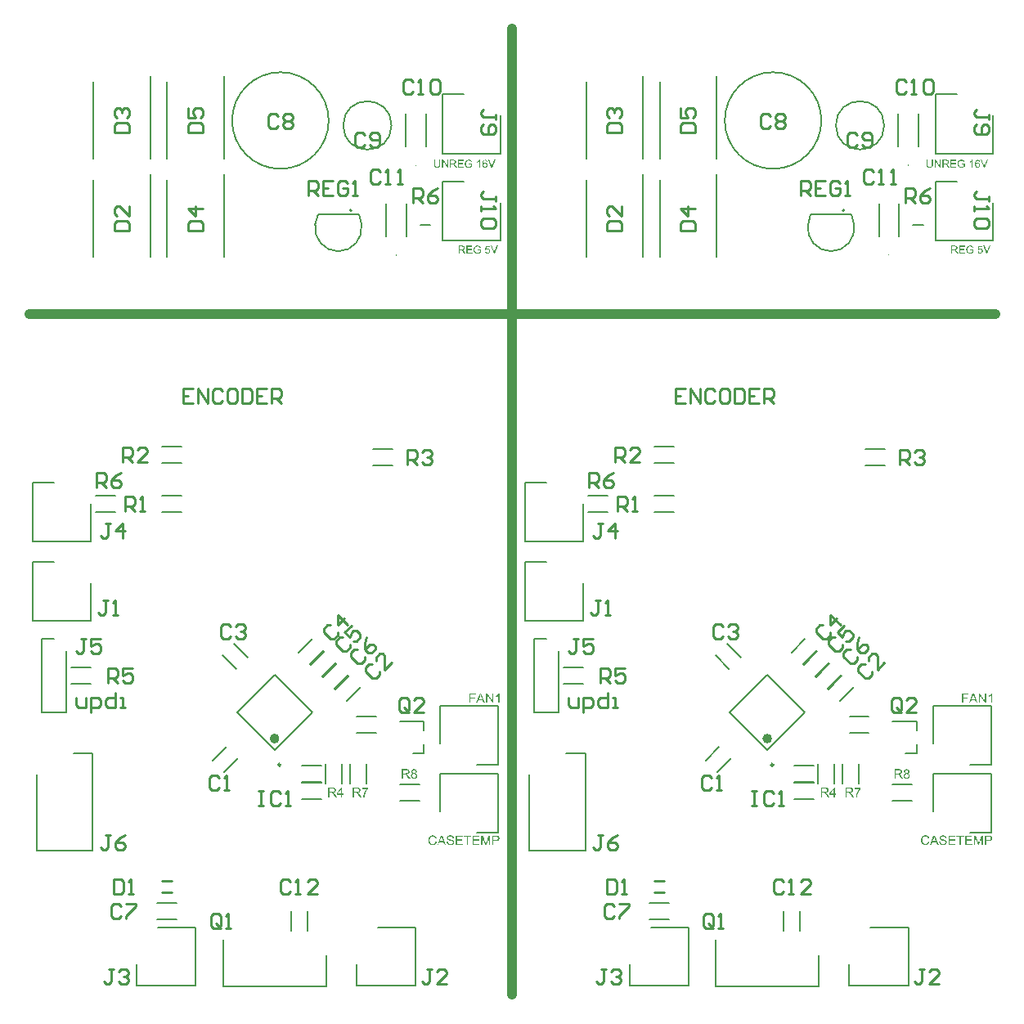
<source format=gbr>
%TF.GenerationSoftware,Altium Limited,Altium Designer,24.3.1 (35)*%
G04 Layer_Color=65535*
%FSLAX45Y45*%
%MOMM*%
%TF.SameCoordinates,C0A1E697-D952-45A1-8973-6DB72EE3D4FA*%
%TF.FilePolarity,Positive*%
%TF.FileFunction,Legend,Top*%
%TF.Part,CustomerPanel*%
G01*
G75*
%TA.AperFunction,NonConductor*%
%ADD43C,1.00000*%
%ADD44C,0.20000*%
%ADD45C,0.20320*%
%ADD46C,0.10000*%
%ADD47C,0.25400*%
%ADD48C,0.25000*%
%ADD49C,0.50000*%
G36*
X9820591Y8643289D02*
X9821237D01*
X9822058Y8643172D01*
X9822997Y8643054D01*
X9824053Y8642878D01*
X9825227Y8642702D01*
X9826400Y8642409D01*
X9827691Y8642057D01*
X9828982Y8641587D01*
X9830273Y8641059D01*
X9831622Y8640473D01*
X9832913Y8639710D01*
X9834145Y8638888D01*
X9835319Y8637950D01*
X9835377Y8637891D01*
X9835612Y8637715D01*
X9835905Y8637363D01*
X9836316Y8636952D01*
X9836786Y8636424D01*
X9837314Y8635720D01*
X9837900Y8634957D01*
X9838546Y8634077D01*
X9839191Y8633080D01*
X9839837Y8631965D01*
X9840482Y8630733D01*
X9841010Y8629383D01*
X9841597Y8627975D01*
X9842066Y8626450D01*
X9842418Y8624807D01*
X9842712Y8623105D01*
X9832796Y8622342D01*
Y8622401D01*
X9832737Y8622577D01*
X9832678Y8622929D01*
X9832561Y8623281D01*
X9832385Y8623809D01*
X9832268Y8624337D01*
X9831798Y8625628D01*
X9831270Y8626978D01*
X9830625Y8628386D01*
X9829862Y8629735D01*
X9829451Y8630322D01*
X9828982Y8630850D01*
X9828923Y8630909D01*
X9828806Y8631026D01*
X9828571Y8631261D01*
X9828278Y8631496D01*
X9827867Y8631848D01*
X9827398Y8632200D01*
X9826870Y8632610D01*
X9826224Y8633021D01*
X9825520Y8633373D01*
X9824757Y8633784D01*
X9823995Y8634136D01*
X9823114Y8634488D01*
X9822176Y8634723D01*
X9821178Y8634957D01*
X9820122Y8635075D01*
X9819066Y8635133D01*
X9818597D01*
X9818245Y8635075D01*
X9817834D01*
X9817364Y8635016D01*
X9816836Y8634899D01*
X9816191Y8634781D01*
X9814900Y8634488D01*
X9813492Y8634019D01*
X9812084Y8633314D01*
X9811380Y8632904D01*
X9810676Y8632434D01*
X9810617Y8632376D01*
X9810500Y8632258D01*
X9810206Y8632082D01*
X9809913Y8631789D01*
X9809502Y8631437D01*
X9809033Y8631026D01*
X9808563Y8630498D01*
X9807977Y8629911D01*
X9807390Y8629266D01*
X9806803Y8628503D01*
X9806158Y8627682D01*
X9805571Y8626802D01*
X9804926Y8625804D01*
X9804339Y8624748D01*
X9803752Y8623633D01*
X9803224Y8622460D01*
Y8622401D01*
X9803107Y8622166D01*
X9802989Y8621756D01*
X9802813Y8621228D01*
X9802579Y8620582D01*
X9802344Y8619761D01*
X9802109Y8618763D01*
X9801874Y8617648D01*
X9801640Y8616416D01*
X9801346Y8615008D01*
X9801112Y8613424D01*
X9800936Y8611781D01*
X9800760Y8609962D01*
X9800584Y8608026D01*
X9800525Y8605914D01*
X9800466Y8603684D01*
X9800525Y8603743D01*
X9800642Y8603919D01*
X9800818Y8604212D01*
X9801112Y8604564D01*
X9801464Y8605034D01*
X9801874Y8605562D01*
X9802344Y8606148D01*
X9802931Y8606794D01*
X9803517Y8607439D01*
X9804163Y8608085D01*
X9805688Y8609434D01*
X9807331Y8610725D01*
X9808270Y8611312D01*
X9809209Y8611840D01*
X9809267Y8611898D01*
X9809443Y8611957D01*
X9809737Y8612074D01*
X9810089Y8612250D01*
X9810617Y8612485D01*
X9811145Y8612720D01*
X9811790Y8612955D01*
X9812553Y8613189D01*
X9813316Y8613424D01*
X9814196Y8613659D01*
X9816015Y8614128D01*
X9818069Y8614421D01*
X9819125Y8614539D01*
X9820650D01*
X9821178Y8614480D01*
X9821824Y8614421D01*
X9822704Y8614304D01*
X9823701Y8614128D01*
X9824816Y8613893D01*
X9826048Y8613600D01*
X9827339Y8613248D01*
X9828688Y8612720D01*
X9830097Y8612133D01*
X9831564Y8611429D01*
X9832972Y8610549D01*
X9834380Y8609610D01*
X9835788Y8608437D01*
X9837138Y8607146D01*
X9837196Y8607087D01*
X9837431Y8606794D01*
X9837783Y8606383D01*
X9838252Y8605796D01*
X9838780Y8605092D01*
X9839367Y8604212D01*
X9840013Y8603215D01*
X9840658Y8602041D01*
X9841303Y8600750D01*
X9841949Y8599284D01*
X9842536Y8597758D01*
X9843064Y8596056D01*
X9843533Y8594238D01*
X9843885Y8592360D01*
X9844120Y8590306D01*
X9844178Y8588194D01*
Y8588135D01*
Y8587842D01*
Y8587431D01*
X9844120Y8586903D01*
X9844061Y8586199D01*
X9844002Y8585436D01*
X9843885Y8584556D01*
X9843768Y8583559D01*
X9843592Y8582503D01*
X9843357Y8581388D01*
X9843122Y8580214D01*
X9842770Y8578982D01*
X9842360Y8577750D01*
X9841949Y8576518D01*
X9841421Y8575227D01*
X9840834Y8573995D01*
X9840775Y8573936D01*
X9840658Y8573702D01*
X9840482Y8573350D01*
X9840247Y8572939D01*
X9839895Y8572352D01*
X9839485Y8571707D01*
X9839015Y8571061D01*
X9838487Y8570299D01*
X9837842Y8569477D01*
X9837196Y8568656D01*
X9836433Y8567834D01*
X9835612Y8567013D01*
X9834791Y8566191D01*
X9833852Y8565370D01*
X9832854Y8564666D01*
X9831798Y8563962D01*
X9831740Y8563903D01*
X9831564Y8563786D01*
X9831211Y8563668D01*
X9830801Y8563434D01*
X9830214Y8563140D01*
X9829569Y8562847D01*
X9828865Y8562554D01*
X9827984Y8562260D01*
X9827104Y8561908D01*
X9826107Y8561615D01*
X9824992Y8561321D01*
X9823877Y8561028D01*
X9822645Y8560793D01*
X9821413Y8560676D01*
X9820063Y8560559D01*
X9818714Y8560500D01*
X9818186D01*
X9817892Y8560559D01*
X9817540D01*
X9816660Y8560617D01*
X9815604Y8560793D01*
X9814372Y8560969D01*
X9813023Y8561263D01*
X9811497Y8561674D01*
X9809913Y8562143D01*
X9808270Y8562730D01*
X9806627Y8563492D01*
X9804926Y8564373D01*
X9803224Y8565429D01*
X9801522Y8566661D01*
X9799938Y8568069D01*
X9798413Y8569653D01*
X9798354Y8569771D01*
X9798061Y8570064D01*
X9797709Y8570651D01*
X9797181Y8571413D01*
X9796594Y8572411D01*
X9796242Y8572998D01*
X9795948Y8573643D01*
X9795596Y8574347D01*
X9795244Y8575110D01*
X9794834Y8575990D01*
X9794482Y8576870D01*
X9794130Y8577809D01*
X9793777Y8578806D01*
X9793367Y8579921D01*
X9793015Y8581036D01*
X9792721Y8582268D01*
X9792369Y8583500D01*
X9792076Y8584850D01*
X9791783Y8586258D01*
X9791489Y8587725D01*
X9791254Y8589250D01*
X9791078Y8590834D01*
X9790902Y8592477D01*
X9790726Y8594238D01*
X9790668Y8595998D01*
X9790550Y8597875D01*
Y8599812D01*
Y8599870D01*
Y8600105D01*
Y8600398D01*
Y8600868D01*
X9790609Y8601396D01*
Y8602041D01*
X9790668Y8602804D01*
Y8603684D01*
X9790726Y8604564D01*
X9790844Y8605620D01*
X9790902Y8606676D01*
X9791020Y8607850D01*
X9791254Y8610256D01*
X9791665Y8612896D01*
X9792076Y8615654D01*
X9792663Y8618529D01*
X9793367Y8621345D01*
X9794188Y8624161D01*
X9795186Y8626919D01*
X9796359Y8629501D01*
X9797005Y8630733D01*
X9797709Y8631848D01*
X9798471Y8632962D01*
X9799234Y8634019D01*
X9799351Y8634136D01*
X9799586Y8634429D01*
X9799997Y8634899D01*
X9800642Y8635485D01*
X9801405Y8636189D01*
X9802285Y8636952D01*
X9803400Y8637832D01*
X9804632Y8638712D01*
X9806040Y8639534D01*
X9807566Y8640414D01*
X9809209Y8641177D01*
X9811028Y8641881D01*
X9813023Y8642468D01*
X9815076Y8642937D01*
X9817306Y8643230D01*
X9819653Y8643348D01*
X9820063D01*
X9820591Y8643289D01*
D02*
G37*
G36*
X4720592D02*
X4721237D01*
X4722058Y8643172D01*
X4722997Y8643054D01*
X4724053Y8642878D01*
X4725227Y8642702D01*
X4726400Y8642409D01*
X4727691Y8642057D01*
X4728982Y8641587D01*
X4730273Y8641059D01*
X4731622Y8640473D01*
X4732913Y8639710D01*
X4734145Y8638888D01*
X4735319Y8637950D01*
X4735377Y8637891D01*
X4735612Y8637715D01*
X4735905Y8637363D01*
X4736316Y8636952D01*
X4736786Y8636424D01*
X4737314Y8635720D01*
X4737900Y8634957D01*
X4738546Y8634077D01*
X4739191Y8633080D01*
X4739837Y8631965D01*
X4740482Y8630733D01*
X4741010Y8629383D01*
X4741597Y8627975D01*
X4742066Y8626450D01*
X4742418Y8624807D01*
X4742712Y8623105D01*
X4732796Y8622342D01*
Y8622401D01*
X4732737Y8622577D01*
X4732678Y8622929D01*
X4732561Y8623281D01*
X4732385Y8623809D01*
X4732268Y8624337D01*
X4731798Y8625628D01*
X4731270Y8626978D01*
X4730625Y8628386D01*
X4729862Y8629735D01*
X4729451Y8630322D01*
X4728982Y8630850D01*
X4728923Y8630909D01*
X4728806Y8631026D01*
X4728571Y8631261D01*
X4728278Y8631496D01*
X4727867Y8631848D01*
X4727398Y8632200D01*
X4726870Y8632610D01*
X4726224Y8633021D01*
X4725520Y8633373D01*
X4724757Y8633784D01*
X4723995Y8634136D01*
X4723115Y8634488D01*
X4722176Y8634723D01*
X4721178Y8634957D01*
X4720122Y8635075D01*
X4719066Y8635133D01*
X4718597D01*
X4718245Y8635075D01*
X4717834D01*
X4717364Y8635016D01*
X4716836Y8634899D01*
X4716191Y8634781D01*
X4714900Y8634488D01*
X4713492Y8634019D01*
X4712084Y8633314D01*
X4711380Y8632904D01*
X4710676Y8632434D01*
X4710617Y8632376D01*
X4710500Y8632258D01*
X4710206Y8632082D01*
X4709913Y8631789D01*
X4709502Y8631437D01*
X4709033Y8631026D01*
X4708563Y8630498D01*
X4707977Y8629911D01*
X4707390Y8629266D01*
X4706803Y8628503D01*
X4706158Y8627682D01*
X4705571Y8626802D01*
X4704926Y8625804D01*
X4704339Y8624748D01*
X4703752Y8623633D01*
X4703224Y8622460D01*
Y8622401D01*
X4703107Y8622166D01*
X4702989Y8621756D01*
X4702813Y8621228D01*
X4702579Y8620582D01*
X4702344Y8619761D01*
X4702109Y8618763D01*
X4701875Y8617648D01*
X4701640Y8616416D01*
X4701346Y8615008D01*
X4701112Y8613424D01*
X4700936Y8611781D01*
X4700760Y8609962D01*
X4700584Y8608026D01*
X4700525Y8605914D01*
X4700466Y8603684D01*
X4700525Y8603743D01*
X4700642Y8603919D01*
X4700818Y8604212D01*
X4701112Y8604564D01*
X4701464Y8605034D01*
X4701875Y8605562D01*
X4702344Y8606148D01*
X4702931Y8606794D01*
X4703517Y8607439D01*
X4704163Y8608085D01*
X4705688Y8609434D01*
X4707331Y8610725D01*
X4708270Y8611312D01*
X4709209Y8611840D01*
X4709267Y8611898D01*
X4709443Y8611957D01*
X4709737Y8612074D01*
X4710089Y8612250D01*
X4710617Y8612485D01*
X4711145Y8612720D01*
X4711790Y8612955D01*
X4712553Y8613189D01*
X4713316Y8613424D01*
X4714196Y8613659D01*
X4716015Y8614128D01*
X4718069Y8614421D01*
X4719125Y8614539D01*
X4720650D01*
X4721178Y8614480D01*
X4721824Y8614421D01*
X4722704Y8614304D01*
X4723701Y8614128D01*
X4724816Y8613893D01*
X4726048Y8613600D01*
X4727339Y8613248D01*
X4728689Y8612720D01*
X4730097Y8612133D01*
X4731564Y8611429D01*
X4732972Y8610549D01*
X4734380Y8609610D01*
X4735788Y8608437D01*
X4737138Y8607146D01*
X4737196Y8607087D01*
X4737431Y8606794D01*
X4737783Y8606383D01*
X4738252Y8605796D01*
X4738780Y8605092D01*
X4739367Y8604212D01*
X4740013Y8603215D01*
X4740658Y8602041D01*
X4741303Y8600750D01*
X4741949Y8599284D01*
X4742536Y8597758D01*
X4743064Y8596056D01*
X4743533Y8594238D01*
X4743885Y8592360D01*
X4744120Y8590306D01*
X4744178Y8588194D01*
Y8588135D01*
Y8587842D01*
Y8587431D01*
X4744120Y8586903D01*
X4744061Y8586199D01*
X4744002Y8585436D01*
X4743885Y8584556D01*
X4743768Y8583559D01*
X4743592Y8582503D01*
X4743357Y8581388D01*
X4743122Y8580214D01*
X4742770Y8578982D01*
X4742360Y8577750D01*
X4741949Y8576518D01*
X4741421Y8575227D01*
X4740834Y8573995D01*
X4740775Y8573936D01*
X4740658Y8573702D01*
X4740482Y8573350D01*
X4740247Y8572939D01*
X4739895Y8572352D01*
X4739485Y8571707D01*
X4739015Y8571061D01*
X4738487Y8570299D01*
X4737842Y8569477D01*
X4737196Y8568656D01*
X4736434Y8567834D01*
X4735612Y8567013D01*
X4734791Y8566191D01*
X4733852Y8565370D01*
X4732854Y8564666D01*
X4731798Y8563962D01*
X4731740Y8563903D01*
X4731564Y8563786D01*
X4731212Y8563668D01*
X4730801Y8563434D01*
X4730214Y8563140D01*
X4729569Y8562847D01*
X4728865Y8562554D01*
X4727984Y8562260D01*
X4727104Y8561908D01*
X4726107Y8561615D01*
X4724992Y8561321D01*
X4723877Y8561028D01*
X4722645Y8560793D01*
X4721413Y8560676D01*
X4720063Y8560559D01*
X4718714Y8560500D01*
X4718186D01*
X4717893Y8560559D01*
X4717540D01*
X4716660Y8560617D01*
X4715604Y8560793D01*
X4714372Y8560969D01*
X4713023Y8561263D01*
X4711497Y8561674D01*
X4709913Y8562143D01*
X4708270Y8562730D01*
X4706627Y8563492D01*
X4704926Y8564373D01*
X4703224Y8565429D01*
X4701522Y8566661D01*
X4699938Y8568069D01*
X4698413Y8569653D01*
X4698354Y8569771D01*
X4698061Y8570064D01*
X4697709Y8570651D01*
X4697181Y8571413D01*
X4696594Y8572411D01*
X4696242Y8572998D01*
X4695948Y8573643D01*
X4695596Y8574347D01*
X4695244Y8575110D01*
X4694834Y8575990D01*
X4694482Y8576870D01*
X4694130Y8577809D01*
X4693778Y8578806D01*
X4693367Y8579921D01*
X4693015Y8581036D01*
X4692721Y8582268D01*
X4692369Y8583500D01*
X4692076Y8584850D01*
X4691783Y8586258D01*
X4691489Y8587725D01*
X4691255Y8589250D01*
X4691079Y8590834D01*
X4690902Y8592477D01*
X4690726Y8594238D01*
X4690668Y8595998D01*
X4690550Y8597875D01*
Y8599812D01*
Y8599870D01*
Y8600105D01*
Y8600398D01*
Y8600868D01*
X4690609Y8601396D01*
Y8602041D01*
X4690668Y8602804D01*
Y8603684D01*
X4690726Y8604564D01*
X4690844Y8605620D01*
X4690902Y8606676D01*
X4691020Y8607850D01*
X4691255Y8610256D01*
X4691665Y8612896D01*
X4692076Y8615654D01*
X4692663Y8618529D01*
X4693367Y8621345D01*
X4694188Y8624161D01*
X4695186Y8626919D01*
X4696359Y8629501D01*
X4697005Y8630733D01*
X4697709Y8631848D01*
X4698471Y8632962D01*
X4699234Y8634019D01*
X4699352Y8634136D01*
X4699586Y8634429D01*
X4699997Y8634899D01*
X4700642Y8635485D01*
X4701405Y8636189D01*
X4702285Y8636952D01*
X4703400Y8637832D01*
X4704632Y8638712D01*
X4706040Y8639534D01*
X4707566Y8640414D01*
X4709209Y8641177D01*
X4711028Y8641881D01*
X4713023Y8642468D01*
X4715076Y8642937D01*
X4717306Y8643230D01*
X4719653Y8643348D01*
X4720063D01*
X4720592Y8643289D01*
D02*
G37*
G36*
X9651552Y8644404D02*
X9652373D01*
X9653253Y8644286D01*
X9654251Y8644228D01*
X9655365Y8644110D01*
X9656598Y8643934D01*
X9657830Y8643758D01*
X9660529Y8643230D01*
X9661878Y8642937D01*
X9663286Y8642526D01*
X9664636Y8642116D01*
X9665985Y8641587D01*
X9666044Y8641529D01*
X9666279Y8641470D01*
X9666690Y8641294D01*
X9667159Y8641059D01*
X9667746Y8640766D01*
X9668450Y8640414D01*
X9669213Y8640003D01*
X9670093Y8639534D01*
X9670973Y8638947D01*
X9671853Y8638360D01*
X9673730Y8637011D01*
X9675549Y8635427D01*
X9676429Y8634547D01*
X9677192Y8633608D01*
X9677251Y8633549D01*
X9677368Y8633373D01*
X9677603Y8633080D01*
X9677838Y8632669D01*
X9678190Y8632200D01*
X9678600Y8631554D01*
X9679011Y8630850D01*
X9679481Y8630029D01*
X9679950Y8629149D01*
X9680478Y8628092D01*
X9681006Y8627036D01*
X9681475Y8625863D01*
X9682003Y8624572D01*
X9682473Y8623223D01*
X9682942Y8621814D01*
X9683353Y8620289D01*
X9673672Y8617648D01*
Y8617707D01*
X9673613Y8617942D01*
X9673496Y8618235D01*
X9673320Y8618705D01*
X9673144Y8619174D01*
X9672968Y8619819D01*
X9672674Y8620465D01*
X9672440Y8621228D01*
X9671736Y8622753D01*
X9670973Y8624396D01*
X9670093Y8625980D01*
X9669623Y8626684D01*
X9669095Y8627388D01*
X9669037Y8627447D01*
X9668978Y8627564D01*
X9668802Y8627740D01*
X9668626Y8627975D01*
X9668332Y8628268D01*
X9667980Y8628621D01*
X9667570Y8629031D01*
X9667100Y8629442D01*
X9666572Y8629911D01*
X9666044Y8630381D01*
X9664695Y8631320D01*
X9663110Y8632258D01*
X9661350Y8633080D01*
X9661292D01*
X9661116Y8633197D01*
X9660822Y8633256D01*
X9660470Y8633432D01*
X9660001Y8633608D01*
X9659414Y8633784D01*
X9658769Y8633960D01*
X9658065Y8634195D01*
X9657302Y8634371D01*
X9656422Y8634547D01*
X9655483Y8634723D01*
X9654544Y8634899D01*
X9652432Y8635133D01*
X9650202Y8635251D01*
X9649498D01*
X9648970Y8635192D01*
X9648325D01*
X9647562Y8635133D01*
X9646740Y8635075D01*
X9645860Y8634957D01*
X9644863Y8634840D01*
X9643807Y8634723D01*
X9641694Y8634312D01*
X9639524Y8633725D01*
X9637411Y8632962D01*
X9637353D01*
X9637177Y8632845D01*
X9636883Y8632728D01*
X9636531Y8632552D01*
X9636062Y8632317D01*
X9635534Y8632082D01*
X9634947Y8631730D01*
X9634360Y8631378D01*
X9632952Y8630557D01*
X9631544Y8629501D01*
X9630077Y8628327D01*
X9628786Y8627036D01*
X9628728Y8626978D01*
X9628669Y8626860D01*
X9628493Y8626684D01*
X9628258Y8626391D01*
X9627965Y8626039D01*
X9627671Y8625687D01*
X9627319Y8625217D01*
X9626909Y8624689D01*
X9626087Y8623516D01*
X9625207Y8622166D01*
X9624386Y8620641D01*
X9623623Y8619057D01*
X9623564Y8618998D01*
X9623506Y8618705D01*
X9623329Y8618294D01*
X9623153Y8617766D01*
X9622919Y8617062D01*
X9622684Y8616240D01*
X9622391Y8615243D01*
X9622097Y8614187D01*
X9621804Y8613013D01*
X9621511Y8611781D01*
X9621276Y8610432D01*
X9621041Y8608965D01*
X9620865Y8607498D01*
X9620689Y8605914D01*
X9620630Y8604330D01*
X9620572Y8602687D01*
Y8602628D01*
Y8602569D01*
Y8602217D01*
Y8601630D01*
X9620630Y8600868D01*
X9620689Y8599929D01*
X9620748Y8598873D01*
X9620865Y8597641D01*
X9621041Y8596350D01*
X9621217Y8594942D01*
X9621452Y8593475D01*
X9621804Y8591949D01*
X9622156Y8590424D01*
X9622567Y8588898D01*
X9623036Y8587373D01*
X9623623Y8585906D01*
X9624268Y8584498D01*
X9624327Y8584439D01*
X9624444Y8584204D01*
X9624679Y8583794D01*
X9624972Y8583324D01*
X9625383Y8582679D01*
X9625852Y8582033D01*
X9626381Y8581271D01*
X9627026Y8580449D01*
X9627789Y8579569D01*
X9628610Y8578689D01*
X9629490Y8577750D01*
X9630488Y8576870D01*
X9631544Y8575990D01*
X9632659Y8575169D01*
X9633891Y8574406D01*
X9635182Y8573702D01*
X9635240Y8573643D01*
X9635534Y8573526D01*
X9635886Y8573350D01*
X9636414Y8573174D01*
X9637059Y8572880D01*
X9637881Y8572587D01*
X9638761Y8572293D01*
X9639758Y8571941D01*
X9640873Y8571589D01*
X9642047Y8571296D01*
X9643279Y8571003D01*
X9644569Y8570709D01*
X9645978Y8570533D01*
X9647386Y8570357D01*
X9648853Y8570240D01*
X9650320Y8570181D01*
X9651024D01*
X9651493Y8570240D01*
X9652138D01*
X9652901Y8570299D01*
X9653723Y8570416D01*
X9654661Y8570533D01*
X9655659Y8570651D01*
X9656715Y8570827D01*
X9659003Y8571296D01*
X9661468Y8571941D01*
X9662700Y8572352D01*
X9663932Y8572822D01*
X9663991Y8572880D01*
X9664225Y8572939D01*
X9664577Y8573115D01*
X9665047Y8573291D01*
X9665575Y8573526D01*
X9666220Y8573819D01*
X9666924Y8574171D01*
X9667687Y8574582D01*
X9669330Y8575403D01*
X9671031Y8576401D01*
X9672674Y8577457D01*
X9673378Y8577985D01*
X9674083Y8578572D01*
Y8593710D01*
X9650202D01*
Y8603273D01*
X9684585D01*
Y8573115D01*
X9684468Y8573056D01*
X9684233Y8572822D01*
X9683822Y8572528D01*
X9683236Y8572059D01*
X9682473Y8571589D01*
X9681651Y8570944D01*
X9680654Y8570299D01*
X9679598Y8569594D01*
X9678366Y8568832D01*
X9677134Y8568069D01*
X9675784Y8567248D01*
X9674317Y8566485D01*
X9671325Y8564959D01*
X9669799Y8564314D01*
X9668215Y8563668D01*
X9668098Y8563610D01*
X9667863Y8563551D01*
X9667394Y8563375D01*
X9666748Y8563199D01*
X9665985Y8562964D01*
X9665105Y8562671D01*
X9664049Y8562378D01*
X9662934Y8562084D01*
X9661644Y8561791D01*
X9660294Y8561497D01*
X9658886Y8561263D01*
X9657419Y8560969D01*
X9654251Y8560617D01*
X9652608Y8560559D01*
X9650965Y8560500D01*
X9650144D01*
X9649791Y8560559D01*
X9648970D01*
X9647914Y8560676D01*
X9646682Y8560793D01*
X9645274Y8560911D01*
X9643748Y8561145D01*
X9642105Y8561439D01*
X9640404Y8561732D01*
X9638585Y8562143D01*
X9636707Y8562671D01*
X9634830Y8563258D01*
X9632952Y8563903D01*
X9631074Y8564725D01*
X9629197Y8565605D01*
X9629080Y8565663D01*
X9628786Y8565839D01*
X9628258Y8566133D01*
X9627613Y8566543D01*
X9626791Y8567072D01*
X9625852Y8567717D01*
X9624796Y8568480D01*
X9623682Y8569360D01*
X9622508Y8570357D01*
X9621276Y8571472D01*
X9620044Y8572646D01*
X9618812Y8573995D01*
X9617638Y8575462D01*
X9616465Y8576987D01*
X9615409Y8578630D01*
X9614411Y8580391D01*
X9614352Y8580508D01*
X9614176Y8580860D01*
X9613942Y8581388D01*
X9613648Y8582092D01*
X9613296Y8583031D01*
X9612827Y8584087D01*
X9612416Y8585378D01*
X9611947Y8586727D01*
X9611477Y8588312D01*
X9611067Y8589954D01*
X9610656Y8591715D01*
X9610245Y8593651D01*
X9609952Y8595646D01*
X9609717Y8597699D01*
X9609541Y8599812D01*
X9609482Y8602041D01*
Y8602100D01*
Y8602159D01*
Y8602335D01*
Y8602569D01*
Y8602863D01*
X9609541Y8603215D01*
Y8604036D01*
X9609658Y8605092D01*
X9609717Y8606324D01*
X9609893Y8607733D01*
X9610128Y8609258D01*
X9610363Y8610901D01*
X9610715Y8612661D01*
X9611067Y8614480D01*
X9611536Y8616358D01*
X9612123Y8618294D01*
X9612768Y8620289D01*
X9613531Y8622225D01*
X9614411Y8624161D01*
Y8624220D01*
X9614470Y8624279D01*
X9614646Y8624631D01*
X9614939Y8625159D01*
X9615350Y8625863D01*
X9615819Y8626684D01*
X9616465Y8627682D01*
X9617227Y8628797D01*
X9618049Y8629970D01*
X9618988Y8631202D01*
X9620044Y8632434D01*
X9621217Y8633725D01*
X9622508Y8634957D01*
X9623916Y8636189D01*
X9625383Y8637363D01*
X9626967Y8638478D01*
X9628669Y8639475D01*
X9628786Y8639534D01*
X9629080Y8639710D01*
X9629608Y8639945D01*
X9630312Y8640238D01*
X9631192Y8640649D01*
X9632248Y8641059D01*
X9633480Y8641529D01*
X9634830Y8641998D01*
X9636355Y8642409D01*
X9637998Y8642878D01*
X9639758Y8643289D01*
X9641636Y8643700D01*
X9643631Y8643993D01*
X9645684Y8644228D01*
X9647855Y8644404D01*
X9650085Y8644463D01*
X9650965D01*
X9651552Y8644404D01*
D02*
G37*
G36*
X4551552D02*
X4552373D01*
X4553253Y8644286D01*
X4554251Y8644228D01*
X4555366Y8644110D01*
X4556598Y8643934D01*
X4557830Y8643758D01*
X4560529Y8643230D01*
X4561878Y8642937D01*
X4563287Y8642526D01*
X4564636Y8642116D01*
X4565986Y8641587D01*
X4566044Y8641529D01*
X4566279Y8641470D01*
X4566690Y8641294D01*
X4567159Y8641059D01*
X4567746Y8640766D01*
X4568450Y8640414D01*
X4569213Y8640003D01*
X4570093Y8639534D01*
X4570973Y8638947D01*
X4571853Y8638360D01*
X4573731Y8637011D01*
X4575549Y8635427D01*
X4576430Y8634547D01*
X4577192Y8633608D01*
X4577251Y8633549D01*
X4577368Y8633373D01*
X4577603Y8633080D01*
X4577838Y8632669D01*
X4578190Y8632200D01*
X4578600Y8631554D01*
X4579011Y8630850D01*
X4579481Y8630029D01*
X4579950Y8629149D01*
X4580478Y8628092D01*
X4581006Y8627036D01*
X4581475Y8625863D01*
X4582004Y8624572D01*
X4582473Y8623223D01*
X4582942Y8621814D01*
X4583353Y8620289D01*
X4573672Y8617648D01*
Y8617707D01*
X4573613Y8617942D01*
X4573496Y8618235D01*
X4573320Y8618705D01*
X4573144Y8619174D01*
X4572968Y8619819D01*
X4572674Y8620465D01*
X4572440Y8621228D01*
X4571736Y8622753D01*
X4570973Y8624396D01*
X4570093Y8625980D01*
X4569623Y8626684D01*
X4569095Y8627388D01*
X4569037Y8627447D01*
X4568978Y8627564D01*
X4568802Y8627740D01*
X4568626Y8627975D01*
X4568332Y8628268D01*
X4567980Y8628621D01*
X4567570Y8629031D01*
X4567100Y8629442D01*
X4566572Y8629911D01*
X4566044Y8630381D01*
X4564695Y8631320D01*
X4563111Y8632258D01*
X4561350Y8633080D01*
X4561292D01*
X4561116Y8633197D01*
X4560822Y8633256D01*
X4560470Y8633432D01*
X4560001Y8633608D01*
X4559414Y8633784D01*
X4558769Y8633960D01*
X4558065Y8634195D01*
X4557302Y8634371D01*
X4556422Y8634547D01*
X4555483Y8634723D01*
X4554544Y8634899D01*
X4552432Y8635133D01*
X4550202Y8635251D01*
X4549498D01*
X4548970Y8635192D01*
X4548325D01*
X4547562Y8635133D01*
X4546740Y8635075D01*
X4545860Y8634957D01*
X4544863Y8634840D01*
X4543807Y8634723D01*
X4541694Y8634312D01*
X4539524Y8633725D01*
X4537411Y8632962D01*
X4537353D01*
X4537177Y8632845D01*
X4536883Y8632728D01*
X4536531Y8632552D01*
X4536062Y8632317D01*
X4535534Y8632082D01*
X4534947Y8631730D01*
X4534360Y8631378D01*
X4532952Y8630557D01*
X4531544Y8629501D01*
X4530077Y8628327D01*
X4528786Y8627036D01*
X4528728Y8626978D01*
X4528669Y8626860D01*
X4528493Y8626684D01*
X4528258Y8626391D01*
X4527965Y8626039D01*
X4527671Y8625687D01*
X4527319Y8625217D01*
X4526909Y8624689D01*
X4526087Y8623516D01*
X4525207Y8622166D01*
X4524386Y8620641D01*
X4523623Y8619057D01*
X4523564Y8618998D01*
X4523506Y8618705D01*
X4523330Y8618294D01*
X4523154Y8617766D01*
X4522919Y8617062D01*
X4522684Y8616240D01*
X4522391Y8615243D01*
X4522097Y8614187D01*
X4521804Y8613013D01*
X4521511Y8611781D01*
X4521276Y8610432D01*
X4521041Y8608965D01*
X4520865Y8607498D01*
X4520689Y8605914D01*
X4520631Y8604330D01*
X4520572Y8602687D01*
Y8602628D01*
Y8602569D01*
Y8602217D01*
Y8601630D01*
X4520631Y8600868D01*
X4520689Y8599929D01*
X4520748Y8598873D01*
X4520865Y8597641D01*
X4521041Y8596350D01*
X4521217Y8594942D01*
X4521452Y8593475D01*
X4521804Y8591949D01*
X4522156Y8590424D01*
X4522567Y8588898D01*
X4523036Y8587373D01*
X4523623Y8585906D01*
X4524268Y8584498D01*
X4524327Y8584439D01*
X4524444Y8584204D01*
X4524679Y8583794D01*
X4524972Y8583324D01*
X4525383Y8582679D01*
X4525853Y8582033D01*
X4526381Y8581271D01*
X4527026Y8580449D01*
X4527789Y8579569D01*
X4528610Y8578689D01*
X4529490Y8577750D01*
X4530488Y8576870D01*
X4531544Y8575990D01*
X4532659Y8575169D01*
X4533891Y8574406D01*
X4535182Y8573702D01*
X4535240Y8573643D01*
X4535534Y8573526D01*
X4535886Y8573350D01*
X4536414Y8573174D01*
X4537059Y8572880D01*
X4537881Y8572587D01*
X4538761Y8572293D01*
X4539758Y8571941D01*
X4540873Y8571589D01*
X4542047Y8571296D01*
X4543279Y8571003D01*
X4544570Y8570709D01*
X4545978Y8570533D01*
X4547386Y8570357D01*
X4548853Y8570240D01*
X4550320Y8570181D01*
X4551024D01*
X4551493Y8570240D01*
X4552138D01*
X4552901Y8570299D01*
X4553723Y8570416D01*
X4554661Y8570533D01*
X4555659Y8570651D01*
X4556715Y8570827D01*
X4559003Y8571296D01*
X4561468Y8571941D01*
X4562700Y8572352D01*
X4563932Y8572822D01*
X4563991Y8572880D01*
X4564225Y8572939D01*
X4564577Y8573115D01*
X4565047Y8573291D01*
X4565575Y8573526D01*
X4566220Y8573819D01*
X4566924Y8574171D01*
X4567687Y8574582D01*
X4569330Y8575403D01*
X4571031Y8576401D01*
X4572674Y8577457D01*
X4573378Y8577985D01*
X4574083Y8578572D01*
Y8593710D01*
X4550202D01*
Y8603273D01*
X4584585D01*
Y8573115D01*
X4584468Y8573056D01*
X4584233Y8572822D01*
X4583822Y8572528D01*
X4583236Y8572059D01*
X4582473Y8571589D01*
X4581651Y8570944D01*
X4580654Y8570299D01*
X4579598Y8569594D01*
X4578366Y8568832D01*
X4577134Y8568069D01*
X4575784Y8567248D01*
X4574317Y8566485D01*
X4571325Y8564959D01*
X4569799Y8564314D01*
X4568215Y8563668D01*
X4568098Y8563610D01*
X4567863Y8563551D01*
X4567394Y8563375D01*
X4566748Y8563199D01*
X4565986Y8562964D01*
X4565105Y8562671D01*
X4564049Y8562378D01*
X4562934Y8562084D01*
X4561644Y8561791D01*
X4560294Y8561497D01*
X4558886Y8561263D01*
X4557419Y8560969D01*
X4554251Y8560617D01*
X4552608Y8560559D01*
X4550965Y8560500D01*
X4550144D01*
X4549792Y8560559D01*
X4548970D01*
X4547914Y8560676D01*
X4546682Y8560793D01*
X4545274Y8560911D01*
X4543748Y8561145D01*
X4542105Y8561439D01*
X4540404Y8561732D01*
X4538585Y8562143D01*
X4536707Y8562671D01*
X4534830Y8563258D01*
X4532952Y8563903D01*
X4531075Y8564725D01*
X4529197Y8565605D01*
X4529080Y8565663D01*
X4528786Y8565839D01*
X4528258Y8566133D01*
X4527613Y8566543D01*
X4526791Y8567072D01*
X4525853Y8567717D01*
X4524796Y8568480D01*
X4523682Y8569360D01*
X4522508Y8570357D01*
X4521276Y8571472D01*
X4520044Y8572646D01*
X4518812Y8573995D01*
X4517638Y8575462D01*
X4516465Y8576987D01*
X4515409Y8578630D01*
X4514411Y8580391D01*
X4514352Y8580508D01*
X4514176Y8580860D01*
X4513942Y8581388D01*
X4513648Y8582092D01*
X4513296Y8583031D01*
X4512827Y8584087D01*
X4512416Y8585378D01*
X4511947Y8586727D01*
X4511477Y8588312D01*
X4511067Y8589954D01*
X4510656Y8591715D01*
X4510245Y8593651D01*
X4509952Y8595646D01*
X4509717Y8597699D01*
X4509541Y8599812D01*
X4509482Y8602041D01*
Y8602100D01*
Y8602159D01*
Y8602335D01*
Y8602569D01*
Y8602863D01*
X4509541Y8603215D01*
Y8604036D01*
X4509658Y8605092D01*
X4509717Y8606324D01*
X4509893Y8607733D01*
X4510128Y8609258D01*
X4510363Y8610901D01*
X4510715Y8612661D01*
X4511067Y8614480D01*
X4511536Y8616358D01*
X4512123Y8618294D01*
X4512768Y8620289D01*
X4513531Y8622225D01*
X4514411Y8624161D01*
Y8624220D01*
X4514470Y8624279D01*
X4514646Y8624631D01*
X4514939Y8625159D01*
X4515350Y8625863D01*
X4515819Y8626684D01*
X4516465Y8627682D01*
X4517227Y8628797D01*
X4518049Y8629970D01*
X4518988Y8631202D01*
X4520044Y8632434D01*
X4521217Y8633725D01*
X4522508Y8634957D01*
X4523916Y8636189D01*
X4525383Y8637363D01*
X4526967Y8638478D01*
X4528669Y8639475D01*
X4528786Y8639534D01*
X4529080Y8639710D01*
X4529608Y8639945D01*
X4530312Y8640238D01*
X4531192Y8640649D01*
X4532248Y8641059D01*
X4533480Y8641529D01*
X4534830Y8641998D01*
X4536355Y8642409D01*
X4537998Y8642878D01*
X4539758Y8643289D01*
X4541636Y8643700D01*
X4543631Y8643993D01*
X4545684Y8644228D01*
X4547855Y8644404D01*
X4550085Y8644463D01*
X4550965D01*
X4551552Y8644404D01*
D02*
G37*
G36*
X9436570Y8561850D02*
X9425481D01*
X9382942Y8625569D01*
Y8561850D01*
X9372615D01*
Y8643054D01*
X9383646D01*
X9426244Y8579276D01*
Y8643054D01*
X9436570D01*
Y8561850D01*
D02*
G37*
G36*
X4336570D02*
X4325481D01*
X4282942Y8625569D01*
Y8561850D01*
X4272616D01*
Y8643054D01*
X4283646D01*
X4326244Y8579276D01*
Y8643054D01*
X4336570D01*
Y8561850D01*
D02*
G37*
G36*
X9892291D02*
X9881202D01*
X9849752Y8643054D01*
X9861429D01*
X9882493Y8584028D01*
X9882551Y8583970D01*
X9882610Y8583735D01*
X9882727Y8583324D01*
X9882903Y8582796D01*
X9883138Y8582209D01*
X9883373Y8581447D01*
X9883666Y8580625D01*
X9884018Y8579686D01*
X9884311Y8578689D01*
X9884663Y8577633D01*
X9885368Y8575403D01*
X9886130Y8573056D01*
X9886776Y8570709D01*
Y8570768D01*
X9886834Y8571003D01*
X9886952Y8571355D01*
X9887128Y8571824D01*
X9887304Y8572470D01*
X9887480Y8573174D01*
X9887773Y8573995D01*
X9888008Y8574875D01*
X9888360Y8575814D01*
X9888653Y8576870D01*
X9889064Y8577985D01*
X9889416Y8579100D01*
X9890238Y8581564D01*
X9891176Y8584028D01*
X9913120Y8643054D01*
X9924092D01*
X9892291Y8561850D01*
D02*
G37*
G36*
X4792291D02*
X4781202D01*
X4749753Y8643054D01*
X4761429D01*
X4782493Y8584028D01*
X4782551Y8583970D01*
X4782610Y8583735D01*
X4782727Y8583324D01*
X4782903Y8582796D01*
X4783138Y8582209D01*
X4783373Y8581447D01*
X4783666Y8580625D01*
X4784018Y8579686D01*
X4784311Y8578689D01*
X4784664Y8577633D01*
X4785368Y8575403D01*
X4786130Y8573056D01*
X4786776Y8570709D01*
Y8570768D01*
X4786834Y8571003D01*
X4786952Y8571355D01*
X4787128Y8571824D01*
X4787304Y8572470D01*
X4787480Y8573174D01*
X4787773Y8573995D01*
X4788008Y8574875D01*
X4788360Y8575814D01*
X4788653Y8576870D01*
X4789064Y8577985D01*
X4789416Y8579100D01*
X4790238Y8581564D01*
X4791176Y8584028D01*
X4813120Y8643054D01*
X4824092D01*
X4792291Y8561850D01*
D02*
G37*
G36*
X9354837Y8596115D02*
Y8596056D01*
Y8595998D01*
Y8595822D01*
Y8595587D01*
Y8595294D01*
Y8594942D01*
X9354779Y8594120D01*
Y8593064D01*
X9354720Y8591891D01*
X9354603Y8590541D01*
X9354485Y8589133D01*
X9354309Y8587607D01*
X9354133Y8586023D01*
X9353664Y8582796D01*
X9353312Y8581153D01*
X9352960Y8579628D01*
X9352490Y8578102D01*
X9352021Y8576694D01*
X9351962Y8576635D01*
X9351904Y8576401D01*
X9351728Y8575990D01*
X9351493Y8575521D01*
X9351141Y8574875D01*
X9350789Y8574171D01*
X9350319Y8573408D01*
X9349733Y8572528D01*
X9349087Y8571589D01*
X9348383Y8570651D01*
X9347562Y8569712D01*
X9346623Y8568714D01*
X9345625Y8567717D01*
X9344569Y8566778D01*
X9343337Y8565839D01*
X9342046Y8564959D01*
X9341988Y8564901D01*
X9341694Y8564783D01*
X9341284Y8564549D01*
X9340756Y8564255D01*
X9339993Y8563903D01*
X9339171Y8563551D01*
X9338115Y8563140D01*
X9337000Y8562730D01*
X9335651Y8562319D01*
X9334243Y8561908D01*
X9332717Y8561556D01*
X9331016Y8561204D01*
X9329197Y8560911D01*
X9327260Y8560676D01*
X9325266Y8560559D01*
X9323095Y8560500D01*
X9321980D01*
X9321217Y8560559D01*
X9320220Y8560617D01*
X9319105Y8560735D01*
X9317814Y8560852D01*
X9316464Y8560969D01*
X9314998Y8561204D01*
X9313472Y8561439D01*
X9311947Y8561791D01*
X9310362Y8562143D01*
X9308837Y8562612D01*
X9307253Y8563140D01*
X9305786Y8563727D01*
X9304378Y8564431D01*
X9304319Y8564490D01*
X9304084Y8564607D01*
X9303674Y8564842D01*
X9303204Y8565135D01*
X9302617Y8565546D01*
X9301913Y8566074D01*
X9301209Y8566661D01*
X9300388Y8567306D01*
X9299566Y8568069D01*
X9298686Y8568949D01*
X9297806Y8569829D01*
X9296985Y8570885D01*
X9296163Y8571941D01*
X9295401Y8573174D01*
X9294696Y8574406D01*
X9294051Y8575755D01*
X9293992Y8575873D01*
X9293934Y8576107D01*
X9293758Y8576518D01*
X9293582Y8577105D01*
X9293347Y8577868D01*
X9293112Y8578806D01*
X9292819Y8579862D01*
X9292525Y8581095D01*
X9292232Y8582503D01*
X9291939Y8584028D01*
X9291704Y8585671D01*
X9291469Y8587490D01*
X9291293Y8589426D01*
X9291117Y8591539D01*
X9291059Y8593768D01*
X9291000Y8596115D01*
Y8643054D01*
X9301737D01*
Y8596174D01*
Y8596056D01*
Y8595704D01*
Y8595176D01*
X9301796Y8594472D01*
Y8593592D01*
X9301855Y8592595D01*
X9301913Y8591480D01*
X9301972Y8590248D01*
X9302089Y8589016D01*
X9302207Y8587725D01*
X9302559Y8585143D01*
X9302793Y8583911D01*
X9303028Y8582679D01*
X9303321Y8581564D01*
X9303674Y8580567D01*
Y8580508D01*
X9303791Y8580332D01*
X9303908Y8580097D01*
X9304084Y8579745D01*
X9304260Y8579334D01*
X9304554Y8578865D01*
X9305258Y8577750D01*
X9306197Y8576518D01*
X9306725Y8575873D01*
X9307370Y8575227D01*
X9308015Y8574582D01*
X9308778Y8573995D01*
X9309541Y8573408D01*
X9310421Y8572880D01*
X9310480D01*
X9310656Y8572763D01*
X9310890Y8572646D01*
X9311301Y8572470D01*
X9311771Y8572235D01*
X9312299Y8572000D01*
X9312944Y8571765D01*
X9313707Y8571531D01*
X9314528Y8571296D01*
X9315408Y8571061D01*
X9316347Y8570827D01*
X9317403Y8570592D01*
X9318518Y8570416D01*
X9319692Y8570299D01*
X9320865Y8570240D01*
X9322156Y8570181D01*
X9322684D01*
X9323271Y8570240D01*
X9324092D01*
X9325090Y8570357D01*
X9326146Y8570475D01*
X9327378Y8570651D01*
X9328727Y8570827D01*
X9330077Y8571120D01*
X9331485Y8571472D01*
X9332893Y8571941D01*
X9334301Y8572411D01*
X9335651Y8573056D01*
X9336883Y8573760D01*
X9338057Y8574582D01*
X9339054Y8575521D01*
X9339113Y8575579D01*
X9339289Y8575755D01*
X9339523Y8576107D01*
X9339817Y8576577D01*
X9340227Y8577222D01*
X9340638Y8578044D01*
X9341108Y8578982D01*
X9341577Y8580156D01*
X9342046Y8581447D01*
X9342516Y8582913D01*
X9342926Y8584615D01*
X9343337Y8586493D01*
X9343631Y8588605D01*
X9343865Y8590893D01*
X9344041Y8593416D01*
X9344100Y8596174D01*
Y8643054D01*
X9354837D01*
Y8596115D01*
D02*
G37*
G36*
X4254837D02*
Y8596056D01*
Y8595998D01*
Y8595822D01*
Y8595587D01*
Y8595294D01*
Y8594942D01*
X4254779Y8594120D01*
Y8593064D01*
X4254720Y8591891D01*
X4254603Y8590541D01*
X4254485Y8589133D01*
X4254309Y8587607D01*
X4254133Y8586023D01*
X4253664Y8582796D01*
X4253312Y8581153D01*
X4252960Y8579628D01*
X4252490Y8578102D01*
X4252021Y8576694D01*
X4251962Y8576635D01*
X4251904Y8576401D01*
X4251728Y8575990D01*
X4251493Y8575521D01*
X4251141Y8574875D01*
X4250789Y8574171D01*
X4250319Y8573408D01*
X4249733Y8572528D01*
X4249087Y8571589D01*
X4248383Y8570651D01*
X4247562Y8569712D01*
X4246623Y8568714D01*
X4245625Y8567717D01*
X4244569Y8566778D01*
X4243337Y8565839D01*
X4242046Y8564959D01*
X4241988Y8564901D01*
X4241694Y8564783D01*
X4241284Y8564549D01*
X4240756Y8564255D01*
X4239993Y8563903D01*
X4239171Y8563551D01*
X4238115Y8563140D01*
X4237000Y8562730D01*
X4235651Y8562319D01*
X4234243Y8561908D01*
X4232717Y8561556D01*
X4231016Y8561204D01*
X4229197Y8560911D01*
X4227261Y8560676D01*
X4225266Y8560559D01*
X4223095Y8560500D01*
X4221980D01*
X4221217Y8560559D01*
X4220220Y8560617D01*
X4219105Y8560735D01*
X4217814Y8560852D01*
X4216465Y8560969D01*
X4214998Y8561204D01*
X4213472Y8561439D01*
X4211947Y8561791D01*
X4210362Y8562143D01*
X4208837Y8562612D01*
X4207253Y8563140D01*
X4205786Y8563727D01*
X4204378Y8564431D01*
X4204319Y8564490D01*
X4204084Y8564607D01*
X4203674Y8564842D01*
X4203204Y8565135D01*
X4202617Y8565546D01*
X4201913Y8566074D01*
X4201209Y8566661D01*
X4200388Y8567306D01*
X4199566Y8568069D01*
X4198686Y8568949D01*
X4197806Y8569829D01*
X4196985Y8570885D01*
X4196163Y8571941D01*
X4195401Y8573174D01*
X4194696Y8574406D01*
X4194051Y8575755D01*
X4193992Y8575873D01*
X4193934Y8576107D01*
X4193758Y8576518D01*
X4193582Y8577105D01*
X4193347Y8577868D01*
X4193112Y8578806D01*
X4192819Y8579862D01*
X4192526Y8581095D01*
X4192232Y8582503D01*
X4191939Y8584028D01*
X4191704Y8585671D01*
X4191469Y8587490D01*
X4191293Y8589426D01*
X4191117Y8591539D01*
X4191059Y8593768D01*
X4191000Y8596115D01*
Y8643054D01*
X4201737D01*
Y8596174D01*
Y8596056D01*
Y8595704D01*
Y8595176D01*
X4201796Y8594472D01*
Y8593592D01*
X4201855Y8592595D01*
X4201913Y8591480D01*
X4201972Y8590248D01*
X4202089Y8589016D01*
X4202207Y8587725D01*
X4202559Y8585143D01*
X4202793Y8583911D01*
X4203028Y8582679D01*
X4203322Y8581564D01*
X4203674Y8580567D01*
Y8580508D01*
X4203791Y8580332D01*
X4203908Y8580097D01*
X4204084Y8579745D01*
X4204260Y8579334D01*
X4204554Y8578865D01*
X4205258Y8577750D01*
X4206197Y8576518D01*
X4206725Y8575873D01*
X4207370Y8575227D01*
X4208015Y8574582D01*
X4208778Y8573995D01*
X4209541Y8573408D01*
X4210421Y8572880D01*
X4210480D01*
X4210656Y8572763D01*
X4210890Y8572646D01*
X4211301Y8572470D01*
X4211771Y8572235D01*
X4212299Y8572000D01*
X4212944Y8571765D01*
X4213707Y8571531D01*
X4214528Y8571296D01*
X4215408Y8571061D01*
X4216347Y8570827D01*
X4217403Y8570592D01*
X4218518Y8570416D01*
X4219692Y8570299D01*
X4220865Y8570240D01*
X4222156Y8570181D01*
X4222684D01*
X4223271Y8570240D01*
X4224092D01*
X4225090Y8570357D01*
X4226146Y8570475D01*
X4227378Y8570651D01*
X4228727Y8570827D01*
X4230077Y8571120D01*
X4231485Y8571472D01*
X4232893Y8571941D01*
X4234301Y8572411D01*
X4235651Y8573056D01*
X4236883Y8573760D01*
X4238057Y8574582D01*
X4239054Y8575521D01*
X4239113Y8575579D01*
X4239289Y8575755D01*
X4239523Y8576107D01*
X4239817Y8576577D01*
X4240227Y8577222D01*
X4240638Y8578044D01*
X4241108Y8578982D01*
X4241577Y8580156D01*
X4242046Y8581447D01*
X4242516Y8582913D01*
X4242926Y8584615D01*
X4243337Y8586493D01*
X4243631Y8588605D01*
X4243865Y8590893D01*
X4244041Y8593416D01*
X4244100Y8596174D01*
Y8643054D01*
X4254837D01*
Y8596115D01*
D02*
G37*
G36*
X9765438Y8561850D02*
X9755463D01*
Y8625335D01*
X9755405Y8625276D01*
X9755287Y8625159D01*
X9755111Y8624983D01*
X9754818Y8624748D01*
X9754466Y8624455D01*
X9753996Y8624044D01*
X9753468Y8623633D01*
X9752940Y8623164D01*
X9752236Y8622694D01*
X9751532Y8622108D01*
X9750769Y8621580D01*
X9749948Y8620934D01*
X9749009Y8620348D01*
X9748070Y8619702D01*
X9745958Y8618411D01*
X9745899Y8618353D01*
X9745723Y8618235D01*
X9745371Y8618059D01*
X9744961Y8617883D01*
X9744491Y8617590D01*
X9743905Y8617238D01*
X9743200Y8616886D01*
X9742496Y8616475D01*
X9740854Y8615654D01*
X9739093Y8614832D01*
X9737274Y8614011D01*
X9735514Y8613307D01*
Y8622929D01*
X9735632Y8622988D01*
X9735866Y8623105D01*
X9736336Y8623340D01*
X9736922Y8623633D01*
X9737626Y8623985D01*
X9738507Y8624455D01*
X9739445Y8624983D01*
X9740443Y8625569D01*
X9741558Y8626274D01*
X9742731Y8626978D01*
X9745195Y8628621D01*
X9747718Y8630439D01*
X9750124Y8632434D01*
X9750183Y8632493D01*
X9750417Y8632669D01*
X9750711Y8632962D01*
X9751121Y8633373D01*
X9751650Y8633901D01*
X9752236Y8634488D01*
X9752882Y8635192D01*
X9753586Y8635896D01*
X9754290Y8636718D01*
X9755053Y8637598D01*
X9756519Y8639417D01*
X9757869Y8641353D01*
X9758456Y8642350D01*
X9758984Y8643348D01*
X9765438D01*
Y8561850D01*
D02*
G37*
G36*
X9595459Y8633490D02*
X9547523D01*
Y8608613D01*
X9592408D01*
Y8599049D01*
X9547523D01*
Y8571413D01*
X9597337D01*
Y8561850D01*
X9536785D01*
Y8643054D01*
X9595459D01*
Y8633490D01*
D02*
G37*
G36*
X9492545Y8642996D02*
X9493484D01*
X9494540Y8642937D01*
X9495655Y8642878D01*
X9496946Y8642761D01*
X9498237Y8642644D01*
X9499586Y8642526D01*
X9502344Y8642116D01*
X9503635Y8641881D01*
X9504925Y8641587D01*
X9506158Y8641235D01*
X9507272Y8640825D01*
X9507331D01*
X9507507Y8640707D01*
X9507800Y8640590D01*
X9508211Y8640414D01*
X9508680Y8640179D01*
X9509209Y8639827D01*
X9509854Y8639475D01*
X9510499Y8639065D01*
X9511203Y8638536D01*
X9511966Y8638008D01*
X9512729Y8637363D01*
X9513492Y8636659D01*
X9514196Y8635837D01*
X9514959Y8635016D01*
X9515663Y8634077D01*
X9516308Y8633080D01*
X9516367Y8633021D01*
X9516484Y8632845D01*
X9516601Y8632552D01*
X9516836Y8632141D01*
X9517071Y8631613D01*
X9517364Y8630967D01*
X9517716Y8630263D01*
X9518010Y8629501D01*
X9518303Y8628621D01*
X9518655Y8627682D01*
X9518948Y8626684D01*
X9519183Y8625628D01*
X9519418Y8624513D01*
X9519594Y8623340D01*
X9519653Y8622108D01*
X9519711Y8620876D01*
Y8620758D01*
Y8620524D01*
X9519653Y8620054D01*
Y8619409D01*
X9519535Y8618705D01*
X9519418Y8617825D01*
X9519242Y8616886D01*
X9519007Y8615830D01*
X9518714Y8614715D01*
X9518362Y8613541D01*
X9517892Y8612309D01*
X9517364Y8611077D01*
X9516719Y8609845D01*
X9515956Y8608671D01*
X9515076Y8607439D01*
X9514079Y8606324D01*
X9514020Y8606266D01*
X9513844Y8606090D01*
X9513492Y8605796D01*
X9513022Y8605386D01*
X9512436Y8604916D01*
X9511673Y8604388D01*
X9510851Y8603801D01*
X9509854Y8603156D01*
X9508680Y8602511D01*
X9507448Y8601865D01*
X9505981Y8601278D01*
X9504456Y8600633D01*
X9502754Y8600105D01*
X9500936Y8599577D01*
X9498941Y8599166D01*
X9496828Y8598814D01*
X9496887D01*
X9497004Y8598697D01*
X9497239Y8598638D01*
X9497532Y8598462D01*
X9497884Y8598286D01*
X9498295Y8598051D01*
X9499234Y8597523D01*
X9500290Y8596937D01*
X9501346Y8596232D01*
X9502344Y8595528D01*
X9503282Y8594766D01*
X9503341Y8594707D01*
X9503517Y8594590D01*
X9503752Y8594296D01*
X9504104Y8594003D01*
X9504515Y8593533D01*
X9504984Y8593064D01*
X9505571Y8592477D01*
X9506158Y8591773D01*
X9506803Y8591011D01*
X9507507Y8590189D01*
X9508270Y8589309D01*
X9509033Y8588370D01*
X9509795Y8587314D01*
X9510617Y8586258D01*
X9512201Y8583911D01*
X9526224Y8561850D01*
X9512788D01*
X9502050Y8578748D01*
X9501992Y8578806D01*
X9501816Y8579041D01*
X9501581Y8579452D01*
X9501288Y8579921D01*
X9500877Y8580567D01*
X9500407Y8581271D01*
X9499879Y8582033D01*
X9499351Y8582855D01*
X9498119Y8584674D01*
X9496828Y8586551D01*
X9495538Y8588312D01*
X9494892Y8589133D01*
X9494305Y8589896D01*
X9494247Y8589954D01*
X9494188Y8590072D01*
X9494012Y8590248D01*
X9493777Y8590541D01*
X9493191Y8591245D01*
X9492486Y8592067D01*
X9491606Y8592947D01*
X9490726Y8593886D01*
X9489787Y8594707D01*
X9488849Y8595352D01*
X9488731Y8595411D01*
X9488438Y8595587D01*
X9487969Y8595880D01*
X9487323Y8596174D01*
X9486619Y8596526D01*
X9485798Y8596937D01*
X9484918Y8597230D01*
X9483979Y8597523D01*
X9483920D01*
X9483627Y8597582D01*
X9483157Y8597641D01*
X9482571Y8597758D01*
X9481749Y8597817D01*
X9480693Y8597875D01*
X9479461Y8597934D01*
X9465555D01*
Y8561850D01*
X9454818D01*
Y8643054D01*
X9491841D01*
X9492545Y8642996D01*
D02*
G37*
G36*
X4665438Y8561850D02*
X4655463D01*
Y8625335D01*
X4655405Y8625276D01*
X4655287Y8625159D01*
X4655111Y8624983D01*
X4654818Y8624748D01*
X4654466Y8624455D01*
X4653997Y8624044D01*
X4653468Y8623633D01*
X4652940Y8623164D01*
X4652236Y8622694D01*
X4651532Y8622108D01*
X4650769Y8621580D01*
X4649948Y8620934D01*
X4649009Y8620348D01*
X4648070Y8619702D01*
X4645958Y8618411D01*
X4645900Y8618353D01*
X4645723Y8618235D01*
X4645371Y8618059D01*
X4644961Y8617883D01*
X4644491Y8617590D01*
X4643905Y8617238D01*
X4643201Y8616886D01*
X4642496Y8616475D01*
X4640854Y8615654D01*
X4639093Y8614832D01*
X4637274Y8614011D01*
X4635514Y8613307D01*
Y8622929D01*
X4635632Y8622988D01*
X4635866Y8623105D01*
X4636336Y8623340D01*
X4636922Y8623633D01*
X4637626Y8623985D01*
X4638507Y8624455D01*
X4639445Y8624983D01*
X4640443Y8625569D01*
X4641558Y8626274D01*
X4642731Y8626978D01*
X4645195Y8628621D01*
X4647718Y8630439D01*
X4650124Y8632434D01*
X4650183Y8632493D01*
X4650417Y8632669D01*
X4650711Y8632962D01*
X4651122Y8633373D01*
X4651650Y8633901D01*
X4652236Y8634488D01*
X4652882Y8635192D01*
X4653586Y8635896D01*
X4654290Y8636718D01*
X4655053Y8637598D01*
X4656520Y8639417D01*
X4657869Y8641353D01*
X4658456Y8642350D01*
X4658984Y8643348D01*
X4665438D01*
Y8561850D01*
D02*
G37*
G36*
X4495459Y8633490D02*
X4447523D01*
Y8608613D01*
X4492408D01*
Y8599049D01*
X4447523D01*
Y8571413D01*
X4497337D01*
Y8561850D01*
X4436785D01*
Y8643054D01*
X4495459D01*
Y8633490D01*
D02*
G37*
G36*
X4392545Y8642996D02*
X4393484D01*
X4394540Y8642937D01*
X4395655Y8642878D01*
X4396946Y8642761D01*
X4398237Y8642644D01*
X4399586Y8642526D01*
X4402344Y8642116D01*
X4403635Y8641881D01*
X4404925Y8641587D01*
X4406158Y8641235D01*
X4407272Y8640825D01*
X4407331D01*
X4407507Y8640707D01*
X4407800Y8640590D01*
X4408211Y8640414D01*
X4408681Y8640179D01*
X4409209Y8639827D01*
X4409854Y8639475D01*
X4410499Y8639065D01*
X4411204Y8638536D01*
X4411966Y8638008D01*
X4412729Y8637363D01*
X4413492Y8636659D01*
X4414196Y8635837D01*
X4414959Y8635016D01*
X4415663Y8634077D01*
X4416308Y8633080D01*
X4416367Y8633021D01*
X4416484Y8632845D01*
X4416602Y8632552D01*
X4416836Y8632141D01*
X4417071Y8631613D01*
X4417364Y8630967D01*
X4417716Y8630263D01*
X4418010Y8629501D01*
X4418303Y8628621D01*
X4418655Y8627682D01*
X4418948Y8626684D01*
X4419183Y8625628D01*
X4419418Y8624513D01*
X4419594Y8623340D01*
X4419653Y8622108D01*
X4419711Y8620876D01*
Y8620758D01*
Y8620524D01*
X4419653Y8620054D01*
Y8619409D01*
X4419535Y8618705D01*
X4419418Y8617825D01*
X4419242Y8616886D01*
X4419007Y8615830D01*
X4418714Y8614715D01*
X4418362Y8613541D01*
X4417892Y8612309D01*
X4417364Y8611077D01*
X4416719Y8609845D01*
X4415956Y8608671D01*
X4415076Y8607439D01*
X4414079Y8606324D01*
X4414020Y8606266D01*
X4413844Y8606090D01*
X4413492Y8605796D01*
X4413022Y8605386D01*
X4412436Y8604916D01*
X4411673Y8604388D01*
X4410851Y8603801D01*
X4409854Y8603156D01*
X4408681Y8602511D01*
X4407448Y8601865D01*
X4405982Y8601278D01*
X4404456Y8600633D01*
X4402754Y8600105D01*
X4400936Y8599577D01*
X4398941Y8599166D01*
X4396828Y8598814D01*
X4396887D01*
X4397004Y8598697D01*
X4397239Y8598638D01*
X4397532Y8598462D01*
X4397885Y8598286D01*
X4398295Y8598051D01*
X4399234Y8597523D01*
X4400290Y8596937D01*
X4401346Y8596232D01*
X4402344Y8595528D01*
X4403283Y8594766D01*
X4403341Y8594707D01*
X4403517Y8594590D01*
X4403752Y8594296D01*
X4404104Y8594003D01*
X4404515Y8593533D01*
X4404984Y8593064D01*
X4405571Y8592477D01*
X4406158Y8591773D01*
X4406803Y8591011D01*
X4407507Y8590189D01*
X4408270Y8589309D01*
X4409033Y8588370D01*
X4409795Y8587314D01*
X4410617Y8586258D01*
X4412201Y8583911D01*
X4426224Y8561850D01*
X4412788D01*
X4402050Y8578748D01*
X4401992Y8578806D01*
X4401816Y8579041D01*
X4401581Y8579452D01*
X4401288Y8579921D01*
X4400877Y8580567D01*
X4400408Y8581271D01*
X4399879Y8582033D01*
X4399351Y8582855D01*
X4398119Y8584674D01*
X4396828Y8586551D01*
X4395538Y8588312D01*
X4394892Y8589133D01*
X4394305Y8589896D01*
X4394247Y8589954D01*
X4394188Y8590072D01*
X4394012Y8590248D01*
X4393777Y8590541D01*
X4393191Y8591245D01*
X4392487Y8592067D01*
X4391606Y8592947D01*
X4390726Y8593886D01*
X4389788Y8594707D01*
X4388849Y8595352D01*
X4388731Y8595411D01*
X4388438Y8595587D01*
X4387969Y8595880D01*
X4387323Y8596174D01*
X4386619Y8596526D01*
X4385798Y8596937D01*
X4384918Y8597230D01*
X4383979Y8597523D01*
X4383920D01*
X4383627Y8597582D01*
X4383157Y8597641D01*
X4382571Y8597758D01*
X4381749Y8597817D01*
X4380693Y8597875D01*
X4379461Y8597934D01*
X4365555D01*
Y8561850D01*
X4354818D01*
Y8643054D01*
X4391841D01*
X4392545Y8642996D01*
D02*
G37*
G36*
X9741734Y7755404D02*
X9742555D01*
X9743435Y7755286D01*
X9744433Y7755228D01*
X9745548Y7755110D01*
X9746780Y7754934D01*
X9748012Y7754758D01*
X9750711Y7754230D01*
X9752061Y7753937D01*
X9753469Y7753526D01*
X9754818Y7753116D01*
X9756168Y7752587D01*
X9756226Y7752529D01*
X9756461Y7752470D01*
X9756872Y7752294D01*
X9757341Y7752059D01*
X9757928Y7751766D01*
X9758632Y7751414D01*
X9759395Y7751003D01*
X9760275Y7750534D01*
X9761155Y7749947D01*
X9762035Y7749360D01*
X9763913Y7748011D01*
X9765732Y7746427D01*
X9766612Y7745547D01*
X9767374Y7744608D01*
X9767433Y7744549D01*
X9767550Y7744373D01*
X9767785Y7744080D01*
X9768020Y7743669D01*
X9768372Y7743200D01*
X9768783Y7742554D01*
X9769193Y7741850D01*
X9769663Y7741029D01*
X9770132Y7740149D01*
X9770660Y7739092D01*
X9771188Y7738036D01*
X9771658Y7736863D01*
X9772186Y7735572D01*
X9772655Y7734223D01*
X9773124Y7732814D01*
X9773535Y7731289D01*
X9763854Y7728648D01*
Y7728707D01*
X9763795Y7728942D01*
X9763678Y7729235D01*
X9763502Y7729705D01*
X9763326Y7730174D01*
X9763150Y7730819D01*
X9762857Y7731465D01*
X9762622Y7732228D01*
X9761918Y7733753D01*
X9761155Y7735396D01*
X9760275Y7736980D01*
X9759805Y7737684D01*
X9759277Y7738388D01*
X9759219Y7738447D01*
X9759160Y7738564D01*
X9758984Y7738740D01*
X9758808Y7738975D01*
X9758515Y7739268D01*
X9758163Y7739621D01*
X9757752Y7740031D01*
X9757282Y7740442D01*
X9756754Y7740911D01*
X9756226Y7741381D01*
X9754877Y7742320D01*
X9753293Y7743258D01*
X9751532Y7744080D01*
X9751474D01*
X9751298Y7744197D01*
X9751004Y7744256D01*
X9750652Y7744432D01*
X9750183Y7744608D01*
X9749596Y7744784D01*
X9748951Y7744960D01*
X9748247Y7745195D01*
X9747484Y7745371D01*
X9746604Y7745547D01*
X9745665Y7745723D01*
X9744726Y7745899D01*
X9742614Y7746133D01*
X9740384Y7746251D01*
X9739680D01*
X9739152Y7746192D01*
X9738507D01*
X9737744Y7746133D01*
X9736923Y7746075D01*
X9736043Y7745957D01*
X9735045Y7745840D01*
X9733989Y7745723D01*
X9731877Y7745312D01*
X9729706Y7744725D01*
X9727593Y7743962D01*
X9727535D01*
X9727359Y7743845D01*
X9727065Y7743728D01*
X9726713Y7743552D01*
X9726244Y7743317D01*
X9725716Y7743082D01*
X9725129Y7742730D01*
X9724542Y7742378D01*
X9723134Y7741557D01*
X9721726Y7740501D01*
X9720259Y7739327D01*
X9718968Y7738036D01*
X9718910Y7737978D01*
X9718851Y7737860D01*
X9718675Y7737684D01*
X9718440Y7737391D01*
X9718147Y7737039D01*
X9717854Y7736687D01*
X9717502Y7736217D01*
X9717091Y7735689D01*
X9716269Y7734516D01*
X9715389Y7733166D01*
X9714568Y7731641D01*
X9713805Y7730057D01*
X9713746Y7729998D01*
X9713688Y7729705D01*
X9713512Y7729294D01*
X9713336Y7728766D01*
X9713101Y7728062D01*
X9712866Y7727240D01*
X9712573Y7726243D01*
X9712280Y7725187D01*
X9711986Y7724013D01*
X9711693Y7722781D01*
X9711458Y7721432D01*
X9711223Y7719965D01*
X9711047Y7718498D01*
X9710871Y7716914D01*
X9710813Y7715330D01*
X9710754Y7713687D01*
Y7713628D01*
Y7713569D01*
Y7713217D01*
Y7712630D01*
X9710813Y7711868D01*
X9710871Y7710929D01*
X9710930Y7709873D01*
X9711047Y7708641D01*
X9711223Y7707350D01*
X9711399Y7705942D01*
X9711634Y7704475D01*
X9711986Y7702949D01*
X9712338Y7701424D01*
X9712749Y7699898D01*
X9713218Y7698373D01*
X9713805Y7696906D01*
X9714450Y7695498D01*
X9714509Y7695439D01*
X9714626Y7695204D01*
X9714861Y7694794D01*
X9715155Y7694324D01*
X9715565Y7693679D01*
X9716035Y7693033D01*
X9716563Y7692271D01*
X9717208Y7691449D01*
X9717971Y7690569D01*
X9718792Y7689689D01*
X9719672Y7688750D01*
X9720670Y7687870D01*
X9721726Y7686990D01*
X9722841Y7686169D01*
X9724073Y7685406D01*
X9725364Y7684702D01*
X9725423Y7684643D01*
X9725716Y7684526D01*
X9726068Y7684350D01*
X9726596Y7684174D01*
X9727241Y7683880D01*
X9728063Y7683587D01*
X9728943Y7683293D01*
X9729940Y7682941D01*
X9731055Y7682589D01*
X9732229Y7682296D01*
X9733461Y7682003D01*
X9734752Y7681709D01*
X9736160Y7681533D01*
X9737568Y7681357D01*
X9739035Y7681240D01*
X9740502Y7681181D01*
X9741206D01*
X9741675Y7681240D01*
X9742321D01*
X9743083Y7681299D01*
X9743905Y7681416D01*
X9744844Y7681533D01*
X9745841Y7681651D01*
X9746897Y7681827D01*
X9749185Y7682296D01*
X9751650Y7682941D01*
X9752882Y7683352D01*
X9754114Y7683822D01*
X9754173Y7683880D01*
X9754407Y7683939D01*
X9754760Y7684115D01*
X9755229Y7684291D01*
X9755757Y7684526D01*
X9756402Y7684819D01*
X9757106Y7685171D01*
X9757869Y7685582D01*
X9759512Y7686403D01*
X9761214Y7687401D01*
X9762857Y7688457D01*
X9763561Y7688985D01*
X9764265Y7689572D01*
Y7704710D01*
X9740384D01*
Y7714273D01*
X9774767D01*
Y7684115D01*
X9774650Y7684056D01*
X9774415Y7683822D01*
X9774005Y7683528D01*
X9773418Y7683059D01*
X9772655Y7682589D01*
X9771834Y7681944D01*
X9770836Y7681299D01*
X9769780Y7680594D01*
X9768548Y7679832D01*
X9767316Y7679069D01*
X9765966Y7678248D01*
X9764499Y7677485D01*
X9761507Y7675959D01*
X9759981Y7675314D01*
X9758397Y7674668D01*
X9758280Y7674610D01*
X9758045Y7674551D01*
X9757576Y7674375D01*
X9756930Y7674199D01*
X9756168Y7673964D01*
X9755288Y7673671D01*
X9754231Y7673378D01*
X9753117Y7673084D01*
X9751826Y7672791D01*
X9750476Y7672497D01*
X9749068Y7672263D01*
X9747601Y7671969D01*
X9744433Y7671617D01*
X9742790Y7671559D01*
X9741147Y7671500D01*
X9740326D01*
X9739974Y7671559D01*
X9739152D01*
X9738096Y7671676D01*
X9736864Y7671793D01*
X9735456Y7671911D01*
X9733930Y7672145D01*
X9732287Y7672439D01*
X9730586Y7672732D01*
X9728767Y7673143D01*
X9726889Y7673671D01*
X9725012Y7674258D01*
X9723134Y7674903D01*
X9721257Y7675725D01*
X9719379Y7676605D01*
X9719262Y7676663D01*
X9718968Y7676839D01*
X9718440Y7677133D01*
X9717795Y7677543D01*
X9716973Y7678072D01*
X9716035Y7678717D01*
X9714979Y7679480D01*
X9713864Y7680360D01*
X9712690Y7681357D01*
X9711458Y7682472D01*
X9710226Y7683646D01*
X9708994Y7684995D01*
X9707820Y7686462D01*
X9706647Y7687987D01*
X9705591Y7689630D01*
X9704593Y7691391D01*
X9704535Y7691508D01*
X9704359Y7691860D01*
X9704124Y7692388D01*
X9703830Y7693092D01*
X9703478Y7694031D01*
X9703009Y7695087D01*
X9702598Y7696378D01*
X9702129Y7697727D01*
X9701660Y7699312D01*
X9701249Y7700954D01*
X9700838Y7702715D01*
X9700427Y7704651D01*
X9700134Y7706646D01*
X9699899Y7708699D01*
X9699723Y7710812D01*
X9699665Y7713041D01*
Y7713100D01*
Y7713159D01*
Y7713335D01*
Y7713569D01*
Y7713863D01*
X9699723Y7714215D01*
Y7715036D01*
X9699841Y7716092D01*
X9699899Y7717324D01*
X9700075Y7718733D01*
X9700310Y7720258D01*
X9700545Y7721901D01*
X9700897Y7723661D01*
X9701249Y7725480D01*
X9701718Y7727358D01*
X9702305Y7729294D01*
X9702950Y7731289D01*
X9703713Y7733225D01*
X9704593Y7735161D01*
Y7735220D01*
X9704652Y7735279D01*
X9704828Y7735631D01*
X9705121Y7736159D01*
X9705532Y7736863D01*
X9706001Y7737684D01*
X9706647Y7738682D01*
X9707410Y7739797D01*
X9708231Y7740970D01*
X9709170Y7742202D01*
X9710226Y7743434D01*
X9711399Y7744725D01*
X9712690Y7745957D01*
X9714098Y7747189D01*
X9715565Y7748363D01*
X9717149Y7749478D01*
X9718851Y7750475D01*
X9718968Y7750534D01*
X9719262Y7750710D01*
X9719790Y7750945D01*
X9720494Y7751238D01*
X9721374Y7751649D01*
X9722430Y7752059D01*
X9723662Y7752529D01*
X9725012Y7752998D01*
X9726537Y7753409D01*
X9728180Y7753878D01*
X9729940Y7754289D01*
X9731818Y7754700D01*
X9733813Y7754993D01*
X9735866Y7755228D01*
X9738037Y7755404D01*
X9740267Y7755463D01*
X9741147D01*
X9741734Y7755404D01*
D02*
G37*
G36*
X4641734D02*
X4642555D01*
X4643435Y7755286D01*
X4644433Y7755228D01*
X4645548Y7755110D01*
X4646780Y7754934D01*
X4648012Y7754758D01*
X4650711Y7754230D01*
X4652061Y7753937D01*
X4653469Y7753526D01*
X4654818Y7753116D01*
X4656168Y7752587D01*
X4656226Y7752529D01*
X4656461Y7752470D01*
X4656872Y7752294D01*
X4657341Y7752059D01*
X4657928Y7751766D01*
X4658632Y7751414D01*
X4659395Y7751003D01*
X4660275Y7750534D01*
X4661155Y7749947D01*
X4662035Y7749360D01*
X4663913Y7748011D01*
X4665732Y7746427D01*
X4666612Y7745547D01*
X4667374Y7744608D01*
X4667433Y7744549D01*
X4667550Y7744373D01*
X4667785Y7744080D01*
X4668020Y7743669D01*
X4668372Y7743200D01*
X4668783Y7742554D01*
X4669193Y7741850D01*
X4669663Y7741029D01*
X4670132Y7740149D01*
X4670660Y7739092D01*
X4671188Y7738036D01*
X4671658Y7736863D01*
X4672186Y7735572D01*
X4672655Y7734223D01*
X4673125Y7732814D01*
X4673535Y7731289D01*
X4663854Y7728648D01*
Y7728707D01*
X4663795Y7728942D01*
X4663678Y7729235D01*
X4663502Y7729705D01*
X4663326Y7730174D01*
X4663150Y7730819D01*
X4662857Y7731465D01*
X4662622Y7732228D01*
X4661918Y7733753D01*
X4661155Y7735396D01*
X4660275Y7736980D01*
X4659806Y7737684D01*
X4659277Y7738388D01*
X4659219Y7738447D01*
X4659160Y7738564D01*
X4658984Y7738740D01*
X4658808Y7738975D01*
X4658515Y7739268D01*
X4658163Y7739621D01*
X4657752Y7740031D01*
X4657283Y7740442D01*
X4656754Y7740911D01*
X4656226Y7741381D01*
X4654877Y7742320D01*
X4653293Y7743258D01*
X4651532Y7744080D01*
X4651474D01*
X4651298Y7744197D01*
X4651004Y7744256D01*
X4650652Y7744432D01*
X4650183Y7744608D01*
X4649596Y7744784D01*
X4648951Y7744960D01*
X4648247Y7745195D01*
X4647484Y7745371D01*
X4646604Y7745547D01*
X4645665Y7745723D01*
X4644726Y7745899D01*
X4642614Y7746133D01*
X4640384Y7746251D01*
X4639680D01*
X4639152Y7746192D01*
X4638507D01*
X4637744Y7746133D01*
X4636923Y7746075D01*
X4636043Y7745957D01*
X4635045Y7745840D01*
X4633989Y7745723D01*
X4631877Y7745312D01*
X4629706Y7744725D01*
X4627593Y7743962D01*
X4627535D01*
X4627359Y7743845D01*
X4627065Y7743728D01*
X4626713Y7743552D01*
X4626244Y7743317D01*
X4625716Y7743082D01*
X4625129Y7742730D01*
X4624542Y7742378D01*
X4623134Y7741557D01*
X4621726Y7740501D01*
X4620259Y7739327D01*
X4618968Y7738036D01*
X4618910Y7737978D01*
X4618851Y7737860D01*
X4618675Y7737684D01*
X4618440Y7737391D01*
X4618147Y7737039D01*
X4617854Y7736687D01*
X4617502Y7736217D01*
X4617091Y7735689D01*
X4616269Y7734516D01*
X4615389Y7733166D01*
X4614568Y7731641D01*
X4613805Y7730057D01*
X4613746Y7729998D01*
X4613688Y7729705D01*
X4613512Y7729294D01*
X4613336Y7728766D01*
X4613101Y7728062D01*
X4612866Y7727240D01*
X4612573Y7726243D01*
X4612280Y7725187D01*
X4611986Y7724013D01*
X4611693Y7722781D01*
X4611458Y7721432D01*
X4611223Y7719965D01*
X4611047Y7718498D01*
X4610871Y7716914D01*
X4610813Y7715330D01*
X4610754Y7713687D01*
Y7713628D01*
Y7713569D01*
Y7713217D01*
Y7712630D01*
X4610813Y7711868D01*
X4610871Y7710929D01*
X4610930Y7709873D01*
X4611047Y7708641D01*
X4611223Y7707350D01*
X4611399Y7705942D01*
X4611634Y7704475D01*
X4611986Y7702949D01*
X4612338Y7701424D01*
X4612749Y7699898D01*
X4613218Y7698373D01*
X4613805Y7696906D01*
X4614451Y7695498D01*
X4614509Y7695439D01*
X4614627Y7695204D01*
X4614861Y7694794D01*
X4615155Y7694324D01*
X4615565Y7693679D01*
X4616035Y7693033D01*
X4616563Y7692271D01*
X4617208Y7691449D01*
X4617971Y7690569D01*
X4618792Y7689689D01*
X4619672Y7688750D01*
X4620670Y7687870D01*
X4621726Y7686990D01*
X4622841Y7686169D01*
X4624073Y7685406D01*
X4625364Y7684702D01*
X4625423Y7684643D01*
X4625716Y7684526D01*
X4626068Y7684350D01*
X4626596Y7684174D01*
X4627241Y7683880D01*
X4628063Y7683587D01*
X4628943Y7683293D01*
X4629940Y7682941D01*
X4631055Y7682589D01*
X4632229Y7682296D01*
X4633461Y7682003D01*
X4634752Y7681709D01*
X4636160Y7681533D01*
X4637568Y7681357D01*
X4639035Y7681240D01*
X4640502Y7681181D01*
X4641206D01*
X4641675Y7681240D01*
X4642321D01*
X4643083Y7681299D01*
X4643905Y7681416D01*
X4644844Y7681533D01*
X4645841Y7681651D01*
X4646897Y7681827D01*
X4649186Y7682296D01*
X4651650Y7682941D01*
X4652882Y7683352D01*
X4654114Y7683822D01*
X4654173Y7683880D01*
X4654408Y7683939D01*
X4654760Y7684115D01*
X4655229Y7684291D01*
X4655757Y7684526D01*
X4656402Y7684819D01*
X4657107Y7685171D01*
X4657869Y7685582D01*
X4659512Y7686403D01*
X4661214Y7687401D01*
X4662857Y7688457D01*
X4663561Y7688985D01*
X4664265Y7689572D01*
Y7704710D01*
X4640384D01*
Y7714273D01*
X4674767D01*
Y7684115D01*
X4674650Y7684056D01*
X4674415Y7683822D01*
X4674005Y7683528D01*
X4673418Y7683059D01*
X4672655Y7682589D01*
X4671834Y7681944D01*
X4670836Y7681299D01*
X4669780Y7680594D01*
X4668548Y7679832D01*
X4667316Y7679069D01*
X4665966Y7678248D01*
X4664499Y7677485D01*
X4661507Y7675959D01*
X4659982Y7675314D01*
X4658397Y7674668D01*
X4658280Y7674610D01*
X4658045Y7674551D01*
X4657576Y7674375D01*
X4656930Y7674199D01*
X4656168Y7673964D01*
X4655288Y7673671D01*
X4654231Y7673378D01*
X4653117Y7673084D01*
X4651826Y7672791D01*
X4650476Y7672497D01*
X4649068Y7672263D01*
X4647601Y7671969D01*
X4644433Y7671617D01*
X4642790Y7671559D01*
X4641147Y7671500D01*
X4640326D01*
X4639974Y7671559D01*
X4639152D01*
X4638096Y7671676D01*
X4636864Y7671793D01*
X4635456Y7671911D01*
X4633930Y7672145D01*
X4632287Y7672439D01*
X4630586Y7672732D01*
X4628767Y7673143D01*
X4626889Y7673671D01*
X4625012Y7674258D01*
X4623134Y7674903D01*
X4621257Y7675725D01*
X4619379Y7676605D01*
X4619262Y7676663D01*
X4618968Y7676839D01*
X4618440Y7677133D01*
X4617795Y7677543D01*
X4616973Y7678072D01*
X4616035Y7678717D01*
X4614979Y7679480D01*
X4613864Y7680360D01*
X4612690Y7681357D01*
X4611458Y7682472D01*
X4610226Y7683646D01*
X4608994Y7684995D01*
X4607820Y7686462D01*
X4606647Y7687987D01*
X4605591Y7689630D01*
X4604593Y7691391D01*
X4604535Y7691508D01*
X4604359Y7691860D01*
X4604124Y7692388D01*
X4603831Y7693092D01*
X4603478Y7694031D01*
X4603009Y7695087D01*
X4602598Y7696378D01*
X4602129Y7697727D01*
X4601660Y7699312D01*
X4601249Y7700954D01*
X4600838Y7702715D01*
X4600427Y7704651D01*
X4600134Y7706646D01*
X4599899Y7708699D01*
X4599723Y7710812D01*
X4599665Y7713041D01*
Y7713100D01*
Y7713159D01*
Y7713335D01*
Y7713569D01*
Y7713863D01*
X4599723Y7714215D01*
Y7715036D01*
X4599841Y7716092D01*
X4599899Y7717324D01*
X4600075Y7718733D01*
X4600310Y7720258D01*
X4600545Y7721901D01*
X4600897Y7723661D01*
X4601249Y7725480D01*
X4601718Y7727358D01*
X4602305Y7729294D01*
X4602950Y7731289D01*
X4603713Y7733225D01*
X4604593Y7735161D01*
Y7735220D01*
X4604652Y7735279D01*
X4604828Y7735631D01*
X4605121Y7736159D01*
X4605532Y7736863D01*
X4606001Y7737684D01*
X4606647Y7738682D01*
X4607410Y7739797D01*
X4608231Y7740970D01*
X4609170Y7742202D01*
X4610226Y7743434D01*
X4611399Y7744725D01*
X4612690Y7745957D01*
X4614098Y7747189D01*
X4615565Y7748363D01*
X4617150Y7749478D01*
X4618851Y7750475D01*
X4618968Y7750534D01*
X4619262Y7750710D01*
X4619790Y7750945D01*
X4620494Y7751238D01*
X4621374Y7751649D01*
X4622430Y7752059D01*
X4623662Y7752529D01*
X4625012Y7752998D01*
X4626537Y7753409D01*
X4628180Y7753878D01*
X4629940Y7754289D01*
X4631818Y7754700D01*
X4633813Y7754993D01*
X4635867Y7755228D01*
X4638037Y7755404D01*
X4640267Y7755463D01*
X4641147D01*
X4641734Y7755404D01*
D02*
G37*
G36*
X9919399Y7672850D02*
X9908309D01*
X9876860Y7754054D01*
X9888536D01*
X9909600Y7695028D01*
X9909659Y7694970D01*
X9909718Y7694735D01*
X9909835Y7694324D01*
X9910011Y7693796D01*
X9910246Y7693209D01*
X9910480Y7692447D01*
X9910774Y7691625D01*
X9911126Y7690686D01*
X9911419Y7689689D01*
X9911771Y7688633D01*
X9912475Y7686403D01*
X9913238Y7684056D01*
X9913883Y7681709D01*
Y7681768D01*
X9913942Y7682003D01*
X9914059Y7682355D01*
X9914235Y7682824D01*
X9914411Y7683470D01*
X9914587Y7684174D01*
X9914881Y7684995D01*
X9915116Y7685875D01*
X9915468Y7686814D01*
X9915761Y7687870D01*
X9916172Y7688985D01*
X9916524Y7690100D01*
X9917345Y7692564D01*
X9918284Y7695028D01*
X9940228Y7754054D01*
X9951200D01*
X9919399Y7672850D01*
D02*
G37*
G36*
X4819399D02*
X4808309D01*
X4776860Y7754054D01*
X4788536D01*
X4809600Y7695028D01*
X4809659Y7694970D01*
X4809718Y7694735D01*
X4809835Y7694324D01*
X4810011Y7693796D01*
X4810246Y7693209D01*
X4810480Y7692447D01*
X4810774Y7691625D01*
X4811126Y7690686D01*
X4811419Y7689689D01*
X4811771Y7688633D01*
X4812475Y7686403D01*
X4813238Y7684056D01*
X4813883Y7681709D01*
Y7681768D01*
X4813942Y7682003D01*
X4814059Y7682355D01*
X4814235Y7682824D01*
X4814412Y7683470D01*
X4814588Y7684174D01*
X4814881Y7684995D01*
X4815116Y7685875D01*
X4815468Y7686814D01*
X4815761Y7687870D01*
X4816172Y7688985D01*
X4816524Y7690100D01*
X4817345Y7692564D01*
X4818284Y7695028D01*
X4840228Y7754054D01*
X4851200D01*
X4819399Y7672850D01*
D02*
G37*
G36*
X9868118Y7743493D02*
X9835612D01*
X9831270Y7721608D01*
X9831329Y7721666D01*
X9831622Y7721842D01*
X9831974Y7722077D01*
X9832561Y7722429D01*
X9833207Y7722781D01*
X9833969Y7723250D01*
X9834908Y7723661D01*
X9835906Y7724189D01*
X9837020Y7724659D01*
X9838194Y7725128D01*
X9839485Y7725539D01*
X9840776Y7725891D01*
X9842184Y7726243D01*
X9843592Y7726478D01*
X9845117Y7726654D01*
X9846584Y7726712D01*
X9847054D01*
X9847640Y7726654D01*
X9848345Y7726595D01*
X9849283Y7726478D01*
X9850339Y7726302D01*
X9851572Y7726067D01*
X9852862Y7725773D01*
X9854212Y7725421D01*
X9855679Y7724893D01*
X9857146Y7724307D01*
X9858671Y7723603D01*
X9860197Y7722722D01*
X9861722Y7721784D01*
X9863189Y7720610D01*
X9864597Y7719319D01*
X9864656Y7719261D01*
X9864891Y7718967D01*
X9865301Y7718557D01*
X9865771Y7717970D01*
X9866299Y7717266D01*
X9866944Y7716386D01*
X9867590Y7715330D01*
X9868294Y7714156D01*
X9868939Y7712865D01*
X9869585Y7711457D01*
X9870230Y7709873D01*
X9870817Y7708230D01*
X9871227Y7706411D01*
X9871638Y7704475D01*
X9871873Y7702480D01*
X9871931Y7700368D01*
Y7700309D01*
Y7700250D01*
Y7700074D01*
Y7699898D01*
X9871873Y7699312D01*
X9871814Y7698549D01*
X9871755Y7697551D01*
X9871579Y7696436D01*
X9871403Y7695204D01*
X9871110Y7693855D01*
X9870758Y7692388D01*
X9870347Y7690862D01*
X9869819Y7689278D01*
X9869232Y7687694D01*
X9868470Y7686051D01*
X9867590Y7684467D01*
X9866592Y7682883D01*
X9865477Y7681357D01*
X9865360Y7681240D01*
X9865125Y7680947D01*
X9864656Y7680477D01*
X9864069Y7679832D01*
X9863248Y7679069D01*
X9862309Y7678248D01*
X9861194Y7677367D01*
X9859903Y7676429D01*
X9858436Y7675490D01*
X9856852Y7674610D01*
X9855092Y7673788D01*
X9853156Y7673026D01*
X9851102Y7672439D01*
X9848931Y7671911D01*
X9846584Y7671617D01*
X9844120Y7671500D01*
X9843651D01*
X9843064Y7671559D01*
X9842301Y7671617D01*
X9841362Y7671676D01*
X9840248Y7671852D01*
X9839015Y7672028D01*
X9837725Y7672263D01*
X9836316Y7672615D01*
X9834850Y7673026D01*
X9833324Y7673495D01*
X9831798Y7674082D01*
X9830332Y7674786D01*
X9828806Y7675607D01*
X9827398Y7676605D01*
X9826048Y7677661D01*
X9825990Y7677719D01*
X9825755Y7677954D01*
X9825403Y7678306D01*
X9824934Y7678776D01*
X9824406Y7679421D01*
X9823760Y7680184D01*
X9823115Y7681064D01*
X9822411Y7682061D01*
X9821707Y7683176D01*
X9821061Y7684408D01*
X9820357Y7685758D01*
X9819712Y7687225D01*
X9819184Y7688809D01*
X9818714Y7690510D01*
X9818303Y7692271D01*
X9818069Y7694148D01*
X9828513Y7695028D01*
Y7694970D01*
X9828571Y7694676D01*
X9828630Y7694324D01*
X9828747Y7693796D01*
X9828923Y7693151D01*
X9829099Y7692388D01*
X9829334Y7691567D01*
X9829628Y7690686D01*
X9830332Y7688868D01*
X9830742Y7687870D01*
X9831212Y7686931D01*
X9831798Y7685993D01*
X9832385Y7685112D01*
X9833089Y7684291D01*
X9833852Y7683528D01*
X9833911Y7683470D01*
X9834028Y7683352D01*
X9834263Y7683176D01*
X9834615Y7682941D01*
X9835026Y7682648D01*
X9835554Y7682296D01*
X9836082Y7682003D01*
X9836727Y7681651D01*
X9837431Y7681240D01*
X9838253Y7680947D01*
X9839074Y7680594D01*
X9840013Y7680301D01*
X9840952Y7680066D01*
X9841949Y7679890D01*
X9843005Y7679773D01*
X9844120Y7679714D01*
X9844472D01*
X9844824Y7679773D01*
X9845352D01*
X9845939Y7679890D01*
X9846702Y7680008D01*
X9847523Y7680184D01*
X9848403Y7680418D01*
X9849342Y7680653D01*
X9850339Y7681005D01*
X9851337Y7681475D01*
X9852393Y7682003D01*
X9853391Y7682589D01*
X9854447Y7683352D01*
X9855444Y7684174D01*
X9856383Y7685112D01*
X9856442Y7685171D01*
X9856618Y7685347D01*
X9856852Y7685699D01*
X9857146Y7686110D01*
X9857556Y7686638D01*
X9857967Y7687283D01*
X9858436Y7688046D01*
X9858906Y7688926D01*
X9859317Y7689924D01*
X9859786Y7690980D01*
X9860197Y7692153D01*
X9860607Y7693444D01*
X9860901Y7694852D01*
X9861135Y7696319D01*
X9861311Y7697845D01*
X9861370Y7699488D01*
Y7699605D01*
Y7699840D01*
X9861311Y7700309D01*
Y7700896D01*
X9861253Y7701600D01*
X9861135Y7702480D01*
X9860959Y7703360D01*
X9860783Y7704416D01*
X9860490Y7705472D01*
X9860197Y7706528D01*
X9859786Y7707643D01*
X9859317Y7708817D01*
X9858789Y7709931D01*
X9858143Y7710988D01*
X9857380Y7712044D01*
X9856559Y7712983D01*
X9856500Y7713041D01*
X9856324Y7713217D01*
X9856090Y7713452D01*
X9855679Y7713745D01*
X9855209Y7714156D01*
X9854623Y7714567D01*
X9853977Y7714977D01*
X9853214Y7715447D01*
X9852334Y7715916D01*
X9851396Y7716327D01*
X9850398Y7716796D01*
X9849283Y7717148D01*
X9848051Y7717442D01*
X9846760Y7717676D01*
X9845411Y7717852D01*
X9844003Y7717911D01*
X9843533D01*
X9843181Y7717852D01*
X9842771D01*
X9842242Y7717794D01*
X9841714Y7717735D01*
X9841069Y7717618D01*
X9839719Y7717383D01*
X9838253Y7716972D01*
X9836727Y7716444D01*
X9835260Y7715682D01*
X9835202D01*
X9835084Y7715564D01*
X9834908Y7715447D01*
X9834615Y7715271D01*
X9833911Y7714801D01*
X9833031Y7714156D01*
X9832092Y7713335D01*
X9831094Y7712396D01*
X9830097Y7711281D01*
X9829217Y7710049D01*
X9819829Y7711281D01*
X9827691Y7752998D01*
X9868118D01*
Y7743493D01*
D02*
G37*
G36*
X4768118D02*
X4735612D01*
X4731270Y7721608D01*
X4731329Y7721666D01*
X4731622Y7721842D01*
X4731975Y7722077D01*
X4732561Y7722429D01*
X4733207Y7722781D01*
X4733969Y7723250D01*
X4734908Y7723661D01*
X4735906Y7724189D01*
X4737020Y7724659D01*
X4738194Y7725128D01*
X4739485Y7725539D01*
X4740776Y7725891D01*
X4742184Y7726243D01*
X4743592Y7726478D01*
X4745118Y7726654D01*
X4746584Y7726712D01*
X4747054D01*
X4747640Y7726654D01*
X4748345Y7726595D01*
X4749283Y7726478D01*
X4750339Y7726302D01*
X4751572Y7726067D01*
X4752862Y7725773D01*
X4754212Y7725421D01*
X4755679Y7724893D01*
X4757146Y7724307D01*
X4758671Y7723603D01*
X4760197Y7722722D01*
X4761722Y7721784D01*
X4763189Y7720610D01*
X4764597Y7719319D01*
X4764656Y7719261D01*
X4764891Y7718967D01*
X4765301Y7718557D01*
X4765771Y7717970D01*
X4766299Y7717266D01*
X4766944Y7716386D01*
X4767590Y7715330D01*
X4768294Y7714156D01*
X4768939Y7712865D01*
X4769585Y7711457D01*
X4770230Y7709873D01*
X4770817Y7708230D01*
X4771227Y7706411D01*
X4771638Y7704475D01*
X4771873Y7702480D01*
X4771932Y7700368D01*
Y7700309D01*
Y7700250D01*
Y7700074D01*
Y7699898D01*
X4771873Y7699312D01*
X4771814Y7698549D01*
X4771756Y7697551D01*
X4771579Y7696436D01*
X4771403Y7695204D01*
X4771110Y7693855D01*
X4770758Y7692388D01*
X4770347Y7690862D01*
X4769819Y7689278D01*
X4769233Y7687694D01*
X4768470Y7686051D01*
X4767590Y7684467D01*
X4766592Y7682883D01*
X4765477Y7681357D01*
X4765360Y7681240D01*
X4765125Y7680947D01*
X4764656Y7680477D01*
X4764069Y7679832D01*
X4763248Y7679069D01*
X4762309Y7678248D01*
X4761194Y7677367D01*
X4759903Y7676429D01*
X4758437Y7675490D01*
X4756852Y7674610D01*
X4755092Y7673788D01*
X4753156Y7673026D01*
X4751102Y7672439D01*
X4748931Y7671911D01*
X4746584Y7671617D01*
X4744120Y7671500D01*
X4743651D01*
X4743064Y7671559D01*
X4742301Y7671617D01*
X4741362Y7671676D01*
X4740248Y7671852D01*
X4739015Y7672028D01*
X4737725Y7672263D01*
X4736316Y7672615D01*
X4734850Y7673026D01*
X4733324Y7673495D01*
X4731799Y7674082D01*
X4730332Y7674786D01*
X4728806Y7675607D01*
X4727398Y7676605D01*
X4726048Y7677661D01*
X4725990Y7677719D01*
X4725755Y7677954D01*
X4725403Y7678306D01*
X4724934Y7678776D01*
X4724406Y7679421D01*
X4723760Y7680184D01*
X4723115Y7681064D01*
X4722411Y7682061D01*
X4721707Y7683176D01*
X4721061Y7684408D01*
X4720357Y7685758D01*
X4719712Y7687225D01*
X4719184Y7688809D01*
X4718714Y7690510D01*
X4718303Y7692271D01*
X4718069Y7694148D01*
X4728513Y7695028D01*
Y7694970D01*
X4728571Y7694676D01*
X4728630Y7694324D01*
X4728747Y7693796D01*
X4728923Y7693151D01*
X4729100Y7692388D01*
X4729334Y7691567D01*
X4729628Y7690686D01*
X4730332Y7688868D01*
X4730742Y7687870D01*
X4731212Y7686931D01*
X4731799Y7685993D01*
X4732385Y7685112D01*
X4733089Y7684291D01*
X4733852Y7683528D01*
X4733911Y7683470D01*
X4734028Y7683352D01*
X4734263Y7683176D01*
X4734615Y7682941D01*
X4735026Y7682648D01*
X4735554Y7682296D01*
X4736082Y7682003D01*
X4736727Y7681651D01*
X4737431Y7681240D01*
X4738253Y7680947D01*
X4739074Y7680594D01*
X4740013Y7680301D01*
X4740952Y7680066D01*
X4741949Y7679890D01*
X4743005Y7679773D01*
X4744120Y7679714D01*
X4744472D01*
X4744824Y7679773D01*
X4745352D01*
X4745939Y7679890D01*
X4746702Y7680008D01*
X4747523Y7680184D01*
X4748403Y7680418D01*
X4749342Y7680653D01*
X4750339Y7681005D01*
X4751337Y7681475D01*
X4752393Y7682003D01*
X4753391Y7682589D01*
X4754447Y7683352D01*
X4755444Y7684174D01*
X4756383Y7685112D01*
X4756442Y7685171D01*
X4756618Y7685347D01*
X4756852Y7685699D01*
X4757146Y7686110D01*
X4757556Y7686638D01*
X4757967Y7687283D01*
X4758437Y7688046D01*
X4758906Y7688926D01*
X4759317Y7689924D01*
X4759786Y7690980D01*
X4760197Y7692153D01*
X4760607Y7693444D01*
X4760901Y7694852D01*
X4761136Y7696319D01*
X4761312Y7697845D01*
X4761370Y7699488D01*
Y7699605D01*
Y7699840D01*
X4761312Y7700309D01*
Y7700896D01*
X4761253Y7701600D01*
X4761136Y7702480D01*
X4760959Y7703360D01*
X4760783Y7704416D01*
X4760490Y7705472D01*
X4760197Y7706528D01*
X4759786Y7707643D01*
X4759317Y7708817D01*
X4758789Y7709931D01*
X4758143Y7710988D01*
X4757380Y7712044D01*
X4756559Y7712983D01*
X4756500Y7713041D01*
X4756324Y7713217D01*
X4756090Y7713452D01*
X4755679Y7713745D01*
X4755209Y7714156D01*
X4754623Y7714567D01*
X4753977Y7714977D01*
X4753215Y7715447D01*
X4752334Y7715916D01*
X4751396Y7716327D01*
X4750398Y7716796D01*
X4749283Y7717148D01*
X4748051Y7717442D01*
X4746760Y7717676D01*
X4745411Y7717852D01*
X4744003Y7717911D01*
X4743533D01*
X4743181Y7717852D01*
X4742771D01*
X4742242Y7717794D01*
X4741714Y7717735D01*
X4741069Y7717618D01*
X4739720Y7717383D01*
X4738253Y7716972D01*
X4736727Y7716444D01*
X4735260Y7715682D01*
X4735202D01*
X4735084Y7715564D01*
X4734908Y7715447D01*
X4734615Y7715271D01*
X4733911Y7714801D01*
X4733031Y7714156D01*
X4732092Y7713335D01*
X4731094Y7712396D01*
X4730097Y7711281D01*
X4729217Y7710049D01*
X4719829Y7711281D01*
X4727691Y7752998D01*
X4768118D01*
Y7743493D01*
D02*
G37*
G36*
X9685642Y7744490D02*
X9637705D01*
Y7719613D01*
X9682590D01*
Y7710049D01*
X9637705D01*
Y7682413D01*
X9687519D01*
Y7672850D01*
X9626968D01*
Y7754054D01*
X9685642D01*
Y7744490D01*
D02*
G37*
G36*
X9582727Y7753996D02*
X9583666D01*
X9584722Y7753937D01*
X9585837Y7753878D01*
X9587128Y7753761D01*
X9588419Y7753644D01*
X9589768Y7753526D01*
X9592526Y7753116D01*
X9593817Y7752881D01*
X9595108Y7752587D01*
X9596340Y7752235D01*
X9597455Y7751825D01*
X9597513D01*
X9597689Y7751707D01*
X9597983Y7751590D01*
X9598393Y7751414D01*
X9598863Y7751179D01*
X9599391Y7750827D01*
X9600036Y7750475D01*
X9600682Y7750065D01*
X9601386Y7749536D01*
X9602148Y7749008D01*
X9602911Y7748363D01*
X9603674Y7747659D01*
X9604378Y7746837D01*
X9605141Y7746016D01*
X9605845Y7745077D01*
X9606490Y7744080D01*
X9606549Y7744021D01*
X9606666Y7743845D01*
X9606784Y7743552D01*
X9607018Y7743141D01*
X9607253Y7742613D01*
X9607546Y7741967D01*
X9607898Y7741263D01*
X9608192Y7740501D01*
X9608485Y7739621D01*
X9608837Y7738682D01*
X9609131Y7737684D01*
X9609365Y7736628D01*
X9609600Y7735513D01*
X9609776Y7734340D01*
X9609835Y7733108D01*
X9609893Y7731876D01*
Y7731758D01*
Y7731524D01*
X9609835Y7731054D01*
Y7730409D01*
X9609717Y7729705D01*
X9609600Y7728825D01*
X9609424Y7727886D01*
X9609189Y7726830D01*
X9608896Y7725715D01*
X9608544Y7724541D01*
X9608075Y7723309D01*
X9607546Y7722077D01*
X9606901Y7720845D01*
X9606138Y7719671D01*
X9605258Y7718439D01*
X9604261Y7717324D01*
X9604202Y7717266D01*
X9604026Y7717090D01*
X9603674Y7716796D01*
X9603205Y7716386D01*
X9602618Y7715916D01*
X9601855Y7715388D01*
X9601034Y7714801D01*
X9600036Y7714156D01*
X9598863Y7713511D01*
X9597631Y7712865D01*
X9596164Y7712278D01*
X9594638Y7711633D01*
X9592937Y7711105D01*
X9591118Y7710577D01*
X9589123Y7710166D01*
X9587011Y7709814D01*
X9587069D01*
X9587187Y7709697D01*
X9587421Y7709638D01*
X9587715Y7709462D01*
X9588067Y7709286D01*
X9588477Y7709051D01*
X9589416Y7708523D01*
X9590472Y7707937D01*
X9591528Y7707232D01*
X9592526Y7706528D01*
X9593465Y7705766D01*
X9593523Y7705707D01*
X9593699Y7705590D01*
X9593934Y7705296D01*
X9594286Y7705003D01*
X9594697Y7704533D01*
X9595166Y7704064D01*
X9595753Y7703477D01*
X9596340Y7702773D01*
X9596985Y7702011D01*
X9597689Y7701189D01*
X9598452Y7700309D01*
X9599215Y7699370D01*
X9599977Y7698314D01*
X9600799Y7697258D01*
X9602383Y7694911D01*
X9616406Y7672850D01*
X9602970D01*
X9592233Y7689748D01*
X9592174Y7689806D01*
X9591998Y7690041D01*
X9591763Y7690452D01*
X9591470Y7690921D01*
X9591059Y7691567D01*
X9590590Y7692271D01*
X9590062Y7693033D01*
X9589534Y7693855D01*
X9588301Y7695674D01*
X9587011Y7697551D01*
X9585720Y7699312D01*
X9585074Y7700133D01*
X9584488Y7700896D01*
X9584429Y7700954D01*
X9584370Y7701072D01*
X9584194Y7701248D01*
X9583959Y7701541D01*
X9583373Y7702245D01*
X9582669Y7703067D01*
X9581789Y7703947D01*
X9580908Y7704886D01*
X9579970Y7705707D01*
X9579031Y7706352D01*
X9578914Y7706411D01*
X9578620Y7706587D01*
X9578151Y7706880D01*
X9577505Y7707174D01*
X9576801Y7707526D01*
X9575980Y7707937D01*
X9575100Y7708230D01*
X9574161Y7708523D01*
X9574102D01*
X9573809Y7708582D01*
X9573340Y7708641D01*
X9572753Y7708758D01*
X9571931Y7708817D01*
X9570875Y7708875D01*
X9569643Y7708934D01*
X9555737D01*
Y7672850D01*
X9545000D01*
Y7754054D01*
X9582023D01*
X9582727Y7753996D01*
D02*
G37*
G36*
X4585642Y7744490D02*
X4537705D01*
Y7719613D01*
X4582591D01*
Y7710049D01*
X4537705D01*
Y7682413D01*
X4587519D01*
Y7672850D01*
X4526968D01*
Y7754054D01*
X4585642D01*
Y7744490D01*
D02*
G37*
G36*
X4482727Y7753996D02*
X4483666D01*
X4484722Y7753937D01*
X4485837Y7753878D01*
X4487128Y7753761D01*
X4488419Y7753644D01*
X4489768Y7753526D01*
X4492526Y7753116D01*
X4493817Y7752881D01*
X4495108Y7752587D01*
X4496340Y7752235D01*
X4497455Y7751825D01*
X4497513D01*
X4497689Y7751707D01*
X4497983Y7751590D01*
X4498393Y7751414D01*
X4498863Y7751179D01*
X4499391Y7750827D01*
X4500036Y7750475D01*
X4500682Y7750065D01*
X4501386Y7749536D01*
X4502148Y7749008D01*
X4502911Y7748363D01*
X4503674Y7747659D01*
X4504378Y7746837D01*
X4505141Y7746016D01*
X4505845Y7745077D01*
X4506490Y7744080D01*
X4506549Y7744021D01*
X4506666Y7743845D01*
X4506784Y7743552D01*
X4507018Y7743141D01*
X4507253Y7742613D01*
X4507546Y7741967D01*
X4507899Y7741263D01*
X4508192Y7740501D01*
X4508485Y7739621D01*
X4508837Y7738682D01*
X4509131Y7737684D01*
X4509365Y7736628D01*
X4509600Y7735513D01*
X4509776Y7734340D01*
X4509835Y7733108D01*
X4509893Y7731876D01*
Y7731758D01*
Y7731524D01*
X4509835Y7731054D01*
Y7730409D01*
X4509717Y7729705D01*
X4509600Y7728825D01*
X4509424Y7727886D01*
X4509189Y7726830D01*
X4508896Y7725715D01*
X4508544Y7724541D01*
X4508075Y7723309D01*
X4507546Y7722077D01*
X4506901Y7720845D01*
X4506138Y7719671D01*
X4505258Y7718439D01*
X4504261Y7717324D01*
X4504202Y7717266D01*
X4504026Y7717090D01*
X4503674Y7716796D01*
X4503205Y7716386D01*
X4502618Y7715916D01*
X4501855Y7715388D01*
X4501034Y7714801D01*
X4500036Y7714156D01*
X4498863Y7713511D01*
X4497631Y7712865D01*
X4496164Y7712278D01*
X4494638Y7711633D01*
X4492937Y7711105D01*
X4491118Y7710577D01*
X4489123Y7710166D01*
X4487011Y7709814D01*
X4487069D01*
X4487187Y7709697D01*
X4487421Y7709638D01*
X4487715Y7709462D01*
X4488067Y7709286D01*
X4488477Y7709051D01*
X4489416Y7708523D01*
X4490472Y7707937D01*
X4491528Y7707232D01*
X4492526Y7706528D01*
X4493465Y7705766D01*
X4493523Y7705707D01*
X4493699Y7705590D01*
X4493934Y7705296D01*
X4494286Y7705003D01*
X4494697Y7704533D01*
X4495166Y7704064D01*
X4495753Y7703477D01*
X4496340Y7702773D01*
X4496985Y7702011D01*
X4497689Y7701189D01*
X4498452Y7700309D01*
X4499215Y7699370D01*
X4499978Y7698314D01*
X4500799Y7697258D01*
X4502383Y7694911D01*
X4516406Y7672850D01*
X4502970D01*
X4492233Y7689748D01*
X4492174Y7689806D01*
X4491998Y7690041D01*
X4491763Y7690452D01*
X4491470Y7690921D01*
X4491059Y7691567D01*
X4490590Y7692271D01*
X4490062Y7693033D01*
X4489534Y7693855D01*
X4488301Y7695674D01*
X4487011Y7697551D01*
X4485720Y7699312D01*
X4485074Y7700133D01*
X4484488Y7700896D01*
X4484429Y7700954D01*
X4484370Y7701072D01*
X4484194Y7701248D01*
X4483960Y7701541D01*
X4483373Y7702245D01*
X4482669Y7703067D01*
X4481789Y7703947D01*
X4480908Y7704886D01*
X4479970Y7705707D01*
X4479031Y7706352D01*
X4478914Y7706411D01*
X4478620Y7706587D01*
X4478151Y7706880D01*
X4477505Y7707174D01*
X4476801Y7707526D01*
X4475980Y7707937D01*
X4475100Y7708230D01*
X4474161Y7708523D01*
X4474102D01*
X4473809Y7708582D01*
X4473340Y7708641D01*
X4472753Y7708758D01*
X4471931Y7708817D01*
X4470875Y7708875D01*
X4469643Y7708934D01*
X4455737D01*
Y7672850D01*
X4445000D01*
Y7754054D01*
X4482023D01*
X4482727Y7753996D01*
D02*
G37*
G36*
X9905593Y3022237D02*
X9892295D01*
X9841286Y3098645D01*
Y3022237D01*
X9828903D01*
Y3119612D01*
X9842130D01*
X9893210Y3043133D01*
Y3119612D01*
X9905593D01*
Y3022237D01*
D02*
G37*
G36*
X4805593D02*
X4792295D01*
X4741286Y3098645D01*
Y3022237D01*
X4728903D01*
Y3119612D01*
X4742130D01*
X4793210Y3043133D01*
Y3119612D01*
X4805593D01*
Y3022237D01*
D02*
G37*
G36*
X9967438D02*
X9955477D01*
Y3098364D01*
X9955406Y3098294D01*
X9955266Y3098153D01*
X9955055Y3097942D01*
X9954703Y3097660D01*
X9954281Y3097309D01*
X9953718Y3096816D01*
X9953084Y3096323D01*
X9952451Y3095761D01*
X9951607Y3095198D01*
X9950763Y3094494D01*
X9949848Y3093861D01*
X9948863Y3093087D01*
X9947737Y3092383D01*
X9946612Y3091610D01*
X9944079Y3090062D01*
X9944008Y3089991D01*
X9943797Y3089851D01*
X9943375Y3089639D01*
X9942883Y3089428D01*
X9942320Y3089077D01*
X9941616Y3088654D01*
X9940772Y3088232D01*
X9939928Y3087740D01*
X9937958Y3086755D01*
X9935847Y3085770D01*
X9933666Y3084785D01*
X9931555Y3083940D01*
Y3095479D01*
X9931696Y3095550D01*
X9931977Y3095690D01*
X9932540Y3095972D01*
X9933244Y3096323D01*
X9934088Y3096746D01*
X9935143Y3097309D01*
X9936269Y3097942D01*
X9937465Y3098645D01*
X9938802Y3099490D01*
X9940209Y3100334D01*
X9943164Y3102304D01*
X9946189Y3104485D01*
X9949074Y3106877D01*
X9949144Y3106948D01*
X9949426Y3107159D01*
X9949778Y3107510D01*
X9950270Y3108003D01*
X9950903Y3108636D01*
X9951607Y3109340D01*
X9952381Y3110184D01*
X9953225Y3111028D01*
X9954069Y3112013D01*
X9954984Y3113069D01*
X9956743Y3115250D01*
X9958361Y3117572D01*
X9959065Y3118768D01*
X9959698Y3119964D01*
X9967438D01*
Y3022237D01*
D02*
G37*
G36*
X9818771D02*
X9804137D01*
X9792879Y3051717D01*
X9752001D01*
X9741377Y3022237D01*
X9727798D01*
X9765158Y3119612D01*
X9778948D01*
X9818771Y3022237D01*
D02*
G37*
G36*
X9721607Y3108144D02*
X9668838D01*
Y3077960D01*
X9714501D01*
Y3066492D01*
X9668838D01*
Y3022237D01*
X9655963D01*
Y3119612D01*
X9721607D01*
Y3108144D01*
D02*
G37*
G36*
X4867438Y3022237D02*
X4855477D01*
Y3098364D01*
X4855406Y3098294D01*
X4855266Y3098153D01*
X4855055Y3097942D01*
X4854703Y3097660D01*
X4854281Y3097309D01*
X4853718Y3096816D01*
X4853085Y3096323D01*
X4852451Y3095761D01*
X4851607Y3095198D01*
X4850763Y3094494D01*
X4849848Y3093861D01*
X4848863Y3093087D01*
X4847737Y3092383D01*
X4846612Y3091610D01*
X4844079Y3090062D01*
X4844008Y3089991D01*
X4843797Y3089851D01*
X4843375Y3089639D01*
X4842883Y3089428D01*
X4842320Y3089077D01*
X4841616Y3088654D01*
X4840772Y3088232D01*
X4839928Y3087740D01*
X4837958Y3086755D01*
X4835847Y3085770D01*
X4833666Y3084785D01*
X4831555Y3083940D01*
Y3095479D01*
X4831696Y3095550D01*
X4831977Y3095690D01*
X4832540Y3095972D01*
X4833244Y3096323D01*
X4834088Y3096746D01*
X4835143Y3097309D01*
X4836269Y3097942D01*
X4837465Y3098645D01*
X4838802Y3099490D01*
X4840209Y3100334D01*
X4843164Y3102304D01*
X4846189Y3104485D01*
X4849074Y3106877D01*
X4849144Y3106948D01*
X4849426Y3107159D01*
X4849778Y3107510D01*
X4850270Y3108003D01*
X4850903Y3108636D01*
X4851607Y3109340D01*
X4852381Y3110184D01*
X4853225Y3111028D01*
X4854070Y3112013D01*
X4854984Y3113069D01*
X4856743Y3115250D01*
X4858361Y3117572D01*
X4859065Y3118768D01*
X4859698Y3119964D01*
X4867438D01*
Y3022237D01*
D02*
G37*
G36*
X4718771D02*
X4704137D01*
X4692879Y3051717D01*
X4652001D01*
X4641377Y3022237D01*
X4627798D01*
X4665158Y3119612D01*
X4678948D01*
X4718771Y3022237D01*
D02*
G37*
G36*
X4621607Y3108144D02*
X4568838D01*
Y3077960D01*
X4614501D01*
Y3066492D01*
X4568838D01*
Y3022237D01*
X4555963D01*
Y3119612D01*
X4621607D01*
Y3108144D01*
D02*
G37*
G36*
X9003650Y2335251D02*
X9004776D01*
X9006042Y2335180D01*
X9007379Y2335110D01*
X9008927Y2334969D01*
X9010475Y2334828D01*
X9012093Y2334688D01*
X9015400Y2334195D01*
X9016948Y2333914D01*
X9018496Y2333562D01*
X9019973Y2333140D01*
X9021310Y2332647D01*
X9021380D01*
X9021592Y2332507D01*
X9021943Y2332366D01*
X9022436Y2332155D01*
X9022999Y2331873D01*
X9023632Y2331451D01*
X9024406Y2331029D01*
X9025180Y2330537D01*
X9026024Y2329903D01*
X9026939Y2329270D01*
X9027853Y2328496D01*
X9028768Y2327652D01*
X9029612Y2326667D01*
X9030527Y2325682D01*
X9031371Y2324556D01*
X9032145Y2323360D01*
X9032216Y2323290D01*
X9032356Y2323079D01*
X9032497Y2322727D01*
X9032778Y2322234D01*
X9033060Y2321601D01*
X9033412Y2320827D01*
X9033834Y2319983D01*
X9034186Y2319068D01*
X9034537Y2318013D01*
X9034960Y2316887D01*
X9035311Y2315691D01*
X9035593Y2314425D01*
X9035874Y2313088D01*
X9036085Y2311681D01*
X9036156Y2310203D01*
X9036226Y2308726D01*
Y2308585D01*
Y2308303D01*
X9036156Y2307741D01*
Y2306967D01*
X9036015Y2306122D01*
X9035874Y2305067D01*
X9035663Y2303941D01*
X9035382Y2302675D01*
X9035030Y2301338D01*
X9034608Y2299931D01*
X9034045Y2298453D01*
X9033412Y2296976D01*
X9032638Y2295498D01*
X9031723Y2294091D01*
X9030668Y2292614D01*
X9029472Y2291277D01*
X9029401Y2291206D01*
X9029190Y2290995D01*
X9028768Y2290644D01*
X9028205Y2290151D01*
X9027502Y2289588D01*
X9026587Y2288955D01*
X9025602Y2288251D01*
X9024406Y2287478D01*
X9022999Y2286704D01*
X9021521Y2285930D01*
X9019762Y2285226D01*
X9017933Y2284452D01*
X9015893Y2283819D01*
X9013711Y2283186D01*
X9011319Y2282693D01*
X9008786Y2282271D01*
X9008857D01*
X9008997Y2282130D01*
X9009279Y2282060D01*
X9009631Y2281849D01*
X9010053Y2281638D01*
X9010545Y2281356D01*
X9011671Y2280723D01*
X9012938Y2280020D01*
X9014204Y2279175D01*
X9015400Y2278331D01*
X9016526Y2277416D01*
X9016596Y2277346D01*
X9016807Y2277205D01*
X9017089Y2276853D01*
X9017511Y2276502D01*
X9018003Y2275939D01*
X9018566Y2275376D01*
X9019270Y2274672D01*
X9019973Y2273828D01*
X9020747Y2272913D01*
X9021592Y2271928D01*
X9022506Y2270873D01*
X9023421Y2269747D01*
X9024336Y2268481D01*
X9025321Y2267214D01*
X9027220Y2264400D01*
X9044036Y2237945D01*
X9027924D01*
X9015048Y2258209D01*
X9014978Y2258279D01*
X9014767Y2258560D01*
X9014485Y2259053D01*
X9014134Y2259616D01*
X9013641Y2260390D01*
X9013078Y2261234D01*
X9012445Y2262149D01*
X9011812Y2263134D01*
X9010334Y2265315D01*
X9008786Y2267566D01*
X9007239Y2269677D01*
X9006465Y2270662D01*
X9005761Y2271577D01*
X9005691Y2271647D01*
X9005620Y2271788D01*
X9005409Y2271999D01*
X9005128Y2272351D01*
X9004424Y2273195D01*
X9003580Y2274180D01*
X9002525Y2275235D01*
X9001469Y2276361D01*
X9000343Y2277346D01*
X8999218Y2278120D01*
X8999077Y2278190D01*
X8998725Y2278401D01*
X8998162Y2278753D01*
X8997388Y2279105D01*
X8996544Y2279527D01*
X8995559Y2280020D01*
X8994504Y2280371D01*
X8993378Y2280723D01*
X8993308D01*
X8992956Y2280794D01*
X8992393Y2280864D01*
X8991689Y2281005D01*
X8990704Y2281075D01*
X8989438Y2281145D01*
X8987960Y2281216D01*
X8971286D01*
Y2237945D01*
X8958410D01*
Y2335321D01*
X9002806D01*
X9003650Y2335251D01*
D02*
G37*
G36*
X3903650D02*
X3904776D01*
X3906042Y2335180D01*
X3907379Y2335110D01*
X3908927Y2334969D01*
X3910475Y2334828D01*
X3912093Y2334688D01*
X3915400Y2334195D01*
X3916948Y2333914D01*
X3918496Y2333562D01*
X3919973Y2333140D01*
X3921310Y2332647D01*
X3921381D01*
X3921592Y2332507D01*
X3921943Y2332366D01*
X3922436Y2332155D01*
X3922999Y2331873D01*
X3923632Y2331451D01*
X3924406Y2331029D01*
X3925180Y2330537D01*
X3926024Y2329903D01*
X3926939Y2329270D01*
X3927853Y2328496D01*
X3928768Y2327652D01*
X3929612Y2326667D01*
X3930527Y2325682D01*
X3931371Y2324556D01*
X3932145Y2323360D01*
X3932216Y2323290D01*
X3932356Y2323079D01*
X3932497Y2322727D01*
X3932779Y2322234D01*
X3933060Y2321601D01*
X3933412Y2320827D01*
X3933834Y2319983D01*
X3934186Y2319068D01*
X3934537Y2318013D01*
X3934960Y2316887D01*
X3935311Y2315691D01*
X3935593Y2314425D01*
X3935874Y2313088D01*
X3936085Y2311681D01*
X3936156Y2310203D01*
X3936226Y2308726D01*
Y2308585D01*
Y2308303D01*
X3936156Y2307741D01*
Y2306967D01*
X3936015Y2306122D01*
X3935874Y2305067D01*
X3935663Y2303941D01*
X3935382Y2302675D01*
X3935030Y2301338D01*
X3934608Y2299931D01*
X3934045Y2298453D01*
X3933412Y2296976D01*
X3932638Y2295498D01*
X3931723Y2294091D01*
X3930668Y2292614D01*
X3929472Y2291277D01*
X3929401Y2291206D01*
X3929190Y2290995D01*
X3928768Y2290644D01*
X3928205Y2290151D01*
X3927502Y2289588D01*
X3926587Y2288955D01*
X3925602Y2288251D01*
X3924406Y2287478D01*
X3922999Y2286704D01*
X3921521Y2285930D01*
X3919762Y2285226D01*
X3917933Y2284452D01*
X3915893Y2283819D01*
X3913712Y2283186D01*
X3911319Y2282693D01*
X3908786Y2282271D01*
X3908857D01*
X3908998Y2282130D01*
X3909279Y2282060D01*
X3909631Y2281849D01*
X3910053Y2281638D01*
X3910545Y2281356D01*
X3911671Y2280723D01*
X3912938Y2280020D01*
X3914204Y2279175D01*
X3915400Y2278331D01*
X3916526Y2277416D01*
X3916596Y2277346D01*
X3916807Y2277205D01*
X3917089Y2276853D01*
X3917511Y2276502D01*
X3918003Y2275939D01*
X3918566Y2275376D01*
X3919270Y2274672D01*
X3919973Y2273828D01*
X3920747Y2272913D01*
X3921592Y2271928D01*
X3922506Y2270873D01*
X3923421Y2269747D01*
X3924336Y2268481D01*
X3925321Y2267214D01*
X3927220Y2264400D01*
X3944036Y2237945D01*
X3927924D01*
X3915048Y2258209D01*
X3914978Y2258279D01*
X3914767Y2258560D01*
X3914485Y2259053D01*
X3914134Y2259616D01*
X3913641Y2260390D01*
X3913078Y2261234D01*
X3912445Y2262149D01*
X3911812Y2263134D01*
X3910334Y2265315D01*
X3908786Y2267566D01*
X3907239Y2269677D01*
X3906465Y2270662D01*
X3905761Y2271577D01*
X3905691Y2271647D01*
X3905620Y2271788D01*
X3905409Y2271999D01*
X3905128Y2272351D01*
X3904424Y2273195D01*
X3903580Y2274180D01*
X3902525Y2275235D01*
X3901469Y2276361D01*
X3900343Y2277346D01*
X3899218Y2278120D01*
X3899077Y2278190D01*
X3898725Y2278401D01*
X3898162Y2278753D01*
X3897388Y2279105D01*
X3896544Y2279527D01*
X3895559Y2280020D01*
X3894504Y2280371D01*
X3893378Y2280723D01*
X3893308D01*
X3892956Y2280794D01*
X3892393Y2280864D01*
X3891689Y2281005D01*
X3890704Y2281075D01*
X3889438Y2281145D01*
X3887960Y2281216D01*
X3871286D01*
Y2237945D01*
X3858410D01*
Y2335321D01*
X3902806D01*
X3903650Y2335251D01*
D02*
G37*
G36*
X9084492Y2335602D02*
X9085406Y2335532D01*
X9086462Y2335462D01*
X9087728Y2335251D01*
X9089135Y2335040D01*
X9090613Y2334758D01*
X9092231Y2334336D01*
X9093920Y2333843D01*
X9095608Y2333281D01*
X9097297Y2332507D01*
X9098985Y2331662D01*
X9100674Y2330677D01*
X9102292Y2329552D01*
X9103770Y2328215D01*
X9103840Y2328144D01*
X9104121Y2327863D01*
X9104473Y2327441D01*
X9104966Y2326878D01*
X9105599Y2326174D01*
X9106232Y2325330D01*
X9106936Y2324345D01*
X9107710Y2323219D01*
X9108413Y2321953D01*
X9109117Y2320546D01*
X9109750Y2319068D01*
X9110383Y2317520D01*
X9110876Y2315832D01*
X9111228Y2314002D01*
X9111509Y2312173D01*
X9111579Y2310203D01*
Y2310133D01*
Y2309922D01*
Y2309570D01*
X9111509Y2309077D01*
X9111439Y2308515D01*
X9111368Y2307811D01*
X9111298Y2307037D01*
X9111157Y2306193D01*
X9110735Y2304363D01*
X9110102Y2302393D01*
X9109680Y2301408D01*
X9109187Y2300423D01*
X9108624Y2299438D01*
X9107991Y2298453D01*
X9107921Y2298383D01*
X9107850Y2298242D01*
X9107639Y2297961D01*
X9107288Y2297609D01*
X9106936Y2297187D01*
X9106443Y2296765D01*
X9105951Y2296202D01*
X9105318Y2295639D01*
X9104544Y2295006D01*
X9103770Y2294373D01*
X9102855Y2293739D01*
X9101940Y2293106D01*
X9100815Y2292473D01*
X9099689Y2291840D01*
X9098493Y2291277D01*
X9097156Y2290714D01*
X9097226D01*
X9097578Y2290573D01*
X9098000Y2290433D01*
X9098634Y2290151D01*
X9099408Y2289870D01*
X9100252Y2289448D01*
X9101237Y2289025D01*
X9102222Y2288463D01*
X9103348Y2287829D01*
X9104473Y2287126D01*
X9105599Y2286352D01*
X9106725Y2285507D01*
X9107850Y2284593D01*
X9108906Y2283537D01*
X9109961Y2282482D01*
X9110876Y2281286D01*
X9110946Y2281216D01*
X9111087Y2281005D01*
X9111298Y2280653D01*
X9111650Y2280160D01*
X9112002Y2279527D01*
X9112353Y2278753D01*
X9112776Y2277909D01*
X9113268Y2276924D01*
X9113690Y2275798D01*
X9114112Y2274672D01*
X9114464Y2273336D01*
X9114886Y2271999D01*
X9115168Y2270521D01*
X9115379Y2269044D01*
X9115519Y2267425D01*
X9115590Y2265737D01*
Y2265596D01*
Y2265174D01*
X9115519Y2264541D01*
X9115449Y2263626D01*
X9115308Y2262571D01*
X9115097Y2261375D01*
X9114816Y2259968D01*
X9114464Y2258420D01*
X9114042Y2256801D01*
X9113409Y2255113D01*
X9112705Y2253424D01*
X9111861Y2251665D01*
X9110806Y2249836D01*
X9109680Y2248147D01*
X9108273Y2246388D01*
X9106725Y2244770D01*
X9106654Y2244700D01*
X9106303Y2244418D01*
X9105810Y2243996D01*
X9105107Y2243433D01*
X9104262Y2242800D01*
X9103136Y2242097D01*
X9101940Y2241323D01*
X9100533Y2240549D01*
X9098915Y2239775D01*
X9097156Y2239001D01*
X9095256Y2238297D01*
X9093216Y2237664D01*
X9090965Y2237101D01*
X9088643Y2236679D01*
X9086110Y2236398D01*
X9083507Y2236327D01*
X9082873D01*
X9082099Y2236398D01*
X9081114Y2236468D01*
X9079918Y2236609D01*
X9078511Y2236749D01*
X9076893Y2237031D01*
X9075204Y2237383D01*
X9073375Y2237875D01*
X9071475Y2238438D01*
X9069576Y2239071D01*
X9067606Y2239916D01*
X9065636Y2240901D01*
X9063736Y2242026D01*
X9061977Y2243363D01*
X9060218Y2244841D01*
X9060148Y2244911D01*
X9059866Y2245263D01*
X9059374Y2245685D01*
X9058881Y2246388D01*
X9058178Y2247233D01*
X9057404Y2248218D01*
X9056630Y2249343D01*
X9055856Y2250680D01*
X9055012Y2252158D01*
X9054238Y2253776D01*
X9053464Y2255535D01*
X9052831Y2257364D01*
X9052268Y2259405D01*
X9051775Y2261515D01*
X9051494Y2263767D01*
X9051423Y2266089D01*
Y2266229D01*
Y2266511D01*
Y2267003D01*
X9051494Y2267707D01*
X9051564Y2268481D01*
X9051705Y2269466D01*
X9051845Y2270521D01*
X9052057Y2271647D01*
X9052268Y2272843D01*
X9052619Y2274180D01*
X9052971Y2275446D01*
X9053464Y2276783D01*
X9054027Y2278120D01*
X9054660Y2279457D01*
X9055363Y2280723D01*
X9056208Y2281990D01*
X9056278Y2282060D01*
X9056419Y2282271D01*
X9056700Y2282623D01*
X9057122Y2283045D01*
X9057615Y2283537D01*
X9058248Y2284171D01*
X9058952Y2284804D01*
X9059726Y2285507D01*
X9060711Y2286211D01*
X9061696Y2286915D01*
X9062821Y2287689D01*
X9064088Y2288392D01*
X9065425Y2289025D01*
X9066832Y2289659D01*
X9068380Y2290221D01*
X9069998Y2290714D01*
X9069928D01*
X9069646Y2290855D01*
X9069294Y2290995D01*
X9068802Y2291206D01*
X9068169Y2291488D01*
X9067465Y2291840D01*
X9066691Y2292262D01*
X9065847Y2292684D01*
X9064017Y2293810D01*
X9062188Y2295147D01*
X9060429Y2296694D01*
X9059655Y2297539D01*
X9058952Y2298453D01*
X9058881Y2298524D01*
X9058811Y2298664D01*
X9058600Y2298946D01*
X9058389Y2299368D01*
X9058107Y2299861D01*
X9057826Y2300423D01*
X9057474Y2301127D01*
X9057193Y2301901D01*
X9056841Y2302745D01*
X9056489Y2303660D01*
X9056208Y2304645D01*
X9055926Y2305700D01*
X9055504Y2308022D01*
X9055434Y2309288D01*
X9055363Y2310555D01*
Y2310696D01*
Y2311047D01*
X9055434Y2311610D01*
X9055504Y2312314D01*
X9055574Y2313229D01*
X9055786Y2314284D01*
X9055997Y2315480D01*
X9056348Y2316746D01*
X9056700Y2318154D01*
X9057193Y2319561D01*
X9057826Y2321038D01*
X9058600Y2322586D01*
X9059444Y2324064D01*
X9060429Y2325612D01*
X9061625Y2327019D01*
X9062962Y2328426D01*
X9063032Y2328496D01*
X9063314Y2328707D01*
X9063736Y2329129D01*
X9064369Y2329552D01*
X9065143Y2330114D01*
X9066058Y2330748D01*
X9067113Y2331381D01*
X9068380Y2332084D01*
X9069716Y2332718D01*
X9071264Y2333351D01*
X9072953Y2333984D01*
X9074782Y2334547D01*
X9076682Y2335040D01*
X9078793Y2335391D01*
X9080974Y2335602D01*
X9083296Y2335673D01*
X9083858D01*
X9084492Y2335602D01*
D02*
G37*
G36*
X3984492D02*
X3985406Y2335532D01*
X3986462Y2335462D01*
X3987728Y2335251D01*
X3989135Y2335040D01*
X3990613Y2334758D01*
X3992231Y2334336D01*
X3993920Y2333843D01*
X3995608Y2333281D01*
X3997297Y2332507D01*
X3998985Y2331662D01*
X4000674Y2330677D01*
X4002292Y2329552D01*
X4003770Y2328215D01*
X4003840Y2328144D01*
X4004122Y2327863D01*
X4004473Y2327441D01*
X4004966Y2326878D01*
X4005599Y2326174D01*
X4006232Y2325330D01*
X4006936Y2324345D01*
X4007710Y2323219D01*
X4008413Y2321953D01*
X4009117Y2320546D01*
X4009750Y2319068D01*
X4010383Y2317520D01*
X4010876Y2315832D01*
X4011228Y2314002D01*
X4011509Y2312173D01*
X4011579Y2310203D01*
Y2310133D01*
Y2309922D01*
Y2309570D01*
X4011509Y2309077D01*
X4011439Y2308515D01*
X4011368Y2307811D01*
X4011298Y2307037D01*
X4011157Y2306193D01*
X4010735Y2304363D01*
X4010102Y2302393D01*
X4009680Y2301408D01*
X4009187Y2300423D01*
X4008624Y2299438D01*
X4007991Y2298453D01*
X4007921Y2298383D01*
X4007851Y2298242D01*
X4007639Y2297961D01*
X4007288Y2297609D01*
X4006936Y2297187D01*
X4006443Y2296765D01*
X4005951Y2296202D01*
X4005318Y2295639D01*
X4004544Y2295006D01*
X4003770Y2294373D01*
X4002855Y2293739D01*
X4001940Y2293106D01*
X4000815Y2292473D01*
X3999689Y2291840D01*
X3998493Y2291277D01*
X3997156Y2290714D01*
X3997226D01*
X3997578Y2290573D01*
X3998000Y2290433D01*
X3998634Y2290151D01*
X3999408Y2289870D01*
X4000252Y2289448D01*
X4001237Y2289025D01*
X4002222Y2288463D01*
X4003348Y2287829D01*
X4004473Y2287126D01*
X4005599Y2286352D01*
X4006725Y2285507D01*
X4007851Y2284593D01*
X4008906Y2283537D01*
X4009961Y2282482D01*
X4010876Y2281286D01*
X4010946Y2281216D01*
X4011087Y2281005D01*
X4011298Y2280653D01*
X4011650Y2280160D01*
X4012002Y2279527D01*
X4012353Y2278753D01*
X4012776Y2277909D01*
X4013268Y2276924D01*
X4013690Y2275798D01*
X4014112Y2274672D01*
X4014464Y2273336D01*
X4014886Y2271999D01*
X4015168Y2270521D01*
X4015379Y2269044D01*
X4015520Y2267425D01*
X4015590Y2265737D01*
Y2265596D01*
Y2265174D01*
X4015520Y2264541D01*
X4015449Y2263626D01*
X4015308Y2262571D01*
X4015097Y2261375D01*
X4014816Y2259968D01*
X4014464Y2258420D01*
X4014042Y2256801D01*
X4013409Y2255113D01*
X4012705Y2253424D01*
X4011861Y2251665D01*
X4010806Y2249836D01*
X4009680Y2248147D01*
X4008273Y2246388D01*
X4006725Y2244770D01*
X4006654Y2244700D01*
X4006303Y2244418D01*
X4005810Y2243996D01*
X4005107Y2243433D01*
X4004262Y2242800D01*
X4003137Y2242097D01*
X4001940Y2241323D01*
X4000533Y2240549D01*
X3998915Y2239775D01*
X3997156Y2239001D01*
X3995256Y2238297D01*
X3993216Y2237664D01*
X3990965Y2237101D01*
X3988643Y2236679D01*
X3986110Y2236398D01*
X3983507Y2236327D01*
X3982873D01*
X3982099Y2236398D01*
X3981114Y2236468D01*
X3979918Y2236609D01*
X3978511Y2236749D01*
X3976893Y2237031D01*
X3975204Y2237383D01*
X3973375Y2237875D01*
X3971475Y2238438D01*
X3969576Y2239071D01*
X3967606Y2239916D01*
X3965636Y2240901D01*
X3963736Y2242026D01*
X3961977Y2243363D01*
X3960218Y2244841D01*
X3960148Y2244911D01*
X3959866Y2245263D01*
X3959374Y2245685D01*
X3958881Y2246388D01*
X3958178Y2247233D01*
X3957404Y2248218D01*
X3956630Y2249343D01*
X3955856Y2250680D01*
X3955012Y2252158D01*
X3954238Y2253776D01*
X3953464Y2255535D01*
X3952831Y2257364D01*
X3952268Y2259405D01*
X3951775Y2261515D01*
X3951494Y2263767D01*
X3951423Y2266089D01*
Y2266229D01*
Y2266511D01*
Y2267003D01*
X3951494Y2267707D01*
X3951564Y2268481D01*
X3951705Y2269466D01*
X3951846Y2270521D01*
X3952057Y2271647D01*
X3952268Y2272843D01*
X3952619Y2274180D01*
X3952971Y2275446D01*
X3953464Y2276783D01*
X3954027Y2278120D01*
X3954660Y2279457D01*
X3955363Y2280723D01*
X3956208Y2281990D01*
X3956278Y2282060D01*
X3956419Y2282271D01*
X3956700Y2282623D01*
X3957122Y2283045D01*
X3957615Y2283537D01*
X3958248Y2284171D01*
X3958952Y2284804D01*
X3959726Y2285507D01*
X3960711Y2286211D01*
X3961696Y2286915D01*
X3962821Y2287689D01*
X3964088Y2288392D01*
X3965425Y2289025D01*
X3966832Y2289659D01*
X3968380Y2290221D01*
X3969998Y2290714D01*
X3969928D01*
X3969646Y2290855D01*
X3969294Y2290995D01*
X3968802Y2291206D01*
X3968169Y2291488D01*
X3967465Y2291840D01*
X3966691Y2292262D01*
X3965847Y2292684D01*
X3964017Y2293810D01*
X3962188Y2295147D01*
X3960429Y2296694D01*
X3959655Y2297539D01*
X3958952Y2298453D01*
X3958881Y2298524D01*
X3958811Y2298664D01*
X3958600Y2298946D01*
X3958389Y2299368D01*
X3958107Y2299861D01*
X3957826Y2300423D01*
X3957474Y2301127D01*
X3957193Y2301901D01*
X3956841Y2302745D01*
X3956489Y2303660D01*
X3956208Y2304645D01*
X3955926Y2305700D01*
X3955504Y2308022D01*
X3955434Y2309288D01*
X3955363Y2310555D01*
Y2310696D01*
Y2311047D01*
X3955434Y2311610D01*
X3955504Y2312314D01*
X3955575Y2313229D01*
X3955786Y2314284D01*
X3955997Y2315480D01*
X3956348Y2316746D01*
X3956700Y2318154D01*
X3957193Y2319561D01*
X3957826Y2321038D01*
X3958600Y2322586D01*
X3959444Y2324064D01*
X3960429Y2325612D01*
X3961625Y2327019D01*
X3962962Y2328426D01*
X3963032Y2328496D01*
X3963314Y2328707D01*
X3963736Y2329129D01*
X3964369Y2329552D01*
X3965143Y2330114D01*
X3966058Y2330748D01*
X3967113Y2331381D01*
X3968380Y2332084D01*
X3969716Y2332718D01*
X3971264Y2333351D01*
X3972953Y2333984D01*
X3974782Y2334547D01*
X3976682Y2335040D01*
X3978793Y2335391D01*
X3980974Y2335602D01*
X3983296Y2335673D01*
X3983858D01*
X3984492Y2335602D01*
D02*
G37*
G36*
X8607484Y2133634D02*
X8607414Y2133493D01*
X8607062Y2133212D01*
X8606570Y2132579D01*
X8605866Y2131805D01*
X8605022Y2130820D01*
X8604037Y2129624D01*
X8602911Y2128216D01*
X8601715Y2126598D01*
X8600378Y2124839D01*
X8598901Y2122869D01*
X8597353Y2120688D01*
X8595805Y2118366D01*
X8594116Y2115833D01*
X8592498Y2113160D01*
X8590739Y2110346D01*
X8589051Y2107320D01*
Y2107250D01*
X8588980Y2107109D01*
X8588840Y2106898D01*
X8588628Y2106617D01*
X8588417Y2106194D01*
X8588206Y2105702D01*
X8587855Y2105139D01*
X8587573Y2104506D01*
X8587151Y2103802D01*
X8586799Y2102958D01*
X8585885Y2101199D01*
X8584900Y2099229D01*
X8583844Y2096978D01*
X8582718Y2094515D01*
X8581593Y2091841D01*
X8580397Y2089097D01*
X8579271Y2086142D01*
X8578075Y2083117D01*
X8577019Y2080021D01*
X8575964Y2076785D01*
X8574979Y2073548D01*
X8574909Y2073408D01*
X8574838Y2072985D01*
X8574627Y2072352D01*
X8574416Y2071438D01*
X8574135Y2070241D01*
X8573783Y2068905D01*
X8573431Y2067357D01*
X8573079Y2065598D01*
X8572657Y2063698D01*
X8572305Y2061658D01*
X8571883Y2059406D01*
X8571531Y2057085D01*
X8571180Y2054692D01*
X8570898Y2052159D01*
X8570617Y2049486D01*
X8570406Y2046812D01*
X8558093D01*
Y2046953D01*
Y2047305D01*
X8558163Y2048008D01*
Y2048853D01*
X8558234Y2049978D01*
X8558375Y2051315D01*
X8558515Y2052863D01*
X8558726Y2054552D01*
X8558937Y2056522D01*
X8559219Y2058632D01*
X8559571Y2060884D01*
X8559993Y2063346D01*
X8560556Y2065950D01*
X8561119Y2068694D01*
X8561752Y2071578D01*
X8562526Y2074533D01*
Y2074604D01*
X8562596Y2074744D01*
X8562666Y2074955D01*
X8562737Y2075237D01*
X8562877Y2075659D01*
X8563018Y2076152D01*
X8563159Y2076714D01*
X8563370Y2077348D01*
X8563792Y2078755D01*
X8564355Y2080514D01*
X8564988Y2082413D01*
X8565692Y2084595D01*
X8566536Y2086916D01*
X8567451Y2089379D01*
X8568506Y2091982D01*
X8569561Y2094656D01*
X8570758Y2097400D01*
X8572094Y2100214D01*
X8573431Y2103099D01*
X8574909Y2105913D01*
Y2105983D01*
X8574979Y2106054D01*
X8575120Y2106265D01*
X8575260Y2106617D01*
X8575472Y2106968D01*
X8575753Y2107391D01*
X8576316Y2108446D01*
X8577090Y2109712D01*
X8577934Y2111260D01*
X8578989Y2112949D01*
X8580115Y2114778D01*
X8581311Y2116748D01*
X8582648Y2118788D01*
X8584126Y2120899D01*
X8585603Y2123080D01*
X8588769Y2127372D01*
X8590458Y2129483D01*
X8592146Y2131453D01*
X8544444D01*
Y2142921D01*
X8607484D01*
Y2133634D01*
D02*
G37*
G36*
X8495756Y2144117D02*
X8496882D01*
X8498148Y2144047D01*
X8499485Y2143977D01*
X8501033Y2143836D01*
X8502581Y2143695D01*
X8504199Y2143555D01*
X8507506Y2143062D01*
X8509054Y2142781D01*
X8510601Y2142429D01*
X8512079Y2142007D01*
X8513416Y2141514D01*
X8513486D01*
X8513697Y2141373D01*
X8514049Y2141233D01*
X8514542Y2141022D01*
X8515104Y2140740D01*
X8515738Y2140318D01*
X8516512Y2139896D01*
X8517285Y2139403D01*
X8518130Y2138770D01*
X8519044Y2138137D01*
X8519959Y2137363D01*
X8520874Y2136519D01*
X8521718Y2135534D01*
X8522633Y2134549D01*
X8523477Y2133423D01*
X8524251Y2132227D01*
X8524321Y2132157D01*
X8524462Y2131945D01*
X8524603Y2131594D01*
X8524884Y2131101D01*
X8525166Y2130468D01*
X8525517Y2129694D01*
X8525940Y2128850D01*
X8526291Y2127935D01*
X8526643Y2126880D01*
X8527065Y2125754D01*
X8527417Y2124558D01*
X8527698Y2123291D01*
X8527980Y2121955D01*
X8528191Y2120547D01*
X8528261Y2119070D01*
X8528332Y2117592D01*
Y2117452D01*
Y2117170D01*
X8528261Y2116607D01*
Y2115833D01*
X8528121Y2114989D01*
X8527980Y2113934D01*
X8527769Y2112808D01*
X8527487Y2111542D01*
X8527136Y2110205D01*
X8526713Y2108798D01*
X8526151Y2107320D01*
X8525517Y2105843D01*
X8524743Y2104365D01*
X8523829Y2102958D01*
X8522773Y2101480D01*
X8521577Y2100144D01*
X8521507Y2100073D01*
X8521296Y2099862D01*
X8520874Y2099510D01*
X8520311Y2099018D01*
X8519607Y2098455D01*
X8518693Y2097822D01*
X8517708Y2097118D01*
X8516512Y2096344D01*
X8515104Y2095570D01*
X8513627Y2094796D01*
X8511868Y2094093D01*
X8510039Y2093319D01*
X8507998Y2092686D01*
X8505817Y2092052D01*
X8503425Y2091560D01*
X8500892Y2091138D01*
X8500962D01*
X8501103Y2090997D01*
X8501385Y2090927D01*
X8501736Y2090716D01*
X8502159Y2090505D01*
X8502651Y2090223D01*
X8503777Y2089590D01*
X8505043Y2088886D01*
X8506310Y2088042D01*
X8507506Y2087198D01*
X8508631Y2086283D01*
X8508702Y2086213D01*
X8508913Y2086072D01*
X8509194Y2085720D01*
X8509616Y2085368D01*
X8510109Y2084806D01*
X8510672Y2084243D01*
X8511375Y2083539D01*
X8512079Y2082695D01*
X8512853Y2081780D01*
X8513697Y2080795D01*
X8514612Y2079740D01*
X8515527Y2078614D01*
X8516441Y2077348D01*
X8517426Y2076081D01*
X8519326Y2073267D01*
X8536141Y2046812D01*
X8520029D01*
X8507154Y2067075D01*
X8507084Y2067146D01*
X8506872Y2067427D01*
X8506591Y2067920D01*
X8506239Y2068483D01*
X8505747Y2069256D01*
X8505184Y2070101D01*
X8504551Y2071015D01*
X8503917Y2072000D01*
X8502440Y2074182D01*
X8500892Y2076433D01*
X8499344Y2078544D01*
X8498570Y2079529D01*
X8497867Y2080443D01*
X8497796Y2080514D01*
X8497726Y2080654D01*
X8497515Y2080866D01*
X8497233Y2081217D01*
X8496530Y2082062D01*
X8495686Y2083047D01*
X8494630Y2084102D01*
X8493575Y2085228D01*
X8492449Y2086213D01*
X8491323Y2086987D01*
X8491183Y2087057D01*
X8490831Y2087268D01*
X8490268Y2087620D01*
X8489494Y2087972D01*
X8488650Y2088394D01*
X8487665Y2088886D01*
X8486609Y2089238D01*
X8485484Y2089590D01*
X8485413D01*
X8485062Y2089660D01*
X8484499Y2089731D01*
X8483795Y2089871D01*
X8482810Y2089942D01*
X8481544Y2090012D01*
X8480066Y2090082D01*
X8463391D01*
Y2046812D01*
X8450516D01*
Y2144188D01*
X8494912D01*
X8495756Y2144117D01*
D02*
G37*
G36*
X8340151Y2081077D02*
X8353308D01*
Y2070101D01*
X8340151D01*
Y2046812D01*
X8328191D01*
Y2070101D01*
X8285976D01*
Y2081077D01*
X8330372Y2144188D01*
X8340151D01*
Y2081077D01*
D02*
G37*
G36*
X8241932Y2144117D02*
X8243057D01*
X8244324Y2144047D01*
X8245661Y2143977D01*
X8247209Y2143836D01*
X8248756Y2143695D01*
X8250375Y2143555D01*
X8253681Y2143062D01*
X8255229Y2142781D01*
X8256777Y2142429D01*
X8258255Y2142007D01*
X8259592Y2141514D01*
X8259662D01*
X8259873Y2141373D01*
X8260225Y2141233D01*
X8260717Y2141022D01*
X8261280Y2140740D01*
X8261913Y2140318D01*
X8262687Y2139896D01*
X8263461Y2139403D01*
X8264306Y2138770D01*
X8265220Y2138137D01*
X8266135Y2137363D01*
X8267050Y2136519D01*
X8267894Y2135534D01*
X8268808Y2134549D01*
X8269653Y2133423D01*
X8270427Y2132227D01*
X8270497Y2132157D01*
X8270638Y2131945D01*
X8270778Y2131594D01*
X8271060Y2131101D01*
X8271341Y2130468D01*
X8271693Y2129694D01*
X8272115Y2128850D01*
X8272467Y2127935D01*
X8272819Y2126880D01*
X8273241Y2125754D01*
X8273593Y2124558D01*
X8273874Y2123291D01*
X8274156Y2121955D01*
X8274367Y2120547D01*
X8274437Y2119070D01*
X8274507Y2117592D01*
Y2117452D01*
Y2117170D01*
X8274437Y2116607D01*
Y2115833D01*
X8274296Y2114989D01*
X8274156Y2113934D01*
X8273945Y2112808D01*
X8273663Y2111542D01*
X8273311Y2110205D01*
X8272889Y2108798D01*
X8272326Y2107320D01*
X8271693Y2105843D01*
X8270919Y2104365D01*
X8270005Y2102958D01*
X8268949Y2101480D01*
X8267753Y2100144D01*
X8267683Y2100073D01*
X8267472Y2099862D01*
X8267050Y2099510D01*
X8266487Y2099018D01*
X8265783Y2098455D01*
X8264868Y2097822D01*
X8263883Y2097118D01*
X8262687Y2096344D01*
X8261280Y2095570D01*
X8259803Y2094796D01*
X8258044Y2094093D01*
X8256214Y2093319D01*
X8254174Y2092686D01*
X8251993Y2092052D01*
X8249601Y2091560D01*
X8247068Y2091138D01*
X8247138D01*
X8247279Y2090997D01*
X8247560Y2090927D01*
X8247912Y2090716D01*
X8248334Y2090505D01*
X8248827Y2090223D01*
X8249953Y2089590D01*
X8251219Y2088886D01*
X8252485Y2088042D01*
X8253681Y2087198D01*
X8254807Y2086283D01*
X8254878Y2086213D01*
X8255089Y2086072D01*
X8255370Y2085720D01*
X8255792Y2085368D01*
X8256285Y2084806D01*
X8256848Y2084243D01*
X8257551Y2083539D01*
X8258255Y2082695D01*
X8259029Y2081780D01*
X8259873Y2080795D01*
X8260788Y2079740D01*
X8261702Y2078614D01*
X8262617Y2077348D01*
X8263602Y2076081D01*
X8265502Y2073267D01*
X8282317Y2046812D01*
X8266205D01*
X8253330Y2067075D01*
X8253259Y2067146D01*
X8253048Y2067427D01*
X8252767Y2067920D01*
X8252415Y2068483D01*
X8251923Y2069256D01*
X8251360Y2070101D01*
X8250726Y2071015D01*
X8250093Y2072000D01*
X8248616Y2074182D01*
X8247068Y2076433D01*
X8245520Y2078544D01*
X8244746Y2079529D01*
X8244042Y2080443D01*
X8243972Y2080514D01*
X8243902Y2080654D01*
X8243691Y2080866D01*
X8243409Y2081217D01*
X8242706Y2082062D01*
X8241861Y2083047D01*
X8240806Y2084102D01*
X8239751Y2085228D01*
X8238625Y2086213D01*
X8237499Y2086987D01*
X8237358Y2087057D01*
X8237007Y2087268D01*
X8236444Y2087620D01*
X8235670Y2087972D01*
X8234826Y2088394D01*
X8233841Y2088886D01*
X8232785Y2089238D01*
X8231659Y2089590D01*
X8231589D01*
X8231237Y2089660D01*
X8230674Y2089731D01*
X8229971Y2089871D01*
X8228986Y2089942D01*
X8227719Y2090012D01*
X8226242Y2090082D01*
X8209567D01*
Y2046812D01*
X8196692D01*
Y2144188D01*
X8241087D01*
X8241932Y2144117D01*
D02*
G37*
G36*
X3507484Y2133634D02*
X3507414Y2133493D01*
X3507062Y2133212D01*
X3506570Y2132579D01*
X3505866Y2131805D01*
X3505022Y2130820D01*
X3504037Y2129624D01*
X3502911Y2128216D01*
X3501715Y2126598D01*
X3500378Y2124839D01*
X3498901Y2122869D01*
X3497353Y2120688D01*
X3495805Y2118366D01*
X3494116Y2115833D01*
X3492498Y2113160D01*
X3490739Y2110346D01*
X3489051Y2107320D01*
Y2107250D01*
X3488980Y2107109D01*
X3488840Y2106898D01*
X3488629Y2106617D01*
X3488417Y2106194D01*
X3488206Y2105702D01*
X3487855Y2105139D01*
X3487573Y2104506D01*
X3487151Y2103802D01*
X3486799Y2102958D01*
X3485885Y2101199D01*
X3484900Y2099229D01*
X3483844Y2096978D01*
X3482718Y2094515D01*
X3481593Y2091841D01*
X3480397Y2089097D01*
X3479271Y2086142D01*
X3478075Y2083117D01*
X3477019Y2080021D01*
X3475964Y2076785D01*
X3474979Y2073548D01*
X3474909Y2073408D01*
X3474838Y2072985D01*
X3474627Y2072352D01*
X3474416Y2071438D01*
X3474135Y2070241D01*
X3473783Y2068905D01*
X3473431Y2067357D01*
X3473079Y2065598D01*
X3472657Y2063698D01*
X3472305Y2061658D01*
X3471883Y2059406D01*
X3471532Y2057085D01*
X3471180Y2054692D01*
X3470898Y2052159D01*
X3470617Y2049486D01*
X3470406Y2046812D01*
X3458093D01*
Y2046953D01*
Y2047305D01*
X3458164Y2048008D01*
Y2048853D01*
X3458234Y2049978D01*
X3458375Y2051315D01*
X3458515Y2052863D01*
X3458726Y2054552D01*
X3458937Y2056522D01*
X3459219Y2058632D01*
X3459571Y2060884D01*
X3459993Y2063346D01*
X3460556Y2065950D01*
X3461119Y2068694D01*
X3461752Y2071578D01*
X3462526Y2074533D01*
Y2074604D01*
X3462596Y2074744D01*
X3462666Y2074955D01*
X3462737Y2075237D01*
X3462878Y2075659D01*
X3463018Y2076152D01*
X3463159Y2076714D01*
X3463370Y2077348D01*
X3463792Y2078755D01*
X3464355Y2080514D01*
X3464988Y2082413D01*
X3465692Y2084595D01*
X3466536Y2086916D01*
X3467451Y2089379D01*
X3468506Y2091982D01*
X3469562Y2094656D01*
X3470758Y2097400D01*
X3472094Y2100214D01*
X3473431Y2103099D01*
X3474909Y2105913D01*
Y2105983D01*
X3474979Y2106054D01*
X3475120Y2106265D01*
X3475261Y2106617D01*
X3475472Y2106968D01*
X3475753Y2107391D01*
X3476316Y2108446D01*
X3477090Y2109712D01*
X3477934Y2111260D01*
X3478989Y2112949D01*
X3480115Y2114778D01*
X3481311Y2116748D01*
X3482648Y2118788D01*
X3484126Y2120899D01*
X3485603Y2123080D01*
X3488769Y2127372D01*
X3490458Y2129483D01*
X3492146Y2131453D01*
X3444444D01*
Y2142921D01*
X3507484D01*
Y2133634D01*
D02*
G37*
G36*
X3395756Y2144117D02*
X3396882D01*
X3398148Y2144047D01*
X3399485Y2143977D01*
X3401033Y2143836D01*
X3402581Y2143695D01*
X3404199Y2143555D01*
X3407506Y2143062D01*
X3409054Y2142781D01*
X3410602Y2142429D01*
X3412079Y2142007D01*
X3413416Y2141514D01*
X3413486D01*
X3413697Y2141373D01*
X3414049Y2141233D01*
X3414542Y2141022D01*
X3415104Y2140740D01*
X3415738Y2140318D01*
X3416512Y2139896D01*
X3417286Y2139403D01*
X3418130Y2138770D01*
X3419044Y2138137D01*
X3419959Y2137363D01*
X3420874Y2136519D01*
X3421718Y2135534D01*
X3422633Y2134549D01*
X3423477Y2133423D01*
X3424251Y2132227D01*
X3424321Y2132157D01*
X3424462Y2131945D01*
X3424603Y2131594D01*
X3424884Y2131101D01*
X3425166Y2130468D01*
X3425517Y2129694D01*
X3425940Y2128850D01*
X3426291Y2127935D01*
X3426643Y2126880D01*
X3427065Y2125754D01*
X3427417Y2124558D01*
X3427699Y2123291D01*
X3427980Y2121955D01*
X3428191Y2120547D01*
X3428261Y2119070D01*
X3428332Y2117592D01*
Y2117452D01*
Y2117170D01*
X3428261Y2116607D01*
Y2115833D01*
X3428121Y2114989D01*
X3427980Y2113934D01*
X3427769Y2112808D01*
X3427487Y2111542D01*
X3427136Y2110205D01*
X3426713Y2108798D01*
X3426151Y2107320D01*
X3425517Y2105843D01*
X3424743Y2104365D01*
X3423829Y2102958D01*
X3422773Y2101480D01*
X3421577Y2100144D01*
X3421507Y2100073D01*
X3421296Y2099862D01*
X3420874Y2099510D01*
X3420311Y2099018D01*
X3419607Y2098455D01*
X3418693Y2097822D01*
X3417708Y2097118D01*
X3416512Y2096344D01*
X3415104Y2095570D01*
X3413627Y2094796D01*
X3411868Y2094093D01*
X3410039Y2093319D01*
X3407998Y2092686D01*
X3405817Y2092052D01*
X3403425Y2091560D01*
X3400892Y2091138D01*
X3400962D01*
X3401103Y2090997D01*
X3401385Y2090927D01*
X3401736Y2090716D01*
X3402159Y2090505D01*
X3402651Y2090223D01*
X3403777Y2089590D01*
X3405043Y2088886D01*
X3406310Y2088042D01*
X3407506Y2087198D01*
X3408631Y2086283D01*
X3408702Y2086213D01*
X3408913Y2086072D01*
X3409194Y2085720D01*
X3409616Y2085368D01*
X3410109Y2084806D01*
X3410672Y2084243D01*
X3411375Y2083539D01*
X3412079Y2082695D01*
X3412853Y2081780D01*
X3413697Y2080795D01*
X3414612Y2079740D01*
X3415527Y2078614D01*
X3416441Y2077348D01*
X3417426Y2076081D01*
X3419326Y2073267D01*
X3436141Y2046812D01*
X3420029D01*
X3407154Y2067075D01*
X3407084Y2067146D01*
X3406873Y2067427D01*
X3406591Y2067920D01*
X3406239Y2068483D01*
X3405747Y2069256D01*
X3405184Y2070101D01*
X3404551Y2071015D01*
X3403918Y2072000D01*
X3402440Y2074182D01*
X3400892Y2076433D01*
X3399344Y2078544D01*
X3398570Y2079529D01*
X3397867Y2080443D01*
X3397796Y2080514D01*
X3397726Y2080654D01*
X3397515Y2080866D01*
X3397233Y2081217D01*
X3396530Y2082062D01*
X3395686Y2083047D01*
X3394630Y2084102D01*
X3393575Y2085228D01*
X3392449Y2086213D01*
X3391323Y2086987D01*
X3391183Y2087057D01*
X3390831Y2087268D01*
X3390268Y2087620D01*
X3389494Y2087972D01*
X3388650Y2088394D01*
X3387665Y2088886D01*
X3386609Y2089238D01*
X3385484Y2089590D01*
X3385413D01*
X3385062Y2089660D01*
X3384499Y2089731D01*
X3383795Y2089871D01*
X3382810Y2089942D01*
X3381544Y2090012D01*
X3380066Y2090082D01*
X3363391D01*
Y2046812D01*
X3350516D01*
Y2144188D01*
X3394912D01*
X3395756Y2144117D01*
D02*
G37*
G36*
X3240152Y2081077D02*
X3253308D01*
Y2070101D01*
X3240152D01*
Y2046812D01*
X3228191D01*
Y2070101D01*
X3185976D01*
Y2081077D01*
X3230372Y2144188D01*
X3240152D01*
Y2081077D01*
D02*
G37*
G36*
X3141932Y2144117D02*
X3143057D01*
X3144324Y2144047D01*
X3145661Y2143977D01*
X3147209Y2143836D01*
X3148756Y2143695D01*
X3150375Y2143555D01*
X3153682Y2143062D01*
X3155229Y2142781D01*
X3156777Y2142429D01*
X3158255Y2142007D01*
X3159592Y2141514D01*
X3159662D01*
X3159873Y2141373D01*
X3160225Y2141233D01*
X3160717Y2141022D01*
X3161280Y2140740D01*
X3161913Y2140318D01*
X3162687Y2139896D01*
X3163461Y2139403D01*
X3164306Y2138770D01*
X3165220Y2138137D01*
X3166135Y2137363D01*
X3167050Y2136519D01*
X3167894Y2135534D01*
X3168808Y2134549D01*
X3169653Y2133423D01*
X3170427Y2132227D01*
X3170497Y2132157D01*
X3170638Y2131945D01*
X3170779Y2131594D01*
X3171060Y2131101D01*
X3171341Y2130468D01*
X3171693Y2129694D01*
X3172115Y2128850D01*
X3172467Y2127935D01*
X3172819Y2126880D01*
X3173241Y2125754D01*
X3173593Y2124558D01*
X3173874Y2123291D01*
X3174156Y2121955D01*
X3174367Y2120547D01*
X3174437Y2119070D01*
X3174507Y2117592D01*
Y2117452D01*
Y2117170D01*
X3174437Y2116607D01*
Y2115833D01*
X3174296Y2114989D01*
X3174156Y2113934D01*
X3173945Y2112808D01*
X3173663Y2111542D01*
X3173311Y2110205D01*
X3172889Y2108798D01*
X3172326Y2107320D01*
X3171693Y2105843D01*
X3170919Y2104365D01*
X3170005Y2102958D01*
X3168949Y2101480D01*
X3167753Y2100144D01*
X3167683Y2100073D01*
X3167472Y2099862D01*
X3167050Y2099510D01*
X3166487Y2099018D01*
X3165783Y2098455D01*
X3164868Y2097822D01*
X3163883Y2097118D01*
X3162687Y2096344D01*
X3161280Y2095570D01*
X3159803Y2094796D01*
X3158044Y2094093D01*
X3156214Y2093319D01*
X3154174Y2092686D01*
X3151993Y2092052D01*
X3149601Y2091560D01*
X3147068Y2091138D01*
X3147138D01*
X3147279Y2090997D01*
X3147560Y2090927D01*
X3147912Y2090716D01*
X3148334Y2090505D01*
X3148827Y2090223D01*
X3149953Y2089590D01*
X3151219Y2088886D01*
X3152485Y2088042D01*
X3153682Y2087198D01*
X3154807Y2086283D01*
X3154878Y2086213D01*
X3155089Y2086072D01*
X3155370Y2085720D01*
X3155792Y2085368D01*
X3156285Y2084806D01*
X3156848Y2084243D01*
X3157551Y2083539D01*
X3158255Y2082695D01*
X3159029Y2081780D01*
X3159873Y2080795D01*
X3160788Y2079740D01*
X3161702Y2078614D01*
X3162617Y2077348D01*
X3163602Y2076081D01*
X3165502Y2073267D01*
X3182317Y2046812D01*
X3166205D01*
X3153330Y2067075D01*
X3153259Y2067146D01*
X3153048Y2067427D01*
X3152767Y2067920D01*
X3152415Y2068483D01*
X3151923Y2069256D01*
X3151360Y2070101D01*
X3150726Y2071015D01*
X3150093Y2072000D01*
X3148616Y2074182D01*
X3147068Y2076433D01*
X3145520Y2078544D01*
X3144746Y2079529D01*
X3144042Y2080443D01*
X3143972Y2080514D01*
X3143902Y2080654D01*
X3143691Y2080866D01*
X3143409Y2081217D01*
X3142706Y2082062D01*
X3141861Y2083047D01*
X3140806Y2084102D01*
X3139751Y2085228D01*
X3138625Y2086213D01*
X3137499Y2086987D01*
X3137358Y2087057D01*
X3137007Y2087268D01*
X3136444Y2087620D01*
X3135670Y2087972D01*
X3134826Y2088394D01*
X3133841Y2088886D01*
X3132785Y2089238D01*
X3131659Y2089590D01*
X3131589D01*
X3131237Y2089660D01*
X3130674Y2089731D01*
X3129971Y2089871D01*
X3128986Y2089942D01*
X3127719Y2090012D01*
X3126242Y2090082D01*
X3109567D01*
Y2046812D01*
X3096692D01*
Y2144188D01*
X3141087D01*
X3141932Y2144117D01*
D02*
G37*
G36*
X9460339Y1650271D02*
X9461254D01*
X9462380Y1650130D01*
X9463576Y1650060D01*
X9464983Y1649919D01*
X9466390Y1649708D01*
X9467938Y1649497D01*
X9471104Y1648864D01*
X9472793Y1648442D01*
X9474411Y1648020D01*
X9476029Y1647457D01*
X9477577Y1646823D01*
X9477647Y1646753D01*
X9477929Y1646683D01*
X9478351Y1646472D01*
X9478914Y1646190D01*
X9479617Y1645838D01*
X9480391Y1645346D01*
X9481306Y1644853D01*
X9482221Y1644220D01*
X9483276Y1643587D01*
X9484261Y1642813D01*
X9485316Y1641969D01*
X9486372Y1641054D01*
X9487427Y1640069D01*
X9488412Y1638943D01*
X9489397Y1637818D01*
X9490241Y1636551D01*
X9490312Y1636481D01*
X9490452Y1636270D01*
X9490664Y1635848D01*
X9490945Y1635355D01*
X9491297Y1634722D01*
X9491719Y1633948D01*
X9492071Y1633104D01*
X9492563Y1632119D01*
X9492985Y1631063D01*
X9493407Y1629867D01*
X9493830Y1628601D01*
X9494181Y1627264D01*
X9494533Y1625857D01*
X9494815Y1624379D01*
X9494955Y1622831D01*
X9495096Y1621284D01*
X9482713Y1620369D01*
Y1620510D01*
X9482643Y1620791D01*
X9482572Y1621284D01*
X9482432Y1621917D01*
X9482291Y1622620D01*
X9482080Y1623535D01*
X9481798Y1624520D01*
X9481447Y1625575D01*
X9481095Y1626701D01*
X9480602Y1627827D01*
X9480039Y1628953D01*
X9479406Y1630149D01*
X9478703Y1631274D01*
X9477858Y1632330D01*
X9476944Y1633385D01*
X9475959Y1634300D01*
X9475888Y1634370D01*
X9475677Y1634511D01*
X9475396Y1634722D01*
X9474903Y1635074D01*
X9474270Y1635425D01*
X9473567Y1635777D01*
X9472722Y1636199D01*
X9471737Y1636692D01*
X9470611Y1637114D01*
X9469345Y1637536D01*
X9467938Y1637888D01*
X9466460Y1638310D01*
X9464772Y1638592D01*
X9463013Y1638803D01*
X9461113Y1638943D01*
X9459073Y1639014D01*
X9457947D01*
X9457173Y1638943D01*
X9456188Y1638873D01*
X9455133Y1638803D01*
X9453866Y1638662D01*
X9452600Y1638451D01*
X9449786Y1637958D01*
X9448378Y1637607D01*
X9446971Y1637184D01*
X9445634Y1636692D01*
X9444298Y1636129D01*
X9443102Y1635496D01*
X9442046Y1634722D01*
X9441976Y1634652D01*
X9441835Y1634511D01*
X9441554Y1634300D01*
X9441202Y1633948D01*
X9440850Y1633526D01*
X9440358Y1633033D01*
X9439935Y1632470D01*
X9439443Y1631837D01*
X9438950Y1631134D01*
X9438458Y1630289D01*
X9437614Y1628530D01*
X9437262Y1627616D01*
X9436980Y1626560D01*
X9436840Y1625505D01*
X9436769Y1624379D01*
Y1624309D01*
Y1624168D01*
Y1623887D01*
X9436840Y1623535D01*
X9436910Y1623042D01*
X9436980Y1622550D01*
X9437262Y1621354D01*
X9437684Y1619947D01*
X9438317Y1618540D01*
X9438739Y1617766D01*
X9439302Y1617062D01*
X9439865Y1616358D01*
X9440498Y1615725D01*
X9440569Y1615655D01*
X9440709Y1615585D01*
X9440920Y1615373D01*
X9441343Y1615162D01*
X9441835Y1614811D01*
X9442539Y1614459D01*
X9443313Y1614037D01*
X9444298Y1613544D01*
X9445494Y1613052D01*
X9446830Y1612489D01*
X9448449Y1611926D01*
X9450208Y1611293D01*
X9452248Y1610659D01*
X9454500Y1610026D01*
X9457032Y1609393D01*
X9459847Y1608689D01*
X9459917D01*
X9460058Y1608619D01*
X9460269D01*
X9460550Y1608549D01*
X9460902Y1608478D01*
X9461324Y1608338D01*
X9462380Y1608127D01*
X9463646Y1607775D01*
X9465124Y1607423D01*
X9466742Y1607071D01*
X9468430Y1606579D01*
X9472019Y1605664D01*
X9473778Y1605172D01*
X9475537Y1604609D01*
X9477225Y1604116D01*
X9478773Y1603553D01*
X9480180Y1603061D01*
X9481376Y1602568D01*
X9481447Y1602498D01*
X9481728Y1602357D01*
X9482221Y1602146D01*
X9482783Y1601865D01*
X9483487Y1601443D01*
X9484261Y1601020D01*
X9485176Y1600458D01*
X9486161Y1599824D01*
X9487146Y1599191D01*
X9488201Y1598417D01*
X9490312Y1596729D01*
X9492282Y1594759D01*
X9493126Y1593703D01*
X9493970Y1592577D01*
X9494041Y1592507D01*
X9494181Y1592296D01*
X9494322Y1591944D01*
X9494604Y1591522D01*
X9494885Y1590959D01*
X9495237Y1590256D01*
X9495659Y1589482D01*
X9496011Y1588637D01*
X9496363Y1587652D01*
X9496785Y1586597D01*
X9497136Y1585471D01*
X9497418Y1584205D01*
X9497699Y1582938D01*
X9497910Y1581602D01*
X9497981Y1580265D01*
X9498051Y1578787D01*
Y1578717D01*
Y1578436D01*
Y1578013D01*
X9497981Y1577450D01*
X9497910Y1576747D01*
X9497840Y1575973D01*
X9497699Y1575058D01*
X9497488Y1574003D01*
X9497277Y1572948D01*
X9496925Y1571751D01*
X9496574Y1570555D01*
X9496151Y1569289D01*
X9495659Y1568023D01*
X9495026Y1566686D01*
X9494322Y1565419D01*
X9493548Y1564082D01*
X9493478Y1564012D01*
X9493337Y1563801D01*
X9493056Y1563449D01*
X9492704Y1562957D01*
X9492282Y1562394D01*
X9491719Y1561690D01*
X9491086Y1560987D01*
X9490312Y1560213D01*
X9489467Y1559368D01*
X9488482Y1558524D01*
X9487427Y1557610D01*
X9486301Y1556695D01*
X9485105Y1555851D01*
X9483768Y1555006D01*
X9482361Y1554232D01*
X9480813Y1553458D01*
X9480743Y1553388D01*
X9480462Y1553318D01*
X9479969Y1553107D01*
X9479336Y1552896D01*
X9478562Y1552614D01*
X9477647Y1552262D01*
X9476592Y1551911D01*
X9475396Y1551559D01*
X9474059Y1551207D01*
X9472582Y1550855D01*
X9471034Y1550574D01*
X9469415Y1550222D01*
X9467727Y1550011D01*
X9465898Y1549800D01*
X9463998Y1549729D01*
X9462098Y1549659D01*
X9460832D01*
X9459917Y1549729D01*
X9458791Y1549800D01*
X9457455Y1549870D01*
X9455977Y1550011D01*
X9454359Y1550152D01*
X9452670Y1550363D01*
X9450911Y1550574D01*
X9447182Y1551277D01*
X9445283Y1551699D01*
X9443453Y1552192D01*
X9441624Y1552825D01*
X9439935Y1553458D01*
X9439865Y1553529D01*
X9439513Y1553669D01*
X9439091Y1553881D01*
X9438458Y1554162D01*
X9437684Y1554584D01*
X9436840Y1555077D01*
X9435855Y1555710D01*
X9434870Y1556343D01*
X9433744Y1557117D01*
X9432618Y1557961D01*
X9431422Y1558946D01*
X9430296Y1560002D01*
X9429100Y1561127D01*
X9427975Y1562324D01*
X9426919Y1563660D01*
X9425934Y1565067D01*
X9425864Y1565138D01*
X9425723Y1565419D01*
X9425442Y1565841D01*
X9425160Y1566404D01*
X9424738Y1567178D01*
X9424316Y1568023D01*
X9423823Y1569008D01*
X9423401Y1570133D01*
X9422909Y1571400D01*
X9422416Y1572737D01*
X9421994Y1574214D01*
X9421572Y1575692D01*
X9421220Y1577310D01*
X9420939Y1578998D01*
X9420728Y1580757D01*
X9420657Y1582587D01*
X9432829Y1583642D01*
Y1583572D01*
X9432900Y1583290D01*
Y1582938D01*
X9433040Y1582446D01*
X9433111Y1581813D01*
X9433251Y1581039D01*
X9433462Y1580265D01*
X9433674Y1579350D01*
X9434166Y1577450D01*
X9434870Y1575410D01*
X9435714Y1573440D01*
X9436769Y1571540D01*
X9436840Y1571470D01*
X9436910Y1571329D01*
X9437121Y1571118D01*
X9437403Y1570766D01*
X9437684Y1570344D01*
X9438106Y1569922D01*
X9438599Y1569430D01*
X9439161Y1568867D01*
X9439795Y1568304D01*
X9440569Y1567671D01*
X9441343Y1567038D01*
X9442257Y1566404D01*
X9443172Y1565771D01*
X9444227Y1565138D01*
X9445353Y1564575D01*
X9446549Y1564012D01*
X9446619D01*
X9446830Y1563871D01*
X9447253Y1563731D01*
X9447745Y1563590D01*
X9448378Y1563379D01*
X9449082Y1563097D01*
X9449997Y1562816D01*
X9450911Y1562605D01*
X9451967Y1562324D01*
X9453163Y1562042D01*
X9454359Y1561831D01*
X9455696Y1561550D01*
X9458510Y1561268D01*
X9461535Y1561127D01*
X9462239D01*
X9462802Y1561198D01*
X9463435D01*
X9464139Y1561268D01*
X9464983Y1561339D01*
X9465898Y1561409D01*
X9467938Y1561690D01*
X9470119Y1562042D01*
X9472300Y1562605D01*
X9474481Y1563309D01*
X9474552D01*
X9474763Y1563379D01*
X9475044Y1563520D01*
X9475396Y1563731D01*
X9475888Y1563942D01*
X9476381Y1564223D01*
X9477647Y1564856D01*
X9478984Y1565701D01*
X9480391Y1566756D01*
X9481728Y1567952D01*
X9482854Y1569289D01*
Y1569359D01*
X9482994Y1569500D01*
X9483135Y1569711D01*
X9483276Y1569993D01*
X9483487Y1570344D01*
X9483768Y1570766D01*
X9484261Y1571822D01*
X9484753Y1573018D01*
X9485246Y1574425D01*
X9485527Y1576043D01*
X9485668Y1577662D01*
Y1577732D01*
Y1577873D01*
Y1578084D01*
X9485598Y1578436D01*
Y1578858D01*
X9485527Y1579280D01*
X9485316Y1580406D01*
X9485035Y1581602D01*
X9484542Y1582938D01*
X9483839Y1584275D01*
X9482924Y1585612D01*
Y1585682D01*
X9482783Y1585753D01*
X9482432Y1586175D01*
X9481728Y1586808D01*
X9481306Y1587230D01*
X9480813Y1587652D01*
X9480251Y1588075D01*
X9479617Y1588567D01*
X9478914Y1589060D01*
X9478069Y1589552D01*
X9477225Y1590045D01*
X9476240Y1590537D01*
X9475255Y1590959D01*
X9474129Y1591452D01*
X9474059D01*
X9473918Y1591522D01*
X9473707Y1591592D01*
X9473285Y1591733D01*
X9472793Y1591874D01*
X9472230Y1592085D01*
X9471456Y1592296D01*
X9470541Y1592577D01*
X9469415Y1592929D01*
X9468219Y1593281D01*
X9466812Y1593633D01*
X9465194Y1594055D01*
X9463435Y1594547D01*
X9461395Y1595040D01*
X9459213Y1595603D01*
X9456821Y1596166D01*
X9456751D01*
X9456681Y1596236D01*
X9456470D01*
X9456258Y1596306D01*
X9455555Y1596518D01*
X9454640Y1596729D01*
X9453585Y1597010D01*
X9452318Y1597362D01*
X9450911Y1597714D01*
X9449504Y1598136D01*
X9446408Y1599050D01*
X9443313Y1600106D01*
X9441835Y1600669D01*
X9440428Y1601231D01*
X9439232Y1601724D01*
X9438106Y1602287D01*
X9438036Y1602357D01*
X9437825Y1602428D01*
X9437473Y1602639D01*
X9436980Y1602920D01*
X9436418Y1603272D01*
X9435714Y1603764D01*
X9435010Y1604257D01*
X9434166Y1604820D01*
X9432477Y1606086D01*
X9430789Y1607634D01*
X9429100Y1609393D01*
X9428397Y1610378D01*
X9427693Y1611363D01*
X9427623Y1611433D01*
X9427552Y1611644D01*
X9427412Y1611926D01*
X9427201Y1612348D01*
X9426919Y1612841D01*
X9426638Y1613403D01*
X9426356Y1614107D01*
X9426005Y1614881D01*
X9425723Y1615796D01*
X9425371Y1616710D01*
X9424879Y1618751D01*
X9424457Y1621002D01*
X9424386Y1622198D01*
X9424316Y1623465D01*
Y1623535D01*
Y1623816D01*
Y1624168D01*
X9424386Y1624731D01*
X9424457Y1625364D01*
X9424527Y1626138D01*
X9424668Y1626983D01*
X9424808Y1627968D01*
X9425090Y1629023D01*
X9425301Y1630078D01*
X9425653Y1631204D01*
X9426075Y1632400D01*
X9426567Y1633596D01*
X9427130Y1634792D01*
X9427763Y1636059D01*
X9428467Y1637255D01*
X9428537Y1637325D01*
X9428678Y1637536D01*
X9428889Y1637888D01*
X9429241Y1638310D01*
X9429663Y1638873D01*
X9430226Y1639436D01*
X9430859Y1640139D01*
X9431563Y1640843D01*
X9432337Y1641617D01*
X9433251Y1642461D01*
X9434236Y1643235D01*
X9435362Y1644080D01*
X9436558Y1644853D01*
X9437825Y1645627D01*
X9439161Y1646331D01*
X9440639Y1646964D01*
X9440709Y1647035D01*
X9440991Y1647105D01*
X9441413Y1647246D01*
X9442046Y1647527D01*
X9442820Y1647738D01*
X9443664Y1648020D01*
X9444720Y1648371D01*
X9445916Y1648653D01*
X9447182Y1649005D01*
X9448519Y1649286D01*
X9449997Y1649567D01*
X9451544Y1649849D01*
X9453233Y1650060D01*
X9454922Y1650201D01*
X9456681Y1650271D01*
X9458510Y1650341D01*
X9459565D01*
X9460339Y1650271D01*
D02*
G37*
G36*
X4360339D02*
X4361254D01*
X4362380Y1650130D01*
X4363576Y1650060D01*
X4364983Y1649919D01*
X4366390Y1649708D01*
X4367938Y1649497D01*
X4371104Y1648864D01*
X4372793Y1648442D01*
X4374411Y1648020D01*
X4376029Y1647457D01*
X4377577Y1646823D01*
X4377647Y1646753D01*
X4377929Y1646683D01*
X4378351Y1646472D01*
X4378914Y1646190D01*
X4379617Y1645838D01*
X4380391Y1645346D01*
X4381306Y1644853D01*
X4382221Y1644220D01*
X4383276Y1643587D01*
X4384261Y1642813D01*
X4385316Y1641969D01*
X4386372Y1641054D01*
X4387427Y1640069D01*
X4388412Y1638943D01*
X4389397Y1637818D01*
X4390241Y1636551D01*
X4390312Y1636481D01*
X4390452Y1636270D01*
X4390664Y1635848D01*
X4390945Y1635355D01*
X4391297Y1634722D01*
X4391719Y1633948D01*
X4392071Y1633104D01*
X4392563Y1632119D01*
X4392985Y1631063D01*
X4393408Y1629867D01*
X4393830Y1628601D01*
X4394181Y1627264D01*
X4394533Y1625857D01*
X4394815Y1624379D01*
X4394955Y1622831D01*
X4395096Y1621284D01*
X4382713Y1620369D01*
Y1620510D01*
X4382643Y1620791D01*
X4382572Y1621284D01*
X4382432Y1621917D01*
X4382291Y1622620D01*
X4382080Y1623535D01*
X4381798Y1624520D01*
X4381447Y1625575D01*
X4381095Y1626701D01*
X4380602Y1627827D01*
X4380039Y1628953D01*
X4379406Y1630149D01*
X4378703Y1631274D01*
X4377858Y1632330D01*
X4376944Y1633385D01*
X4375959Y1634300D01*
X4375888Y1634370D01*
X4375677Y1634511D01*
X4375396Y1634722D01*
X4374903Y1635074D01*
X4374270Y1635425D01*
X4373567Y1635777D01*
X4372722Y1636199D01*
X4371737Y1636692D01*
X4370612Y1637114D01*
X4369345Y1637536D01*
X4367938Y1637888D01*
X4366460Y1638310D01*
X4364772Y1638592D01*
X4363013Y1638803D01*
X4361113Y1638943D01*
X4359073Y1639014D01*
X4357947D01*
X4357173Y1638943D01*
X4356188Y1638873D01*
X4355133Y1638803D01*
X4353866Y1638662D01*
X4352600Y1638451D01*
X4349786Y1637958D01*
X4348378Y1637607D01*
X4346971Y1637184D01*
X4345634Y1636692D01*
X4344298Y1636129D01*
X4343102Y1635496D01*
X4342046Y1634722D01*
X4341976Y1634652D01*
X4341835Y1634511D01*
X4341554Y1634300D01*
X4341202Y1633948D01*
X4340850Y1633526D01*
X4340358Y1633033D01*
X4339935Y1632470D01*
X4339443Y1631837D01*
X4338950Y1631134D01*
X4338458Y1630289D01*
X4337614Y1628530D01*
X4337262Y1627616D01*
X4336980Y1626560D01*
X4336840Y1625505D01*
X4336769Y1624379D01*
Y1624309D01*
Y1624168D01*
Y1623887D01*
X4336840Y1623535D01*
X4336910Y1623042D01*
X4336980Y1622550D01*
X4337262Y1621354D01*
X4337684Y1619947D01*
X4338317Y1618540D01*
X4338739Y1617766D01*
X4339302Y1617062D01*
X4339865Y1616358D01*
X4340498Y1615725D01*
X4340569Y1615655D01*
X4340709Y1615585D01*
X4340920Y1615373D01*
X4341343Y1615162D01*
X4341835Y1614811D01*
X4342539Y1614459D01*
X4343313Y1614037D01*
X4344298Y1613544D01*
X4345494Y1613052D01*
X4346831Y1612489D01*
X4348449Y1611926D01*
X4350208Y1611293D01*
X4352248Y1610659D01*
X4354500Y1610026D01*
X4357032Y1609393D01*
X4359847Y1608689D01*
X4359917D01*
X4360058Y1608619D01*
X4360269D01*
X4360550Y1608549D01*
X4360902Y1608478D01*
X4361324Y1608338D01*
X4362380Y1608127D01*
X4363646Y1607775D01*
X4365124Y1607423D01*
X4366742Y1607071D01*
X4368430Y1606579D01*
X4372019Y1605664D01*
X4373778Y1605172D01*
X4375537Y1604609D01*
X4377225Y1604116D01*
X4378773Y1603553D01*
X4380180Y1603061D01*
X4381376Y1602568D01*
X4381447Y1602498D01*
X4381728Y1602357D01*
X4382221Y1602146D01*
X4382783Y1601865D01*
X4383487Y1601443D01*
X4384261Y1601020D01*
X4385176Y1600458D01*
X4386161Y1599824D01*
X4387146Y1599191D01*
X4388201Y1598417D01*
X4390312Y1596729D01*
X4392282Y1594759D01*
X4393126Y1593703D01*
X4393970Y1592577D01*
X4394041Y1592507D01*
X4394181Y1592296D01*
X4394322Y1591944D01*
X4394604Y1591522D01*
X4394885Y1590959D01*
X4395237Y1590256D01*
X4395659Y1589482D01*
X4396011Y1588637D01*
X4396363Y1587652D01*
X4396785Y1586597D01*
X4397136Y1585471D01*
X4397418Y1584205D01*
X4397699Y1582938D01*
X4397910Y1581602D01*
X4397981Y1580265D01*
X4398051Y1578787D01*
Y1578717D01*
Y1578436D01*
Y1578013D01*
X4397981Y1577450D01*
X4397910Y1576747D01*
X4397840Y1575973D01*
X4397699Y1575058D01*
X4397488Y1574003D01*
X4397277Y1572948D01*
X4396925Y1571751D01*
X4396574Y1570555D01*
X4396151Y1569289D01*
X4395659Y1568023D01*
X4395026Y1566686D01*
X4394322Y1565419D01*
X4393548Y1564082D01*
X4393478Y1564012D01*
X4393337Y1563801D01*
X4393056Y1563449D01*
X4392704Y1562957D01*
X4392282Y1562394D01*
X4391719Y1561690D01*
X4391086Y1560987D01*
X4390312Y1560213D01*
X4389467Y1559368D01*
X4388482Y1558524D01*
X4387427Y1557610D01*
X4386301Y1556695D01*
X4385105Y1555851D01*
X4383768Y1555006D01*
X4382361Y1554232D01*
X4380813Y1553458D01*
X4380743Y1553388D01*
X4380462Y1553318D01*
X4379969Y1553107D01*
X4379336Y1552896D01*
X4378562Y1552614D01*
X4377647Y1552262D01*
X4376592Y1551911D01*
X4375396Y1551559D01*
X4374059Y1551207D01*
X4372582Y1550855D01*
X4371034Y1550574D01*
X4369415Y1550222D01*
X4367727Y1550011D01*
X4365898Y1549800D01*
X4363998Y1549729D01*
X4362098Y1549659D01*
X4360832D01*
X4359917Y1549729D01*
X4358791Y1549800D01*
X4357455Y1549870D01*
X4355977Y1550011D01*
X4354359Y1550152D01*
X4352670Y1550363D01*
X4350911Y1550574D01*
X4347182Y1551277D01*
X4345283Y1551699D01*
X4343453Y1552192D01*
X4341624Y1552825D01*
X4339935Y1553458D01*
X4339865Y1553529D01*
X4339513Y1553669D01*
X4339091Y1553881D01*
X4338458Y1554162D01*
X4337684Y1554584D01*
X4336840Y1555077D01*
X4335855Y1555710D01*
X4334870Y1556343D01*
X4333744Y1557117D01*
X4332618Y1557961D01*
X4331422Y1558946D01*
X4330296Y1560002D01*
X4329100Y1561127D01*
X4327975Y1562324D01*
X4326919Y1563660D01*
X4325934Y1565067D01*
X4325864Y1565138D01*
X4325723Y1565419D01*
X4325442Y1565841D01*
X4325160Y1566404D01*
X4324738Y1567178D01*
X4324316Y1568023D01*
X4323823Y1569008D01*
X4323401Y1570133D01*
X4322909Y1571400D01*
X4322416Y1572737D01*
X4321994Y1574214D01*
X4321572Y1575692D01*
X4321220Y1577310D01*
X4320939Y1578998D01*
X4320728Y1580757D01*
X4320657Y1582587D01*
X4332829Y1583642D01*
Y1583572D01*
X4332900Y1583290D01*
Y1582938D01*
X4333040Y1582446D01*
X4333111Y1581813D01*
X4333251Y1581039D01*
X4333463Y1580265D01*
X4333674Y1579350D01*
X4334166Y1577450D01*
X4334870Y1575410D01*
X4335714Y1573440D01*
X4336769Y1571540D01*
X4336840Y1571470D01*
X4336910Y1571329D01*
X4337121Y1571118D01*
X4337403Y1570766D01*
X4337684Y1570344D01*
X4338106Y1569922D01*
X4338599Y1569430D01*
X4339162Y1568867D01*
X4339795Y1568304D01*
X4340569Y1567671D01*
X4341343Y1567038D01*
X4342257Y1566404D01*
X4343172Y1565771D01*
X4344227Y1565138D01*
X4345353Y1564575D01*
X4346549Y1564012D01*
X4346619D01*
X4346831Y1563871D01*
X4347253Y1563731D01*
X4347745Y1563590D01*
X4348378Y1563379D01*
X4349082Y1563097D01*
X4349997Y1562816D01*
X4350911Y1562605D01*
X4351967Y1562324D01*
X4353163Y1562042D01*
X4354359Y1561831D01*
X4355696Y1561550D01*
X4358510Y1561268D01*
X4361535Y1561127D01*
X4362239D01*
X4362802Y1561198D01*
X4363435D01*
X4364139Y1561268D01*
X4364983Y1561339D01*
X4365898Y1561409D01*
X4367938Y1561690D01*
X4370119Y1562042D01*
X4372300Y1562605D01*
X4374481Y1563309D01*
X4374552D01*
X4374763Y1563379D01*
X4375044Y1563520D01*
X4375396Y1563731D01*
X4375888Y1563942D01*
X4376381Y1564223D01*
X4377647Y1564856D01*
X4378984Y1565701D01*
X4380391Y1566756D01*
X4381728Y1567952D01*
X4382854Y1569289D01*
Y1569359D01*
X4382995Y1569500D01*
X4383135Y1569711D01*
X4383276Y1569993D01*
X4383487Y1570344D01*
X4383768Y1570766D01*
X4384261Y1571822D01*
X4384753Y1573018D01*
X4385246Y1574425D01*
X4385527Y1576043D01*
X4385668Y1577662D01*
Y1577732D01*
Y1577873D01*
Y1578084D01*
X4385598Y1578436D01*
Y1578858D01*
X4385527Y1579280D01*
X4385316Y1580406D01*
X4385035Y1581602D01*
X4384542Y1582938D01*
X4383839Y1584275D01*
X4382924Y1585612D01*
Y1585682D01*
X4382783Y1585753D01*
X4382432Y1586175D01*
X4381728Y1586808D01*
X4381306Y1587230D01*
X4380813Y1587652D01*
X4380251Y1588075D01*
X4379617Y1588567D01*
X4378914Y1589060D01*
X4378069Y1589552D01*
X4377225Y1590045D01*
X4376240Y1590537D01*
X4375255Y1590959D01*
X4374129Y1591452D01*
X4374059D01*
X4373918Y1591522D01*
X4373707Y1591592D01*
X4373285Y1591733D01*
X4372793Y1591874D01*
X4372230Y1592085D01*
X4371456Y1592296D01*
X4370541Y1592577D01*
X4369415Y1592929D01*
X4368219Y1593281D01*
X4366812Y1593633D01*
X4365194Y1594055D01*
X4363435Y1594547D01*
X4361395Y1595040D01*
X4359214Y1595603D01*
X4356821Y1596166D01*
X4356751D01*
X4356681Y1596236D01*
X4356470D01*
X4356258Y1596306D01*
X4355555Y1596518D01*
X4354640Y1596729D01*
X4353585Y1597010D01*
X4352318Y1597362D01*
X4350911Y1597714D01*
X4349504Y1598136D01*
X4346408Y1599050D01*
X4343313Y1600106D01*
X4341835Y1600669D01*
X4340428Y1601231D01*
X4339232Y1601724D01*
X4338106Y1602287D01*
X4338036Y1602357D01*
X4337825Y1602428D01*
X4337473Y1602639D01*
X4336980Y1602920D01*
X4336418Y1603272D01*
X4335714Y1603764D01*
X4335010Y1604257D01*
X4334166Y1604820D01*
X4332477Y1606086D01*
X4330789Y1607634D01*
X4329100Y1609393D01*
X4328397Y1610378D01*
X4327693Y1611363D01*
X4327623Y1611433D01*
X4327552Y1611644D01*
X4327412Y1611926D01*
X4327201Y1612348D01*
X4326919Y1612841D01*
X4326638Y1613403D01*
X4326356Y1614107D01*
X4326005Y1614881D01*
X4325723Y1615796D01*
X4325371Y1616710D01*
X4324879Y1618751D01*
X4324457Y1621002D01*
X4324386Y1622198D01*
X4324316Y1623465D01*
Y1623535D01*
Y1623816D01*
Y1624168D01*
X4324386Y1624731D01*
X4324457Y1625364D01*
X4324527Y1626138D01*
X4324668Y1626983D01*
X4324808Y1627968D01*
X4325090Y1629023D01*
X4325301Y1630078D01*
X4325653Y1631204D01*
X4326075Y1632400D01*
X4326567Y1633596D01*
X4327130Y1634792D01*
X4327764Y1636059D01*
X4328467Y1637255D01*
X4328537Y1637325D01*
X4328678Y1637536D01*
X4328889Y1637888D01*
X4329241Y1638310D01*
X4329663Y1638873D01*
X4330226Y1639436D01*
X4330859Y1640139D01*
X4331563Y1640843D01*
X4332337Y1641617D01*
X4333251Y1642461D01*
X4334236Y1643235D01*
X4335362Y1644080D01*
X4336558Y1644853D01*
X4337825Y1645627D01*
X4339162Y1646331D01*
X4340639Y1646964D01*
X4340709Y1647035D01*
X4340991Y1647105D01*
X4341413Y1647246D01*
X4342046Y1647527D01*
X4342820Y1647738D01*
X4343664Y1648020D01*
X4344720Y1648371D01*
X4345916Y1648653D01*
X4347182Y1649005D01*
X4348519Y1649286D01*
X4349997Y1649567D01*
X4351545Y1649849D01*
X4353233Y1650060D01*
X4354922Y1650201D01*
X4356681Y1650271D01*
X4358510Y1650341D01*
X4359565D01*
X4360339Y1650271D01*
D02*
G37*
G36*
X9279660D02*
X9280715Y1650201D01*
X9281982Y1650130D01*
X9283389Y1649919D01*
X9285007Y1649708D01*
X9286836Y1649427D01*
X9288736Y1649005D01*
X9290706Y1648512D01*
X9292746Y1647949D01*
X9294787Y1647175D01*
X9296827Y1646331D01*
X9298938Y1645346D01*
X9300908Y1644220D01*
X9302808Y1642883D01*
X9302948Y1642813D01*
X9303230Y1642532D01*
X9303793Y1642109D01*
X9304426Y1641476D01*
X9305270Y1640773D01*
X9306185Y1639788D01*
X9307170Y1638732D01*
X9308296Y1637466D01*
X9309421Y1636059D01*
X9310617Y1634511D01*
X9311743Y1632752D01*
X9312869Y1630923D01*
X9313995Y1628882D01*
X9314980Y1626701D01*
X9315965Y1624379D01*
X9316739Y1621917D01*
X9304074Y1618962D01*
X9304004Y1619102D01*
X9303933Y1619454D01*
X9303722Y1619947D01*
X9303441Y1620721D01*
X9303089Y1621565D01*
X9302667Y1622550D01*
X9302104Y1623676D01*
X9301541Y1624872D01*
X9300908Y1626138D01*
X9300134Y1627405D01*
X9299360Y1628671D01*
X9298445Y1630008D01*
X9297460Y1631204D01*
X9296475Y1632400D01*
X9295350Y1633455D01*
X9294154Y1634440D01*
X9294083Y1634511D01*
X9293872Y1634652D01*
X9293520Y1634863D01*
X9293028Y1635214D01*
X9292395Y1635566D01*
X9291621Y1635988D01*
X9290706Y1636410D01*
X9289721Y1636903D01*
X9288595Y1637325D01*
X9287399Y1637747D01*
X9286062Y1638169D01*
X9284655Y1638521D01*
X9283107Y1638873D01*
X9281489Y1639084D01*
X9279801Y1639225D01*
X9277971Y1639295D01*
X9276916D01*
X9276142Y1639225D01*
X9275157Y1639154D01*
X9274031Y1639014D01*
X9272765Y1638873D01*
X9271428Y1638592D01*
X9269950Y1638310D01*
X9268473Y1637958D01*
X9266925Y1637536D01*
X9265307Y1637044D01*
X9263759Y1636410D01*
X9262211Y1635637D01*
X9260663Y1634863D01*
X9259186Y1633878D01*
X9259115Y1633807D01*
X9258834Y1633667D01*
X9258482Y1633315D01*
X9257990Y1632893D01*
X9257356Y1632330D01*
X9256653Y1631697D01*
X9255879Y1630923D01*
X9255035Y1630078D01*
X9254190Y1629093D01*
X9253276Y1628038D01*
X9252431Y1626842D01*
X9251587Y1625505D01*
X9250743Y1624168D01*
X9249969Y1622691D01*
X9249265Y1621143D01*
X9248632Y1619454D01*
Y1619384D01*
X9248491Y1619032D01*
X9248351Y1618540D01*
X9248139Y1617906D01*
X9247928Y1617062D01*
X9247647Y1616077D01*
X9247436Y1614951D01*
X9247154Y1613685D01*
X9246873Y1612348D01*
X9246592Y1610871D01*
X9246310Y1609323D01*
X9246099Y1607704D01*
X9245747Y1604327D01*
X9245677Y1602568D01*
X9245607Y1600739D01*
Y1600598D01*
Y1600176D01*
Y1599543D01*
X9245677Y1598628D01*
X9245747Y1597573D01*
X9245818Y1596306D01*
X9245888Y1594899D01*
X9246029Y1593422D01*
X9246240Y1591733D01*
X9246451Y1589974D01*
X9247154Y1586386D01*
X9247506Y1584486D01*
X9247999Y1582657D01*
X9248562Y1580828D01*
X9249195Y1579069D01*
X9249265Y1578998D01*
X9249336Y1578647D01*
X9249547Y1578224D01*
X9249898Y1577591D01*
X9250250Y1576817D01*
X9250743Y1575903D01*
X9251306Y1574918D01*
X9251939Y1573862D01*
X9252713Y1572807D01*
X9253557Y1571681D01*
X9254472Y1570485D01*
X9255457Y1569359D01*
X9256582Y1568234D01*
X9257779Y1567178D01*
X9259045Y1566193D01*
X9260452Y1565279D01*
X9260523Y1565208D01*
X9260804Y1565067D01*
X9261226Y1564856D01*
X9261789Y1564575D01*
X9262493Y1564223D01*
X9263337Y1563801D01*
X9264322Y1563449D01*
X9265377Y1563027D01*
X9266573Y1562535D01*
X9267840Y1562183D01*
X9269247Y1561761D01*
X9270654Y1561409D01*
X9272202Y1561127D01*
X9273750Y1560916D01*
X9275368Y1560776D01*
X9276986Y1560705D01*
X9277479D01*
X9278042Y1560776D01*
X9278816D01*
X9279730Y1560916D01*
X9280786Y1561057D01*
X9282052Y1561198D01*
X9283318Y1561479D01*
X9284726Y1561831D01*
X9286203Y1562253D01*
X9287751Y1562746D01*
X9289299Y1563309D01*
X9290847Y1564012D01*
X9292395Y1564856D01*
X9293872Y1565841D01*
X9295350Y1566897D01*
X9295420Y1566967D01*
X9295701Y1567178D01*
X9296053Y1567530D01*
X9296546Y1568093D01*
X9297179Y1568726D01*
X9297883Y1569500D01*
X9298657Y1570485D01*
X9299430Y1571540D01*
X9300275Y1572807D01*
X9301119Y1574144D01*
X9302034Y1575692D01*
X9302808Y1577380D01*
X9303652Y1579139D01*
X9304356Y1581109D01*
X9304989Y1583149D01*
X9305552Y1585401D01*
X9318427Y1582164D01*
Y1582094D01*
X9318357Y1581953D01*
X9318286Y1581742D01*
X9318216Y1581461D01*
X9318146Y1581109D01*
X9318005Y1580617D01*
X9317653Y1579561D01*
X9317161Y1578224D01*
X9316598Y1576747D01*
X9315894Y1575058D01*
X9315050Y1573229D01*
X9314135Y1571259D01*
X9313080Y1569289D01*
X9311884Y1567319D01*
X9310547Y1565279D01*
X9309070Y1563309D01*
X9307451Y1561409D01*
X9305692Y1559650D01*
X9303793Y1557961D01*
X9303652Y1557891D01*
X9303300Y1557610D01*
X9302737Y1557187D01*
X9301893Y1556695D01*
X9300908Y1556062D01*
X9299642Y1555358D01*
X9298234Y1554584D01*
X9296616Y1553810D01*
X9294857Y1553036D01*
X9292887Y1552262D01*
X9290776Y1551559D01*
X9288525Y1550926D01*
X9286062Y1550433D01*
X9283530Y1550011D01*
X9280856Y1549729D01*
X9278042Y1549659D01*
X9276986D01*
X9276494Y1549729D01*
X9275438D01*
X9274102Y1549870D01*
X9272554Y1550011D01*
X9270795Y1550222D01*
X9268965Y1550433D01*
X9266925Y1550785D01*
X9264885Y1551207D01*
X9262704Y1551770D01*
X9260593Y1552333D01*
X9258482Y1553107D01*
X9256371Y1553951D01*
X9254331Y1554936D01*
X9252431Y1556062D01*
X9252291Y1556132D01*
X9252009Y1556343D01*
X9251517Y1556765D01*
X9250813Y1557258D01*
X9249969Y1557891D01*
X9249054Y1558735D01*
X9247999Y1559650D01*
X9246873Y1560776D01*
X9245677Y1562042D01*
X9244481Y1563379D01*
X9243214Y1564927D01*
X9241948Y1566545D01*
X9240752Y1568374D01*
X9239556Y1570274D01*
X9238430Y1572385D01*
X9237445Y1574566D01*
Y1574636D01*
X9237375Y1574707D01*
X9237234Y1575129D01*
X9236953Y1575762D01*
X9236671Y1576677D01*
X9236249Y1577802D01*
X9235827Y1579139D01*
X9235334Y1580687D01*
X9234912Y1582376D01*
X9234420Y1584275D01*
X9233927Y1586316D01*
X9233505Y1588426D01*
X9233083Y1590748D01*
X9232801Y1593070D01*
X9232520Y1595532D01*
X9232379Y1598065D01*
X9232309Y1600669D01*
Y1600739D01*
Y1600880D01*
Y1601091D01*
Y1601372D01*
Y1601724D01*
X9232379Y1602146D01*
Y1603202D01*
X9232520Y1604538D01*
X9232590Y1606086D01*
X9232801Y1607845D01*
X9233013Y1609745D01*
X9233364Y1611715D01*
X9233716Y1613826D01*
X9234209Y1616077D01*
X9234771Y1618328D01*
X9235405Y1620580D01*
X9236179Y1622831D01*
X9237093Y1625012D01*
X9238078Y1627194D01*
X9238149Y1627334D01*
X9238360Y1627686D01*
X9238712Y1628249D01*
X9239134Y1629093D01*
X9239767Y1630008D01*
X9240470Y1631063D01*
X9241385Y1632330D01*
X9242370Y1633596D01*
X9243426Y1634933D01*
X9244692Y1636410D01*
X9246029Y1637818D01*
X9247506Y1639225D01*
X9249125Y1640632D01*
X9250813Y1641969D01*
X9252642Y1643235D01*
X9254612Y1644431D01*
X9254753Y1644502D01*
X9255105Y1644713D01*
X9255668Y1644994D01*
X9256512Y1645346D01*
X9257497Y1645838D01*
X9258693Y1646331D01*
X9260100Y1646823D01*
X9261578Y1647386D01*
X9263266Y1647949D01*
X9265096Y1648442D01*
X9267066Y1649005D01*
X9269106Y1649427D01*
X9271287Y1649779D01*
X9273539Y1650060D01*
X9275861Y1650271D01*
X9278253Y1650341D01*
X9279238D01*
X9279660Y1650271D01*
D02*
G37*
G36*
X4179660D02*
X4180715Y1650201D01*
X4181982Y1650130D01*
X4183389Y1649919D01*
X4185007Y1649708D01*
X4186836Y1649427D01*
X4188736Y1649005D01*
X4190706Y1648512D01*
X4192747Y1647949D01*
X4194787Y1647175D01*
X4196827Y1646331D01*
X4198938Y1645346D01*
X4200908Y1644220D01*
X4202808Y1642883D01*
X4202948Y1642813D01*
X4203230Y1642532D01*
X4203793Y1642109D01*
X4204426Y1641476D01*
X4205270Y1640773D01*
X4206185Y1639788D01*
X4207170Y1638732D01*
X4208296Y1637466D01*
X4209421Y1636059D01*
X4210617Y1634511D01*
X4211743Y1632752D01*
X4212869Y1630923D01*
X4213995Y1628882D01*
X4214980Y1626701D01*
X4215965Y1624379D01*
X4216739Y1621917D01*
X4204074Y1618962D01*
X4204004Y1619102D01*
X4203933Y1619454D01*
X4203722Y1619947D01*
X4203441Y1620721D01*
X4203089Y1621565D01*
X4202667Y1622550D01*
X4202104Y1623676D01*
X4201541Y1624872D01*
X4200908Y1626138D01*
X4200134Y1627405D01*
X4199360Y1628671D01*
X4198446Y1630008D01*
X4197460Y1631204D01*
X4196475Y1632400D01*
X4195350Y1633455D01*
X4194154Y1634440D01*
X4194083Y1634511D01*
X4193872Y1634652D01*
X4193520Y1634863D01*
X4193028Y1635214D01*
X4192395Y1635566D01*
X4191621Y1635988D01*
X4190706Y1636410D01*
X4189721Y1636903D01*
X4188595Y1637325D01*
X4187399Y1637747D01*
X4186062Y1638169D01*
X4184655Y1638521D01*
X4183107Y1638873D01*
X4181489Y1639084D01*
X4179801Y1639225D01*
X4177971Y1639295D01*
X4176916D01*
X4176142Y1639225D01*
X4175157Y1639154D01*
X4174031Y1639014D01*
X4172765Y1638873D01*
X4171428Y1638592D01*
X4169951Y1638310D01*
X4168473Y1637958D01*
X4166925Y1637536D01*
X4165307Y1637044D01*
X4163759Y1636410D01*
X4162211Y1635637D01*
X4160663Y1634863D01*
X4159186Y1633878D01*
X4159115Y1633807D01*
X4158834Y1633667D01*
X4158482Y1633315D01*
X4157990Y1632893D01*
X4157356Y1632330D01*
X4156653Y1631697D01*
X4155879Y1630923D01*
X4155035Y1630078D01*
X4154190Y1629093D01*
X4153276Y1628038D01*
X4152431Y1626842D01*
X4151587Y1625505D01*
X4150743Y1624168D01*
X4149969Y1622691D01*
X4149265Y1621143D01*
X4148632Y1619454D01*
Y1619384D01*
X4148491Y1619032D01*
X4148351Y1618540D01*
X4148140Y1617906D01*
X4147928Y1617062D01*
X4147647Y1616077D01*
X4147436Y1614951D01*
X4147155Y1613685D01*
X4146873Y1612348D01*
X4146592Y1610871D01*
X4146310Y1609323D01*
X4146099Y1607704D01*
X4145747Y1604327D01*
X4145677Y1602568D01*
X4145607Y1600739D01*
Y1600598D01*
Y1600176D01*
Y1599543D01*
X4145677Y1598628D01*
X4145747Y1597573D01*
X4145818Y1596306D01*
X4145888Y1594899D01*
X4146029Y1593422D01*
X4146240Y1591733D01*
X4146451Y1589974D01*
X4147155Y1586386D01*
X4147506Y1584486D01*
X4147999Y1582657D01*
X4148562Y1580828D01*
X4149195Y1579069D01*
X4149265Y1578998D01*
X4149336Y1578647D01*
X4149547Y1578224D01*
X4149898Y1577591D01*
X4150250Y1576817D01*
X4150743Y1575903D01*
X4151306Y1574918D01*
X4151939Y1573862D01*
X4152713Y1572807D01*
X4153557Y1571681D01*
X4154472Y1570485D01*
X4155457Y1569359D01*
X4156582Y1568234D01*
X4157779Y1567178D01*
X4159045Y1566193D01*
X4160452Y1565279D01*
X4160523Y1565208D01*
X4160804Y1565067D01*
X4161226Y1564856D01*
X4161789Y1564575D01*
X4162493Y1564223D01*
X4163337Y1563801D01*
X4164322Y1563449D01*
X4165377Y1563027D01*
X4166573Y1562535D01*
X4167840Y1562183D01*
X4169247Y1561761D01*
X4170654Y1561409D01*
X4172202Y1561127D01*
X4173750Y1560916D01*
X4175368Y1560776D01*
X4176986Y1560705D01*
X4177479D01*
X4178042Y1560776D01*
X4178816D01*
X4179730Y1560916D01*
X4180786Y1561057D01*
X4182052Y1561198D01*
X4183319Y1561479D01*
X4184726Y1561831D01*
X4186203Y1562253D01*
X4187751Y1562746D01*
X4189299Y1563309D01*
X4190847Y1564012D01*
X4192395Y1564856D01*
X4193872Y1565841D01*
X4195350Y1566897D01*
X4195420Y1566967D01*
X4195702Y1567178D01*
X4196053Y1567530D01*
X4196546Y1568093D01*
X4197179Y1568726D01*
X4197883Y1569500D01*
X4198657Y1570485D01*
X4199431Y1571540D01*
X4200275Y1572807D01*
X4201119Y1574144D01*
X4202034Y1575692D01*
X4202808Y1577380D01*
X4203652Y1579139D01*
X4204356Y1581109D01*
X4204989Y1583149D01*
X4205552Y1585401D01*
X4218427Y1582164D01*
Y1582094D01*
X4218357Y1581953D01*
X4218286Y1581742D01*
X4218216Y1581461D01*
X4218146Y1581109D01*
X4218005Y1580617D01*
X4217653Y1579561D01*
X4217161Y1578224D01*
X4216598Y1576747D01*
X4215894Y1575058D01*
X4215050Y1573229D01*
X4214135Y1571259D01*
X4213080Y1569289D01*
X4211884Y1567319D01*
X4210547Y1565279D01*
X4209070Y1563309D01*
X4207451Y1561409D01*
X4205692Y1559650D01*
X4203793Y1557961D01*
X4203652Y1557891D01*
X4203300Y1557610D01*
X4202737Y1557187D01*
X4201893Y1556695D01*
X4200908Y1556062D01*
X4199642Y1555358D01*
X4198234Y1554584D01*
X4196616Y1553810D01*
X4194857Y1553036D01*
X4192887Y1552262D01*
X4190776Y1551559D01*
X4188525Y1550926D01*
X4186062Y1550433D01*
X4183530Y1550011D01*
X4180856Y1549729D01*
X4178042Y1549659D01*
X4176986D01*
X4176494Y1549729D01*
X4175438D01*
X4174102Y1549870D01*
X4172554Y1550011D01*
X4170795Y1550222D01*
X4168966Y1550433D01*
X4166925Y1550785D01*
X4164885Y1551207D01*
X4162704Y1551770D01*
X4160593Y1552333D01*
X4158482Y1553107D01*
X4156371Y1553951D01*
X4154331Y1554936D01*
X4152431Y1556062D01*
X4152291Y1556132D01*
X4152009Y1556343D01*
X4151517Y1556765D01*
X4150813Y1557258D01*
X4149969Y1557891D01*
X4149054Y1558735D01*
X4147999Y1559650D01*
X4146873Y1560776D01*
X4145677Y1562042D01*
X4144481Y1563379D01*
X4143214Y1564927D01*
X4141948Y1566545D01*
X4140752Y1568374D01*
X4139556Y1570274D01*
X4138430Y1572385D01*
X4137445Y1574566D01*
Y1574636D01*
X4137375Y1574707D01*
X4137234Y1575129D01*
X4136953Y1575762D01*
X4136671Y1576677D01*
X4136249Y1577802D01*
X4135827Y1579139D01*
X4135334Y1580687D01*
X4134912Y1582376D01*
X4134420Y1584275D01*
X4133927Y1586316D01*
X4133505Y1588426D01*
X4133083Y1590748D01*
X4132801Y1593070D01*
X4132520Y1595532D01*
X4132379Y1598065D01*
X4132309Y1600669D01*
Y1600739D01*
Y1600880D01*
Y1601091D01*
Y1601372D01*
Y1601724D01*
X4132379Y1602146D01*
Y1603202D01*
X4132520Y1604538D01*
X4132590Y1606086D01*
X4132801Y1607845D01*
X4133013Y1609745D01*
X4133364Y1611715D01*
X4133716Y1613826D01*
X4134209Y1616077D01*
X4134772Y1618328D01*
X4135405Y1620580D01*
X4136179Y1622831D01*
X4137093Y1625012D01*
X4138078Y1627194D01*
X4138149Y1627334D01*
X4138360Y1627686D01*
X4138712Y1628249D01*
X4139134Y1629093D01*
X4139767Y1630008D01*
X4140471Y1631063D01*
X4141385Y1632330D01*
X4142370Y1633596D01*
X4143426Y1634933D01*
X4144692Y1636410D01*
X4146029Y1637818D01*
X4147506Y1639225D01*
X4149125Y1640632D01*
X4150813Y1641969D01*
X4152642Y1643235D01*
X4154612Y1644431D01*
X4154753Y1644502D01*
X4155105Y1644713D01*
X4155668Y1644994D01*
X4156512Y1645346D01*
X4157497Y1645838D01*
X4158693Y1646331D01*
X4160100Y1646823D01*
X4161578Y1647386D01*
X4163267Y1647949D01*
X4165096Y1648442D01*
X4167066Y1649005D01*
X4169106Y1649427D01*
X4171287Y1649779D01*
X4173539Y1650060D01*
X4175861Y1650271D01*
X4178253Y1650341D01*
X4179238D01*
X4179660Y1650271D01*
D02*
G37*
G36*
X9872707Y1551277D02*
X9860254D01*
Y1632752D01*
X9831900Y1551277D01*
X9820220D01*
X9792148Y1634159D01*
Y1551277D01*
X9779694D01*
Y1648653D01*
X9799043D01*
X9822120Y1579702D01*
X9822190Y1579561D01*
X9822261Y1579280D01*
X9822401Y1578787D01*
X9822613Y1578154D01*
X9822894Y1577310D01*
X9823175Y1576395D01*
X9823527Y1575410D01*
X9823879Y1574284D01*
X9824653Y1571963D01*
X9825427Y1569570D01*
X9825779Y1568374D01*
X9826130Y1567249D01*
X9826482Y1566264D01*
X9826764Y1565279D01*
Y1565349D01*
X9826834Y1565560D01*
X9826975Y1565841D01*
X9827115Y1566264D01*
X9827256Y1566826D01*
X9827467Y1567530D01*
X9827749Y1568304D01*
X9828030Y1569219D01*
X9828382Y1570274D01*
X9828804Y1571400D01*
X9829226Y1572666D01*
X9829648Y1574073D01*
X9830211Y1575621D01*
X9830704Y1577239D01*
X9831337Y1578998D01*
X9831970Y1580898D01*
X9855329Y1648653D01*
X9872707D01*
Y1551277D01*
D02*
G37*
G36*
X4772707D02*
X4760254D01*
Y1632752D01*
X4731900Y1551277D01*
X4720220D01*
X4692148Y1634159D01*
Y1551277D01*
X4679694D01*
Y1648653D01*
X4699043D01*
X4722120Y1579702D01*
X4722190Y1579561D01*
X4722261Y1579280D01*
X4722402Y1578787D01*
X4722613Y1578154D01*
X4722894Y1577310D01*
X4723175Y1576395D01*
X4723527Y1575410D01*
X4723879Y1574284D01*
X4724653Y1571963D01*
X4725427Y1569570D01*
X4725779Y1568374D01*
X4726131Y1567249D01*
X4726482Y1566264D01*
X4726764Y1565279D01*
Y1565349D01*
X4726834Y1565560D01*
X4726975Y1565841D01*
X4727116Y1566264D01*
X4727256Y1566826D01*
X4727467Y1567530D01*
X4727749Y1568304D01*
X4728030Y1569219D01*
X4728382Y1570274D01*
X4728804Y1571400D01*
X4729226Y1572666D01*
X4729648Y1574073D01*
X4730211Y1575621D01*
X4730704Y1577239D01*
X4731337Y1578998D01*
X4731970Y1580898D01*
X4755329Y1648653D01*
X4772707D01*
Y1551277D01*
D02*
G37*
G36*
X9933426Y1648582D02*
X9934411D01*
X9935537Y1648512D01*
X9937929Y1648442D01*
X9940392Y1648231D01*
X9942784Y1648020D01*
X9943910Y1647808D01*
X9944895Y1647668D01*
X9944965D01*
X9945247Y1647597D01*
X9945598Y1647527D01*
X9946091Y1647457D01*
X9946724Y1647316D01*
X9947428Y1647105D01*
X9948202Y1646894D01*
X9949116Y1646683D01*
X9951016Y1646050D01*
X9952986Y1645205D01*
X9955026Y1644291D01*
X9956926Y1643095D01*
X9956996Y1643024D01*
X9957137Y1642954D01*
X9957418Y1642743D01*
X9957700Y1642461D01*
X9958122Y1642180D01*
X9958615Y1641758D01*
X9959177Y1641265D01*
X9959740Y1640702D01*
X9960303Y1640069D01*
X9960936Y1639366D01*
X9962273Y1637747D01*
X9963540Y1635848D01*
X9964736Y1633737D01*
X9964806Y1633667D01*
X9964876Y1633455D01*
X9965017Y1633104D01*
X9965228Y1632682D01*
X9965439Y1632119D01*
X9965650Y1631415D01*
X9965932Y1630641D01*
X9966213Y1629797D01*
X9966495Y1628882D01*
X9966776Y1627827D01*
X9966987Y1626771D01*
X9967198Y1625575D01*
X9967550Y1623113D01*
X9967691Y1620439D01*
Y1620299D01*
Y1619876D01*
X9967620Y1619243D01*
X9967550Y1618399D01*
X9967480Y1617273D01*
X9967269Y1616077D01*
X9967058Y1614670D01*
X9966706Y1613192D01*
X9966284Y1611574D01*
X9965721Y1609886D01*
X9965088Y1608127D01*
X9964314Y1606368D01*
X9963399Y1604609D01*
X9962344Y1602850D01*
X9961147Y1601091D01*
X9959740Y1599473D01*
X9959670Y1599402D01*
X9959389Y1599121D01*
X9958896Y1598699D01*
X9958192Y1598136D01*
X9957278Y1597503D01*
X9956152Y1596729D01*
X9954815Y1595955D01*
X9953197Y1595181D01*
X9951368Y1594407D01*
X9949327Y1593633D01*
X9946935Y1592859D01*
X9944402Y1592226D01*
X9941518Y1591663D01*
X9939970Y1591452D01*
X9938351Y1591241D01*
X9936663Y1591100D01*
X9934904Y1590959D01*
X9933075Y1590889D01*
X9906268D01*
Y1551277D01*
X9893393D01*
Y1648653D01*
X9932441D01*
X9933426Y1648582D01*
D02*
G37*
G36*
X9760064Y1637184D02*
X9702582D01*
Y1607353D01*
X9756406D01*
Y1595884D01*
X9702582D01*
Y1562746D01*
X9762316D01*
Y1551277D01*
X9689706D01*
Y1648653D01*
X9760064D01*
Y1637184D01*
D02*
G37*
G36*
X9676198D02*
X9643974D01*
Y1551277D01*
X9631098D01*
Y1637184D01*
X9599015D01*
Y1648653D01*
X9676198D01*
Y1637184D01*
D02*
G37*
G36*
X9586280D02*
X9528798D01*
Y1607353D01*
X9582621D01*
Y1595884D01*
X9528798D01*
Y1562746D01*
X9588531D01*
Y1551277D01*
X9515922D01*
Y1648653D01*
X9586280D01*
Y1637184D01*
D02*
G37*
G36*
X9414677Y1551277D02*
X9400042D01*
X9388785Y1580757D01*
X9347907D01*
X9337283Y1551277D01*
X9323704D01*
X9361064Y1648653D01*
X9374854D01*
X9414677Y1551277D01*
D02*
G37*
G36*
X4833426Y1648582D02*
X4834411D01*
X4835537Y1648512D01*
X4837929Y1648442D01*
X4840392Y1648231D01*
X4842784Y1648020D01*
X4843910Y1647808D01*
X4844895Y1647668D01*
X4844965D01*
X4845247Y1647597D01*
X4845598Y1647527D01*
X4846091Y1647457D01*
X4846724Y1647316D01*
X4847428Y1647105D01*
X4848202Y1646894D01*
X4849116Y1646683D01*
X4851016Y1646050D01*
X4852986Y1645205D01*
X4855026Y1644291D01*
X4856926Y1643095D01*
X4856996Y1643024D01*
X4857137Y1642954D01*
X4857419Y1642743D01*
X4857700Y1642461D01*
X4858122Y1642180D01*
X4858615Y1641758D01*
X4859177Y1641265D01*
X4859740Y1640702D01*
X4860303Y1640069D01*
X4860936Y1639366D01*
X4862273Y1637747D01*
X4863540Y1635848D01*
X4864736Y1633737D01*
X4864806Y1633667D01*
X4864876Y1633455D01*
X4865017Y1633104D01*
X4865228Y1632682D01*
X4865439Y1632119D01*
X4865650Y1631415D01*
X4865932Y1630641D01*
X4866213Y1629797D01*
X4866495Y1628882D01*
X4866776Y1627827D01*
X4866987Y1626771D01*
X4867198Y1625575D01*
X4867550Y1623113D01*
X4867691Y1620439D01*
Y1620299D01*
Y1619876D01*
X4867620Y1619243D01*
X4867550Y1618399D01*
X4867480Y1617273D01*
X4867269Y1616077D01*
X4867058Y1614670D01*
X4866706Y1613192D01*
X4866284Y1611574D01*
X4865721Y1609886D01*
X4865088Y1608127D01*
X4864314Y1606368D01*
X4863399Y1604609D01*
X4862344Y1602850D01*
X4861148Y1601091D01*
X4859740Y1599473D01*
X4859670Y1599402D01*
X4859389Y1599121D01*
X4858896Y1598699D01*
X4858192Y1598136D01*
X4857278Y1597503D01*
X4856152Y1596729D01*
X4854815Y1595955D01*
X4853197Y1595181D01*
X4851368Y1594407D01*
X4849327Y1593633D01*
X4846935Y1592859D01*
X4844402Y1592226D01*
X4841518Y1591663D01*
X4839970Y1591452D01*
X4838352Y1591241D01*
X4836663Y1591100D01*
X4834904Y1590959D01*
X4833075Y1590889D01*
X4806268D01*
Y1551277D01*
X4793393D01*
Y1648653D01*
X4832441D01*
X4833426Y1648582D01*
D02*
G37*
G36*
X4660064Y1637184D02*
X4602582D01*
Y1607353D01*
X4656406D01*
Y1595884D01*
X4602582D01*
Y1562746D01*
X4662316D01*
Y1551277D01*
X4589706D01*
Y1648653D01*
X4660064D01*
Y1637184D01*
D02*
G37*
G36*
X4576198D02*
X4543974D01*
Y1551277D01*
X4531098D01*
Y1637184D01*
X4499015D01*
Y1648653D01*
X4576198D01*
Y1637184D01*
D02*
G37*
G36*
X4486280D02*
X4428798D01*
Y1607353D01*
X4482621D01*
Y1595884D01*
X4428798D01*
Y1562746D01*
X4488532D01*
Y1551277D01*
X4415922D01*
Y1648653D01*
X4486280D01*
Y1637184D01*
D02*
G37*
G36*
X4314677Y1551277D02*
X4300042D01*
X4288785Y1580757D01*
X4247907D01*
X4237283Y1551277D01*
X4223704D01*
X4261064Y1648653D01*
X4274854D01*
X4314677Y1551277D01*
D02*
G37*
%LPC*%
G36*
X9818127Y8605738D02*
X9817834D01*
X9817482Y8605679D01*
X9817012D01*
X9816426Y8605562D01*
X9815722Y8605503D01*
X9815017Y8605327D01*
X9814196Y8605151D01*
X9813316Y8604858D01*
X9812377Y8604564D01*
X9811438Y8604153D01*
X9810441Y8603684D01*
X9809502Y8603156D01*
X9808505Y8602452D01*
X9807566Y8601748D01*
X9806686Y8600868D01*
X9806627Y8600809D01*
X9806510Y8600633D01*
X9806275Y8600340D01*
X9805982Y8599988D01*
X9805571Y8599518D01*
X9805219Y8598931D01*
X9804750Y8598227D01*
X9804339Y8597465D01*
X9803928Y8596585D01*
X9803459Y8595646D01*
X9803107Y8594590D01*
X9802755Y8593475D01*
X9802403Y8592243D01*
X9802168Y8590952D01*
X9802050Y8589602D01*
X9801992Y8588194D01*
Y8588135D01*
Y8587959D01*
Y8587666D01*
X9802050Y8587314D01*
Y8586845D01*
X9802109Y8586317D01*
X9802168Y8585671D01*
X9802285Y8585026D01*
X9802520Y8583500D01*
X9802931Y8581857D01*
X9803459Y8580097D01*
X9804163Y8578278D01*
Y8578220D01*
X9804280Y8578102D01*
X9804397Y8577809D01*
X9804573Y8577515D01*
X9804808Y8577105D01*
X9805043Y8576694D01*
X9805747Y8575638D01*
X9806568Y8574464D01*
X9807625Y8573291D01*
X9808857Y8572117D01*
X9810206Y8571120D01*
X9810265D01*
X9810382Y8571003D01*
X9810617Y8570885D01*
X9810910Y8570768D01*
X9811262Y8570592D01*
X9811673Y8570357D01*
X9812142Y8570123D01*
X9812729Y8569947D01*
X9813961Y8569477D01*
X9815369Y8569066D01*
X9816895Y8568832D01*
X9818479Y8568714D01*
X9818773D01*
X9819125Y8568773D01*
X9819535D01*
X9820063Y8568890D01*
X9820709Y8569008D01*
X9821413Y8569125D01*
X9822234Y8569360D01*
X9823056Y8569594D01*
X9823936Y8569947D01*
X9824816Y8570357D01*
X9825755Y8570827D01*
X9826635Y8571413D01*
X9827574Y8572117D01*
X9828454Y8572880D01*
X9829334Y8573760D01*
X9829393Y8573819D01*
X9829510Y8573995D01*
X9829745Y8574288D01*
X9830038Y8574699D01*
X9830390Y8575227D01*
X9830801Y8575814D01*
X9831211Y8576577D01*
X9831622Y8577398D01*
X9832033Y8578337D01*
X9832444Y8579393D01*
X9832854Y8580508D01*
X9833206Y8581740D01*
X9833500Y8583090D01*
X9833734Y8584498D01*
X9833852Y8586023D01*
X9833910Y8587607D01*
Y8587725D01*
Y8587959D01*
Y8588429D01*
X9833852Y8589016D01*
X9833793Y8589720D01*
X9833676Y8590541D01*
X9833558Y8591421D01*
X9833324Y8592419D01*
X9833089Y8593475D01*
X9832796Y8594531D01*
X9832444Y8595646D01*
X9832033Y8596761D01*
X9831505Y8597817D01*
X9830859Y8598873D01*
X9830214Y8599929D01*
X9829393Y8600868D01*
X9829334Y8600926D01*
X9829217Y8601102D01*
X9828923Y8601337D01*
X9828571Y8601630D01*
X9828160Y8601983D01*
X9827632Y8602393D01*
X9826987Y8602863D01*
X9826342Y8603332D01*
X9825520Y8603743D01*
X9824699Y8604212D01*
X9823760Y8604623D01*
X9822762Y8604975D01*
X9821706Y8605268D01*
X9820591Y8605503D01*
X9819359Y8605679D01*
X9818127Y8605738D01*
D02*
G37*
G36*
X4718127D02*
X4717834D01*
X4717482Y8605679D01*
X4717012D01*
X4716426Y8605562D01*
X4715722Y8605503D01*
X4715017Y8605327D01*
X4714196Y8605151D01*
X4713316Y8604858D01*
X4712377Y8604564D01*
X4711438Y8604153D01*
X4710441Y8603684D01*
X4709502Y8603156D01*
X4708505Y8602452D01*
X4707566Y8601748D01*
X4706686Y8600868D01*
X4706627Y8600809D01*
X4706510Y8600633D01*
X4706275Y8600340D01*
X4705982Y8599988D01*
X4705571Y8599518D01*
X4705219Y8598931D01*
X4704750Y8598227D01*
X4704339Y8597465D01*
X4703928Y8596585D01*
X4703459Y8595646D01*
X4703107Y8594590D01*
X4702755Y8593475D01*
X4702403Y8592243D01*
X4702168Y8590952D01*
X4702051Y8589602D01*
X4701992Y8588194D01*
Y8588135D01*
Y8587959D01*
Y8587666D01*
X4702051Y8587314D01*
Y8586845D01*
X4702109Y8586317D01*
X4702168Y8585671D01*
X4702285Y8585026D01*
X4702520Y8583500D01*
X4702931Y8581857D01*
X4703459Y8580097D01*
X4704163Y8578278D01*
Y8578220D01*
X4704280Y8578102D01*
X4704398Y8577809D01*
X4704574Y8577515D01*
X4704808Y8577105D01*
X4705043Y8576694D01*
X4705747Y8575638D01*
X4706568Y8574464D01*
X4707625Y8573291D01*
X4708857Y8572117D01*
X4710206Y8571120D01*
X4710265D01*
X4710382Y8571003D01*
X4710617Y8570885D01*
X4710910Y8570768D01*
X4711262Y8570592D01*
X4711673Y8570357D01*
X4712142Y8570123D01*
X4712729Y8569947D01*
X4713961Y8569477D01*
X4715370Y8569066D01*
X4716895Y8568832D01*
X4718479Y8568714D01*
X4718773D01*
X4719125Y8568773D01*
X4719535D01*
X4720063Y8568890D01*
X4720709Y8569008D01*
X4721413Y8569125D01*
X4722234Y8569360D01*
X4723056Y8569594D01*
X4723936Y8569947D01*
X4724816Y8570357D01*
X4725755Y8570827D01*
X4726635Y8571413D01*
X4727574Y8572117D01*
X4728454Y8572880D01*
X4729334Y8573760D01*
X4729393Y8573819D01*
X4729510Y8573995D01*
X4729745Y8574288D01*
X4730038Y8574699D01*
X4730390Y8575227D01*
X4730801Y8575814D01*
X4731212Y8576577D01*
X4731622Y8577398D01*
X4732033Y8578337D01*
X4732444Y8579393D01*
X4732854Y8580508D01*
X4733206Y8581740D01*
X4733500Y8583090D01*
X4733734Y8584498D01*
X4733852Y8586023D01*
X4733911Y8587607D01*
Y8587725D01*
Y8587959D01*
Y8588429D01*
X4733852Y8589016D01*
X4733793Y8589720D01*
X4733676Y8590541D01*
X4733558Y8591421D01*
X4733324Y8592419D01*
X4733089Y8593475D01*
X4732796Y8594531D01*
X4732444Y8595646D01*
X4732033Y8596761D01*
X4731505Y8597817D01*
X4730859Y8598873D01*
X4730214Y8599929D01*
X4729393Y8600868D01*
X4729334Y8600926D01*
X4729217Y8601102D01*
X4728923Y8601337D01*
X4728571Y8601630D01*
X4728160Y8601983D01*
X4727632Y8602393D01*
X4726987Y8602863D01*
X4726342Y8603332D01*
X4725520Y8603743D01*
X4724699Y8604212D01*
X4723760Y8604623D01*
X4722762Y8604975D01*
X4721706Y8605268D01*
X4720592Y8605503D01*
X4719359Y8605679D01*
X4718127Y8605738D01*
D02*
G37*
G36*
X9491196Y8634077D02*
X9465555D01*
Y8607263D01*
X9489846D01*
X9490433Y8607322D01*
X9491196D01*
X9491958Y8607381D01*
X9492839Y8607439D01*
X9494657Y8607615D01*
X9496594Y8607909D01*
X9498471Y8608261D01*
X9499293Y8608495D01*
X9500114Y8608730D01*
X9500173D01*
X9500290Y8608789D01*
X9500525Y8608906D01*
X9500818Y8609023D01*
X9501170Y8609199D01*
X9501522Y8609375D01*
X9502461Y8609904D01*
X9503517Y8610608D01*
X9504573Y8611429D01*
X9505571Y8612427D01*
X9506451Y8613600D01*
Y8613659D01*
X9506568Y8613776D01*
X9506627Y8613952D01*
X9506803Y8614187D01*
X9506979Y8614480D01*
X9507155Y8614891D01*
X9507566Y8615771D01*
X9507918Y8616827D01*
X9508270Y8618059D01*
X9508504Y8619409D01*
X9508622Y8620876D01*
Y8620934D01*
Y8621110D01*
Y8621404D01*
X9508563Y8621814D01*
X9508504Y8622342D01*
X9508387Y8622870D01*
X9508270Y8623516D01*
X9508094Y8624220D01*
X9507859Y8624924D01*
X9507566Y8625687D01*
X9507272Y8626508D01*
X9506862Y8627271D01*
X9506334Y8628092D01*
X9505805Y8628855D01*
X9505160Y8629618D01*
X9504397Y8630322D01*
X9504339Y8630381D01*
X9504221Y8630498D01*
X9503928Y8630674D01*
X9503635Y8630909D01*
X9503165Y8631202D01*
X9502578Y8631496D01*
X9501933Y8631848D01*
X9501170Y8632200D01*
X9500349Y8632552D01*
X9499351Y8632904D01*
X9498237Y8633197D01*
X9497063Y8633490D01*
X9495772Y8633725D01*
X9494364Y8633901D01*
X9492839Y8634019D01*
X9491196Y8634077D01*
D02*
G37*
G36*
X4391196D02*
X4365555D01*
Y8607263D01*
X4389846D01*
X4390433Y8607322D01*
X4391196D01*
X4391958Y8607381D01*
X4392839Y8607439D01*
X4394657Y8607615D01*
X4396594Y8607909D01*
X4398471Y8608261D01*
X4399293Y8608495D01*
X4400114Y8608730D01*
X4400173D01*
X4400290Y8608789D01*
X4400525Y8608906D01*
X4400818Y8609023D01*
X4401170Y8609199D01*
X4401522Y8609375D01*
X4402461Y8609904D01*
X4403517Y8610608D01*
X4404573Y8611429D01*
X4405571Y8612427D01*
X4406451Y8613600D01*
Y8613659D01*
X4406568Y8613776D01*
X4406627Y8613952D01*
X4406803Y8614187D01*
X4406979Y8614480D01*
X4407155Y8614891D01*
X4407566Y8615771D01*
X4407918Y8616827D01*
X4408270Y8618059D01*
X4408505Y8619409D01*
X4408622Y8620876D01*
Y8620934D01*
Y8621110D01*
Y8621404D01*
X4408563Y8621814D01*
X4408505Y8622342D01*
X4408387Y8622870D01*
X4408270Y8623516D01*
X4408094Y8624220D01*
X4407859Y8624924D01*
X4407566Y8625687D01*
X4407272Y8626508D01*
X4406862Y8627271D01*
X4406334Y8628092D01*
X4405806Y8628855D01*
X4405160Y8629618D01*
X4404397Y8630322D01*
X4404339Y8630381D01*
X4404221Y8630498D01*
X4403928Y8630674D01*
X4403635Y8630909D01*
X4403165Y8631202D01*
X4402578Y8631496D01*
X4401933Y8631848D01*
X4401170Y8632200D01*
X4400349Y8632552D01*
X4399351Y8632904D01*
X4398237Y8633197D01*
X4397063Y8633490D01*
X4395772Y8633725D01*
X4394364Y8633901D01*
X4392839Y8634019D01*
X4391196Y8634077D01*
D02*
G37*
G36*
X9581378Y7745077D02*
X9555737D01*
Y7718263D01*
X9580028D01*
X9580615Y7718322D01*
X9581378D01*
X9582141Y7718381D01*
X9583021Y7718439D01*
X9584840Y7718615D01*
X9586776Y7718909D01*
X9588653Y7719261D01*
X9589475Y7719495D01*
X9590296Y7719730D01*
X9590355D01*
X9590472Y7719789D01*
X9590707Y7719906D01*
X9591000Y7720023D01*
X9591352Y7720199D01*
X9591704Y7720375D01*
X9592643Y7720904D01*
X9593699Y7721608D01*
X9594756Y7722429D01*
X9595753Y7723427D01*
X9596633Y7724600D01*
Y7724659D01*
X9596750Y7724776D01*
X9596809Y7724952D01*
X9596985Y7725187D01*
X9597161Y7725480D01*
X9597337Y7725891D01*
X9597748Y7726771D01*
X9598100Y7727827D01*
X9598452Y7729059D01*
X9598687Y7730409D01*
X9598804Y7731876D01*
Y7731934D01*
Y7732110D01*
Y7732404D01*
X9598745Y7732814D01*
X9598687Y7733342D01*
X9598569Y7733870D01*
X9598452Y7734516D01*
X9598276Y7735220D01*
X9598041Y7735924D01*
X9597748Y7736687D01*
X9597455Y7737508D01*
X9597044Y7738271D01*
X9596516Y7739092D01*
X9595988Y7739855D01*
X9595342Y7740618D01*
X9594579Y7741322D01*
X9594521Y7741381D01*
X9594403Y7741498D01*
X9594110Y7741674D01*
X9593817Y7741909D01*
X9593347Y7742202D01*
X9592761Y7742496D01*
X9592115Y7742848D01*
X9591352Y7743200D01*
X9590531Y7743552D01*
X9589534Y7743904D01*
X9588419Y7744197D01*
X9587245Y7744490D01*
X9585954Y7744725D01*
X9584546Y7744901D01*
X9583021Y7745019D01*
X9581378Y7745077D01*
D02*
G37*
G36*
X4481378D02*
X4455737D01*
Y7718263D01*
X4480028D01*
X4480615Y7718322D01*
X4481378D01*
X4482141Y7718381D01*
X4483021Y7718439D01*
X4484840Y7718615D01*
X4486776Y7718909D01*
X4488653Y7719261D01*
X4489475Y7719495D01*
X4490296Y7719730D01*
X4490355D01*
X4490472Y7719789D01*
X4490707Y7719906D01*
X4491000Y7720023D01*
X4491352Y7720199D01*
X4491705Y7720375D01*
X4492643Y7720904D01*
X4493699Y7721608D01*
X4494756Y7722429D01*
X4495753Y7723427D01*
X4496633Y7724600D01*
Y7724659D01*
X4496750Y7724776D01*
X4496809Y7724952D01*
X4496985Y7725187D01*
X4497161Y7725480D01*
X4497337Y7725891D01*
X4497748Y7726771D01*
X4498100Y7727827D01*
X4498452Y7729059D01*
X4498687Y7730409D01*
X4498804Y7731876D01*
Y7731934D01*
Y7732110D01*
Y7732404D01*
X4498745Y7732814D01*
X4498687Y7733342D01*
X4498569Y7733870D01*
X4498452Y7734516D01*
X4498276Y7735220D01*
X4498041Y7735924D01*
X4497748Y7736687D01*
X4497455Y7737508D01*
X4497044Y7738271D01*
X4496516Y7739092D01*
X4495988Y7739855D01*
X4495342Y7740618D01*
X4494580Y7741322D01*
X4494521Y7741381D01*
X4494404Y7741498D01*
X4494110Y7741674D01*
X4493817Y7741909D01*
X4493347Y7742202D01*
X4492761Y7742496D01*
X4492115Y7742848D01*
X4491352Y7743200D01*
X4490531Y7743552D01*
X4489534Y7743904D01*
X4488419Y7744197D01*
X4487245Y7744490D01*
X4485954Y7744725D01*
X4484546Y7744901D01*
X4483021Y7745019D01*
X4481378Y7745077D01*
D02*
G37*
G36*
X9771702Y3109410D02*
Y3109269D01*
X9771631Y3108988D01*
X9771490Y3108495D01*
X9771350Y3107792D01*
X9771139Y3106948D01*
X9770928Y3105963D01*
X9770646Y3104837D01*
X9770365Y3103570D01*
X9769943Y3102163D01*
X9769591Y3100686D01*
X9769169Y3099208D01*
X9768676Y3097590D01*
X9767621Y3094213D01*
X9766425Y3090765D01*
X9755730Y3062200D01*
X9788799D01*
X9778597Y3089147D01*
Y3089217D01*
X9778526Y3089288D01*
X9778386Y3089710D01*
X9778175Y3090343D01*
X9777823Y3091187D01*
X9777471Y3092243D01*
X9776978Y3093439D01*
X9776556Y3094846D01*
X9775993Y3096323D01*
X9775431Y3097871D01*
X9774868Y3099490D01*
X9773742Y3102867D01*
X9772616Y3106244D01*
X9772124Y3107862D01*
X9771702Y3109410D01*
D02*
G37*
G36*
X4671702D02*
Y3109269D01*
X4671631Y3108988D01*
X4671491Y3108495D01*
X4671350Y3107792D01*
X4671139Y3106948D01*
X4670928Y3105963D01*
X4670646Y3104837D01*
X4670365Y3103570D01*
X4669943Y3102163D01*
X4669591Y3100686D01*
X4669169Y3099208D01*
X4668676Y3097590D01*
X4667621Y3094213D01*
X4666425Y3090765D01*
X4655730Y3062200D01*
X4688799D01*
X4678597Y3089147D01*
Y3089217D01*
X4678526Y3089288D01*
X4678386Y3089710D01*
X4678175Y3090343D01*
X4677823Y3091187D01*
X4677471Y3092243D01*
X4676978Y3093439D01*
X4676556Y3094846D01*
X4675993Y3096323D01*
X4675431Y3097871D01*
X4674868Y3099490D01*
X4673742Y3102867D01*
X4672616Y3106244D01*
X4672124Y3107862D01*
X4671702Y3109410D01*
D02*
G37*
G36*
X9002032Y2324556D02*
X8971286D01*
Y2292403D01*
X9000414D01*
X9001117Y2292473D01*
X9002032D01*
X9002947Y2292543D01*
X9004002Y2292614D01*
X9006183Y2292825D01*
X9008505Y2293177D01*
X9010756Y2293599D01*
X9011741Y2293880D01*
X9012726Y2294162D01*
X9012797D01*
X9012938Y2294232D01*
X9013219Y2294373D01*
X9013571Y2294513D01*
X9013993Y2294724D01*
X9014415Y2294935D01*
X9015541Y2295569D01*
X9016807Y2296413D01*
X9018074Y2297398D01*
X9019270Y2298594D01*
X9020325Y2300001D01*
Y2300072D01*
X9020466Y2300212D01*
X9020536Y2300423D01*
X9020747Y2300705D01*
X9020958Y2301057D01*
X9021169Y2301549D01*
X9021662Y2302604D01*
X9022084Y2303871D01*
X9022506Y2305348D01*
X9022788Y2306967D01*
X9022928Y2308726D01*
Y2308796D01*
Y2309007D01*
Y2309359D01*
X9022858Y2309851D01*
X9022788Y2310485D01*
X9022647Y2311118D01*
X9022506Y2311892D01*
X9022295Y2312736D01*
X9022014Y2313580D01*
X9021662Y2314495D01*
X9021310Y2315480D01*
X9020818Y2316395D01*
X9020184Y2317380D01*
X9019551Y2318294D01*
X9018777Y2319209D01*
X9017863Y2320053D01*
X9017792Y2320124D01*
X9017652Y2320264D01*
X9017300Y2320475D01*
X9016948Y2320757D01*
X9016385Y2321109D01*
X9015681Y2321460D01*
X9014908Y2321883D01*
X9013993Y2322305D01*
X9013008Y2322727D01*
X9011812Y2323149D01*
X9010475Y2323501D01*
X9009068Y2323853D01*
X9007520Y2324134D01*
X9005831Y2324345D01*
X9004002Y2324486D01*
X9002032Y2324556D01*
D02*
G37*
G36*
X3902032D02*
X3871286D01*
Y2292403D01*
X3900414D01*
X3901117Y2292473D01*
X3902032D01*
X3902947Y2292543D01*
X3904002Y2292614D01*
X3906183Y2292825D01*
X3908505Y2293177D01*
X3910756Y2293599D01*
X3911741Y2293880D01*
X3912726Y2294162D01*
X3912797D01*
X3912938Y2294232D01*
X3913219Y2294373D01*
X3913571Y2294513D01*
X3913993Y2294724D01*
X3914415Y2294935D01*
X3915541Y2295569D01*
X3916807Y2296413D01*
X3918074Y2297398D01*
X3919270Y2298594D01*
X3920325Y2300001D01*
Y2300072D01*
X3920466Y2300212D01*
X3920536Y2300423D01*
X3920747Y2300705D01*
X3920958Y2301057D01*
X3921169Y2301549D01*
X3921662Y2302604D01*
X3922084Y2303871D01*
X3922506Y2305348D01*
X3922788Y2306967D01*
X3922928Y2308726D01*
Y2308796D01*
Y2309007D01*
Y2309359D01*
X3922858Y2309851D01*
X3922788Y2310485D01*
X3922647Y2311118D01*
X3922506Y2311892D01*
X3922295Y2312736D01*
X3922014Y2313580D01*
X3921662Y2314495D01*
X3921310Y2315480D01*
X3920818Y2316395D01*
X3920184Y2317380D01*
X3919551Y2318294D01*
X3918777Y2319209D01*
X3917863Y2320053D01*
X3917792Y2320124D01*
X3917652Y2320264D01*
X3917300Y2320475D01*
X3916948Y2320757D01*
X3916385Y2321109D01*
X3915682Y2321460D01*
X3914908Y2321883D01*
X3913993Y2322305D01*
X3913008Y2322727D01*
X3911812Y2323149D01*
X3910475Y2323501D01*
X3909068Y2323853D01*
X3907520Y2324134D01*
X3905831Y2324345D01*
X3904002Y2324486D01*
X3902032Y2324556D01*
D02*
G37*
G36*
X9083436Y2325823D02*
X9082803D01*
X9082311Y2325752D01*
X9081748Y2325682D01*
X9081044Y2325612D01*
X9080270Y2325471D01*
X9079496Y2325260D01*
X9077667Y2324767D01*
X9076752Y2324415D01*
X9075767Y2323923D01*
X9074853Y2323430D01*
X9073868Y2322868D01*
X9072953Y2322164D01*
X9072109Y2321390D01*
X9072038Y2321320D01*
X9071898Y2321179D01*
X9071686Y2320968D01*
X9071405Y2320616D01*
X9071053Y2320194D01*
X9070701Y2319701D01*
X9070279Y2319139D01*
X9069928Y2318435D01*
X9069505Y2317731D01*
X9069083Y2316958D01*
X9068380Y2315128D01*
X9068098Y2314214D01*
X9067887Y2313158D01*
X9067746Y2312103D01*
X9067676Y2310977D01*
Y2310907D01*
Y2310696D01*
Y2310344D01*
X9067746Y2309851D01*
X9067817Y2309218D01*
X9067887Y2308585D01*
X9068028Y2307811D01*
X9068239Y2306967D01*
X9068731Y2305208D01*
X9069083Y2304293D01*
X9069505Y2303308D01*
X9069998Y2302393D01*
X9070631Y2301479D01*
X9071264Y2300564D01*
X9072038Y2299720D01*
X9072109Y2299649D01*
X9072249Y2299509D01*
X9072531Y2299298D01*
X9072812Y2299016D01*
X9073305Y2298735D01*
X9073797Y2298313D01*
X9074430Y2297961D01*
X9075134Y2297539D01*
X9075908Y2297117D01*
X9076823Y2296765D01*
X9077737Y2296343D01*
X9078793Y2296061D01*
X9079848Y2295780D01*
X9081044Y2295569D01*
X9082311Y2295428D01*
X9083577Y2295358D01*
X9084210D01*
X9084703Y2295428D01*
X9085336Y2295498D01*
X9085969Y2295569D01*
X9086743Y2295709D01*
X9087587Y2295920D01*
X9089346Y2296413D01*
X9090261Y2296765D01*
X9091246Y2297187D01*
X9092161Y2297679D01*
X9093075Y2298242D01*
X9093990Y2298876D01*
X9094834Y2299649D01*
X9094905Y2299720D01*
X9095045Y2299861D01*
X9095256Y2300072D01*
X9095538Y2300423D01*
X9095890Y2300846D01*
X9096241Y2301338D01*
X9096664Y2301971D01*
X9097086Y2302604D01*
X9097437Y2303378D01*
X9097860Y2304152D01*
X9098563Y2305982D01*
X9098845Y2306967D01*
X9099056Y2308022D01*
X9099196Y2309148D01*
X9099267Y2310274D01*
Y2310344D01*
Y2310555D01*
Y2310907D01*
X9099196Y2311399D01*
X9099126Y2311962D01*
X9099056Y2312595D01*
X9098915Y2313299D01*
X9098704Y2314143D01*
X9098141Y2315832D01*
X9097789Y2316746D01*
X9097367Y2317731D01*
X9096804Y2318646D01*
X9096171Y2319561D01*
X9095467Y2320475D01*
X9094694Y2321320D01*
X9094623Y2321390D01*
X9094482Y2321531D01*
X9094201Y2321742D01*
X9093920Y2322023D01*
X9093427Y2322375D01*
X9092935Y2322727D01*
X9092301Y2323149D01*
X9091598Y2323571D01*
X9090824Y2323993D01*
X9089980Y2324415D01*
X9089065Y2324767D01*
X9088080Y2325119D01*
X9086954Y2325400D01*
X9085828Y2325612D01*
X9084703Y2325752D01*
X9083436Y2325823D01*
D02*
G37*
G36*
X9083155Y2285578D02*
X9082311D01*
X9081748Y2285507D01*
X9081044Y2285437D01*
X9080200Y2285296D01*
X9079285Y2285085D01*
X9078230Y2284874D01*
X9077174Y2284593D01*
X9076049Y2284241D01*
X9074923Y2283749D01*
X9073727Y2283186D01*
X9072531Y2282552D01*
X9071405Y2281779D01*
X9070279Y2280934D01*
X9069224Y2279949D01*
X9069154Y2279879D01*
X9069013Y2279668D01*
X9068731Y2279386D01*
X9068380Y2278964D01*
X9067957Y2278401D01*
X9067465Y2277768D01*
X9066972Y2276994D01*
X9066480Y2276150D01*
X9065987Y2275165D01*
X9065495Y2274109D01*
X9065002Y2272984D01*
X9064580Y2271717D01*
X9064229Y2270381D01*
X9063947Y2269044D01*
X9063806Y2267566D01*
X9063736Y2266018D01*
Y2265948D01*
Y2265807D01*
Y2265526D01*
X9063806Y2265174D01*
Y2264682D01*
X9063877Y2264189D01*
X9063947Y2263556D01*
X9064017Y2262923D01*
X9064299Y2261375D01*
X9064721Y2259756D01*
X9065354Y2257998D01*
X9066128Y2256168D01*
Y2256098D01*
X9066269Y2255957D01*
X9066410Y2255746D01*
X9066550Y2255394D01*
X9066832Y2254972D01*
X9067113Y2254550D01*
X9067957Y2253424D01*
X9068942Y2252299D01*
X9070139Y2251032D01*
X9071616Y2249836D01*
X9073305Y2248781D01*
X9073375D01*
X9073516Y2248640D01*
X9073797Y2248570D01*
X9074149Y2248358D01*
X9074571Y2248147D01*
X9075134Y2247936D01*
X9075697Y2247725D01*
X9076400Y2247514D01*
X9077948Y2247022D01*
X9079637Y2246600D01*
X9081537Y2246318D01*
X9083577Y2246177D01*
X9083929D01*
X9084421Y2246248D01*
X9084984D01*
X9085758Y2246318D01*
X9086602Y2246459D01*
X9087517Y2246670D01*
X9088572Y2246881D01*
X9089628Y2247162D01*
X9090824Y2247514D01*
X9091950Y2247936D01*
X9093146Y2248499D01*
X9094342Y2249132D01*
X9095538Y2249836D01*
X9096664Y2250680D01*
X9097719Y2251665D01*
X9097789Y2251736D01*
X9097930Y2251947D01*
X9098211Y2252228D01*
X9098563Y2252650D01*
X9098985Y2253213D01*
X9099478Y2253846D01*
X9099970Y2254620D01*
X9100533Y2255465D01*
X9101026Y2256450D01*
X9101518Y2257505D01*
X9102011Y2258631D01*
X9102433Y2259897D01*
X9102785Y2261234D01*
X9103066Y2262641D01*
X9103207Y2264119D01*
X9103277Y2265667D01*
Y2265737D01*
Y2266018D01*
X9103207Y2266511D01*
Y2267074D01*
X9103136Y2267848D01*
X9102996Y2268692D01*
X9102785Y2269607D01*
X9102574Y2270662D01*
X9102222Y2271788D01*
X9101870Y2272913D01*
X9101378Y2274109D01*
X9100815Y2275306D01*
X9100181Y2276502D01*
X9099408Y2277627D01*
X9098493Y2278823D01*
X9097508Y2279879D01*
X9097437Y2279949D01*
X9097226Y2280160D01*
X9096945Y2280442D01*
X9096452Y2280794D01*
X9095890Y2281216D01*
X9095256Y2281708D01*
X9094482Y2282201D01*
X9093568Y2282764D01*
X9092583Y2283256D01*
X9091527Y2283749D01*
X9090331Y2284241D01*
X9089065Y2284663D01*
X9087728Y2285085D01*
X9086251Y2285367D01*
X9084773Y2285507D01*
X9083155Y2285578D01*
D02*
G37*
G36*
X3983436Y2325823D02*
X3982803D01*
X3982311Y2325752D01*
X3981748Y2325682D01*
X3981044Y2325612D01*
X3980270Y2325471D01*
X3979496Y2325260D01*
X3977667Y2324767D01*
X3976752Y2324415D01*
X3975767Y2323923D01*
X3974853Y2323430D01*
X3973868Y2322868D01*
X3972953Y2322164D01*
X3972109Y2321390D01*
X3972038Y2321320D01*
X3971898Y2321179D01*
X3971686Y2320968D01*
X3971405Y2320616D01*
X3971053Y2320194D01*
X3970701Y2319701D01*
X3970279Y2319139D01*
X3969928Y2318435D01*
X3969505Y2317731D01*
X3969083Y2316958D01*
X3968380Y2315128D01*
X3968098Y2314214D01*
X3967887Y2313158D01*
X3967746Y2312103D01*
X3967676Y2310977D01*
Y2310907D01*
Y2310696D01*
Y2310344D01*
X3967746Y2309851D01*
X3967817Y2309218D01*
X3967887Y2308585D01*
X3968028Y2307811D01*
X3968239Y2306967D01*
X3968731Y2305208D01*
X3969083Y2304293D01*
X3969505Y2303308D01*
X3969998Y2302393D01*
X3970631Y2301479D01*
X3971264Y2300564D01*
X3972038Y2299720D01*
X3972109Y2299649D01*
X3972249Y2299509D01*
X3972531Y2299298D01*
X3972812Y2299016D01*
X3973305Y2298735D01*
X3973797Y2298313D01*
X3974430Y2297961D01*
X3975134Y2297539D01*
X3975908Y2297117D01*
X3976823Y2296765D01*
X3977737Y2296343D01*
X3978793Y2296061D01*
X3979848Y2295780D01*
X3981044Y2295569D01*
X3982311Y2295428D01*
X3983577Y2295358D01*
X3984210D01*
X3984703Y2295428D01*
X3985336Y2295498D01*
X3985969Y2295569D01*
X3986743Y2295709D01*
X3987587Y2295920D01*
X3989346Y2296413D01*
X3990261Y2296765D01*
X3991246Y2297187D01*
X3992161Y2297679D01*
X3993075Y2298242D01*
X3993990Y2298876D01*
X3994834Y2299649D01*
X3994905Y2299720D01*
X3995045Y2299861D01*
X3995256Y2300072D01*
X3995538Y2300423D01*
X3995890Y2300846D01*
X3996241Y2301338D01*
X3996664Y2301971D01*
X3997086Y2302604D01*
X3997438Y2303378D01*
X3997860Y2304152D01*
X3998563Y2305982D01*
X3998845Y2306967D01*
X3999056Y2308022D01*
X3999196Y2309148D01*
X3999267Y2310274D01*
Y2310344D01*
Y2310555D01*
Y2310907D01*
X3999196Y2311399D01*
X3999126Y2311962D01*
X3999056Y2312595D01*
X3998915Y2313299D01*
X3998704Y2314143D01*
X3998141Y2315832D01*
X3997789Y2316746D01*
X3997367Y2317731D01*
X3996804Y2318646D01*
X3996171Y2319561D01*
X3995467Y2320475D01*
X3994694Y2321320D01*
X3994623Y2321390D01*
X3994482Y2321531D01*
X3994201Y2321742D01*
X3993920Y2322023D01*
X3993427Y2322375D01*
X3992935Y2322727D01*
X3992301Y2323149D01*
X3991598Y2323571D01*
X3990824Y2323993D01*
X3989980Y2324415D01*
X3989065Y2324767D01*
X3988080Y2325119D01*
X3986954Y2325400D01*
X3985828Y2325612D01*
X3984703Y2325752D01*
X3983436Y2325823D01*
D02*
G37*
G36*
X3983155Y2285578D02*
X3982311D01*
X3981748Y2285507D01*
X3981044Y2285437D01*
X3980200Y2285296D01*
X3979285Y2285085D01*
X3978230Y2284874D01*
X3977174Y2284593D01*
X3976049Y2284241D01*
X3974923Y2283749D01*
X3973727Y2283186D01*
X3972531Y2282552D01*
X3971405Y2281779D01*
X3970279Y2280934D01*
X3969224Y2279949D01*
X3969154Y2279879D01*
X3969013Y2279668D01*
X3968731Y2279386D01*
X3968380Y2278964D01*
X3967958Y2278401D01*
X3967465Y2277768D01*
X3966973Y2276994D01*
X3966480Y2276150D01*
X3965987Y2275165D01*
X3965495Y2274109D01*
X3965002Y2272984D01*
X3964580Y2271717D01*
X3964229Y2270381D01*
X3963947Y2269044D01*
X3963806Y2267566D01*
X3963736Y2266018D01*
Y2265948D01*
Y2265807D01*
Y2265526D01*
X3963806Y2265174D01*
Y2264682D01*
X3963877Y2264189D01*
X3963947Y2263556D01*
X3964017Y2262923D01*
X3964299Y2261375D01*
X3964721Y2259756D01*
X3965354Y2257998D01*
X3966128Y2256168D01*
Y2256098D01*
X3966269Y2255957D01*
X3966410Y2255746D01*
X3966550Y2255394D01*
X3966832Y2254972D01*
X3967113Y2254550D01*
X3967958Y2253424D01*
X3968943Y2252299D01*
X3970139Y2251032D01*
X3971616Y2249836D01*
X3973305Y2248781D01*
X3973375D01*
X3973516Y2248640D01*
X3973797Y2248570D01*
X3974149Y2248358D01*
X3974571Y2248147D01*
X3975134Y2247936D01*
X3975697Y2247725D01*
X3976400Y2247514D01*
X3977948Y2247022D01*
X3979637Y2246600D01*
X3981537Y2246318D01*
X3983577Y2246177D01*
X3983929D01*
X3984421Y2246248D01*
X3984984D01*
X3985758Y2246318D01*
X3986602Y2246459D01*
X3987517Y2246670D01*
X3988572Y2246881D01*
X3989628Y2247162D01*
X3990824Y2247514D01*
X3991950Y2247936D01*
X3993146Y2248499D01*
X3994342Y2249132D01*
X3995538Y2249836D01*
X3996664Y2250680D01*
X3997719Y2251665D01*
X3997789Y2251736D01*
X3997930Y2251947D01*
X3998211Y2252228D01*
X3998563Y2252650D01*
X3998985Y2253213D01*
X3999478Y2253846D01*
X3999970Y2254620D01*
X4000533Y2255465D01*
X4001026Y2256450D01*
X4001518Y2257505D01*
X4002011Y2258631D01*
X4002433Y2259897D01*
X4002785Y2261234D01*
X4003066Y2262641D01*
X4003207Y2264119D01*
X4003277Y2265667D01*
Y2265737D01*
Y2266018D01*
X4003207Y2266511D01*
Y2267074D01*
X4003137Y2267848D01*
X4002996Y2268692D01*
X4002785Y2269607D01*
X4002574Y2270662D01*
X4002222Y2271788D01*
X4001870Y2272913D01*
X4001378Y2274109D01*
X4000815Y2275306D01*
X4000181Y2276502D01*
X3999408Y2277627D01*
X3998493Y2278823D01*
X3997508Y2279879D01*
X3997438Y2279949D01*
X3997226Y2280160D01*
X3996945Y2280442D01*
X3996453Y2280794D01*
X3995890Y2281216D01*
X3995256Y2281708D01*
X3994482Y2282201D01*
X3993568Y2282764D01*
X3992583Y2283256D01*
X3991527Y2283749D01*
X3990331Y2284241D01*
X3989065Y2284663D01*
X3987728Y2285085D01*
X3986251Y2285367D01*
X3984773Y2285507D01*
X3983155Y2285578D01*
D02*
G37*
G36*
X8494138Y2133423D02*
X8463391D01*
Y2101269D01*
X8492519D01*
X8493223Y2101340D01*
X8494138D01*
X8495052Y2101410D01*
X8496108Y2101480D01*
X8498289Y2101692D01*
X8500611Y2102043D01*
X8502862Y2102465D01*
X8503847Y2102747D01*
X8504832Y2103028D01*
X8504902D01*
X8505043Y2103099D01*
X8505325Y2103239D01*
X8505676Y2103380D01*
X8506099Y2103591D01*
X8506521Y2103802D01*
X8507646Y2104435D01*
X8508913Y2105280D01*
X8510179Y2106265D01*
X8511375Y2107461D01*
X8512431Y2108868D01*
Y2108938D01*
X8512571Y2109079D01*
X8512642Y2109290D01*
X8512853Y2109572D01*
X8513064Y2109923D01*
X8513275Y2110416D01*
X8513768Y2111471D01*
X8514190Y2112738D01*
X8514612Y2114215D01*
X8514893Y2115833D01*
X8515034Y2117592D01*
Y2117663D01*
Y2117874D01*
Y2118226D01*
X8514964Y2118718D01*
X8514893Y2119351D01*
X8514753Y2119985D01*
X8514612Y2120759D01*
X8514401Y2121603D01*
X8514119Y2122447D01*
X8513768Y2123362D01*
X8513416Y2124347D01*
X8512923Y2125261D01*
X8512290Y2126246D01*
X8511657Y2127161D01*
X8510883Y2128076D01*
X8509968Y2128920D01*
X8509898Y2128990D01*
X8509757Y2129131D01*
X8509405Y2129342D01*
X8509054Y2129624D01*
X8508491Y2129975D01*
X8507787Y2130327D01*
X8507013Y2130749D01*
X8506099Y2131172D01*
X8505114Y2131594D01*
X8503917Y2132016D01*
X8502581Y2132368D01*
X8501173Y2132719D01*
X8499626Y2133001D01*
X8497937Y2133212D01*
X8496108Y2133353D01*
X8494138Y2133423D01*
D02*
G37*
G36*
X8328191Y2124980D02*
X8297655Y2081077D01*
X8328191D01*
Y2124980D01*
D02*
G37*
G36*
X8240313Y2133423D02*
X8209567D01*
Y2101269D01*
X8238695D01*
X8239399Y2101340D01*
X8240313D01*
X8241228Y2101410D01*
X8242283Y2101480D01*
X8244465Y2101692D01*
X8246786Y2102043D01*
X8249038Y2102465D01*
X8250023Y2102747D01*
X8251008Y2103028D01*
X8251078D01*
X8251219Y2103099D01*
X8251500Y2103239D01*
X8251852Y2103380D01*
X8252274Y2103591D01*
X8252696Y2103802D01*
X8253822Y2104435D01*
X8255089Y2105280D01*
X8256355Y2106265D01*
X8257551Y2107461D01*
X8258607Y2108868D01*
Y2108938D01*
X8258747Y2109079D01*
X8258818Y2109290D01*
X8259029Y2109572D01*
X8259240Y2109923D01*
X8259451Y2110416D01*
X8259943Y2111471D01*
X8260365Y2112738D01*
X8260788Y2114215D01*
X8261069Y2115833D01*
X8261210Y2117592D01*
Y2117663D01*
Y2117874D01*
Y2118226D01*
X8261139Y2118718D01*
X8261069Y2119351D01*
X8260928Y2119985D01*
X8260788Y2120759D01*
X8260577Y2121603D01*
X8260295Y2122447D01*
X8259943Y2123362D01*
X8259592Y2124347D01*
X8259099Y2125261D01*
X8258466Y2126246D01*
X8257833Y2127161D01*
X8257059Y2128076D01*
X8256144Y2128920D01*
X8256074Y2128990D01*
X8255933Y2129131D01*
X8255581Y2129342D01*
X8255229Y2129624D01*
X8254666Y2129975D01*
X8253963Y2130327D01*
X8253189Y2130749D01*
X8252274Y2131172D01*
X8251289Y2131594D01*
X8250093Y2132016D01*
X8248756Y2132368D01*
X8247349Y2132719D01*
X8245801Y2133001D01*
X8244113Y2133212D01*
X8242283Y2133353D01*
X8240313Y2133423D01*
D02*
G37*
G36*
X3394138D02*
X3363391D01*
Y2101269D01*
X3392520D01*
X3393223Y2101340D01*
X3394138D01*
X3395052Y2101410D01*
X3396108Y2101480D01*
X3398289Y2101692D01*
X3400611Y2102043D01*
X3402862Y2102465D01*
X3403847Y2102747D01*
X3404832Y2103028D01*
X3404903D01*
X3405043Y2103099D01*
X3405325Y2103239D01*
X3405676Y2103380D01*
X3406099Y2103591D01*
X3406521Y2103802D01*
X3407646Y2104435D01*
X3408913Y2105280D01*
X3410179Y2106265D01*
X3411375Y2107461D01*
X3412431Y2108868D01*
Y2108938D01*
X3412572Y2109079D01*
X3412642Y2109290D01*
X3412853Y2109572D01*
X3413064Y2109923D01*
X3413275Y2110416D01*
X3413768Y2111471D01*
X3414190Y2112738D01*
X3414612Y2114215D01*
X3414893Y2115833D01*
X3415034Y2117592D01*
Y2117663D01*
Y2117874D01*
Y2118226D01*
X3414964Y2118718D01*
X3414893Y2119351D01*
X3414753Y2119985D01*
X3414612Y2120759D01*
X3414401Y2121603D01*
X3414119Y2122447D01*
X3413768Y2123362D01*
X3413416Y2124347D01*
X3412923Y2125261D01*
X3412290Y2126246D01*
X3411657Y2127161D01*
X3410883Y2128076D01*
X3409968Y2128920D01*
X3409898Y2128990D01*
X3409757Y2129131D01*
X3409405Y2129342D01*
X3409054Y2129624D01*
X3408491Y2129975D01*
X3407787Y2130327D01*
X3407013Y2130749D01*
X3406099Y2131172D01*
X3405114Y2131594D01*
X3403918Y2132016D01*
X3402581Y2132368D01*
X3401174Y2132719D01*
X3399626Y2133001D01*
X3397937Y2133212D01*
X3396108Y2133353D01*
X3394138Y2133423D01*
D02*
G37*
G36*
X3228191Y2124980D02*
X3197655Y2081077D01*
X3228191D01*
Y2124980D01*
D02*
G37*
G36*
X3140314Y2133423D02*
X3109567D01*
Y2101269D01*
X3138695D01*
X3139399Y2101340D01*
X3140314D01*
X3141228Y2101410D01*
X3142284Y2101480D01*
X3144465Y2101692D01*
X3146786Y2102043D01*
X3149038Y2102465D01*
X3150023Y2102747D01*
X3151008Y2103028D01*
X3151078D01*
X3151219Y2103099D01*
X3151500Y2103239D01*
X3151852Y2103380D01*
X3152274Y2103591D01*
X3152697Y2103802D01*
X3153822Y2104435D01*
X3155089Y2105280D01*
X3156355Y2106265D01*
X3157551Y2107461D01*
X3158607Y2108868D01*
Y2108938D01*
X3158747Y2109079D01*
X3158818Y2109290D01*
X3159029Y2109572D01*
X3159240Y2109923D01*
X3159451Y2110416D01*
X3159943Y2111471D01*
X3160366Y2112738D01*
X3160788Y2114215D01*
X3161069Y2115833D01*
X3161210Y2117592D01*
Y2117663D01*
Y2117874D01*
Y2118226D01*
X3161139Y2118718D01*
X3161069Y2119351D01*
X3160928Y2119985D01*
X3160788Y2120759D01*
X3160577Y2121603D01*
X3160295Y2122447D01*
X3159943Y2123362D01*
X3159592Y2124347D01*
X3159099Y2125261D01*
X3158466Y2126246D01*
X3157833Y2127161D01*
X3157059Y2128076D01*
X3156144Y2128920D01*
X3156074Y2128990D01*
X3155933Y2129131D01*
X3155581Y2129342D01*
X3155229Y2129624D01*
X3154667Y2129975D01*
X3153963Y2130327D01*
X3153189Y2130749D01*
X3152274Y2131172D01*
X3151289Y2131594D01*
X3150093Y2132016D01*
X3148756Y2132368D01*
X3147349Y2132719D01*
X3145801Y2133001D01*
X3144113Y2133212D01*
X3142284Y2133353D01*
X3140314Y2133423D01*
D02*
G37*
G36*
X9932723Y1637184D02*
X9906268D01*
Y1602357D01*
X9932582D01*
X9933426Y1602428D01*
X9934411Y1602498D01*
X9935608Y1602639D01*
X9936874Y1602779D01*
X9938281Y1602920D01*
X9941166Y1603483D01*
X9942643Y1603835D01*
X9944121Y1604327D01*
X9945528Y1604820D01*
X9946865Y1605453D01*
X9948061Y1606157D01*
X9949116Y1607001D01*
X9949187Y1607071D01*
X9949327Y1607212D01*
X9949609Y1607493D01*
X9949961Y1607845D01*
X9950312Y1608338D01*
X9950805Y1608901D01*
X9951297Y1609604D01*
X9951790Y1610378D01*
X9952282Y1611293D01*
X9952705Y1612207D01*
X9953197Y1613333D01*
X9953549Y1614459D01*
X9953901Y1615725D01*
X9954182Y1617132D01*
X9954323Y1618540D01*
X9954393Y1620087D01*
Y1620158D01*
Y1620369D01*
Y1620650D01*
X9954323Y1621143D01*
Y1621635D01*
X9954252Y1622269D01*
X9954112Y1622972D01*
X9954041Y1623676D01*
X9953619Y1625294D01*
X9953056Y1627053D01*
X9952353Y1628812D01*
X9951860Y1629656D01*
X9951297Y1630500D01*
Y1630571D01*
X9951157Y1630711D01*
X9950946Y1630923D01*
X9950734Y1631204D01*
X9950031Y1631978D01*
X9949116Y1632893D01*
X9947920Y1633807D01*
X9946583Y1634792D01*
X9944965Y1635637D01*
X9943136Y1636270D01*
X9943065D01*
X9942995Y1636340D01*
X9942784D01*
X9942503Y1636410D01*
X9942151Y1636481D01*
X9941658Y1636551D01*
X9941095Y1636622D01*
X9940392Y1636762D01*
X9939618Y1636833D01*
X9938774Y1636903D01*
X9937789Y1636973D01*
X9936663Y1637044D01*
X9935467Y1637114D01*
X9934130D01*
X9932723Y1637184D01*
D02*
G37*
G36*
X9367607Y1638451D02*
Y1638310D01*
X9367537Y1638029D01*
X9367396Y1637536D01*
X9367256Y1636833D01*
X9367045Y1635988D01*
X9366833Y1635003D01*
X9366552Y1633878D01*
X9366271Y1632611D01*
X9365848Y1631204D01*
X9365497Y1629726D01*
X9365074Y1628249D01*
X9364582Y1626631D01*
X9363527Y1623254D01*
X9362331Y1619806D01*
X9351636Y1591241D01*
X9384704D01*
X9374502Y1618188D01*
Y1618258D01*
X9374432Y1618328D01*
X9374291Y1618751D01*
X9374080Y1619384D01*
X9373729Y1620228D01*
X9373377Y1621284D01*
X9372884Y1622480D01*
X9372462Y1623887D01*
X9371899Y1625364D01*
X9371336Y1626912D01*
X9370773Y1628530D01*
X9369648Y1631908D01*
X9368522Y1635285D01*
X9368030Y1636903D01*
X9367607Y1638451D01*
D02*
G37*
G36*
X4832723Y1637184D02*
X4806268D01*
Y1602357D01*
X4832582D01*
X4833426Y1602428D01*
X4834411Y1602498D01*
X4835608Y1602639D01*
X4836874Y1602779D01*
X4838281Y1602920D01*
X4841166Y1603483D01*
X4842643Y1603835D01*
X4844121Y1604327D01*
X4845528Y1604820D01*
X4846865Y1605453D01*
X4848061Y1606157D01*
X4849116Y1607001D01*
X4849187Y1607071D01*
X4849327Y1607212D01*
X4849609Y1607493D01*
X4849961Y1607845D01*
X4850312Y1608338D01*
X4850805Y1608901D01*
X4851297Y1609604D01*
X4851790Y1610378D01*
X4852282Y1611293D01*
X4852705Y1612207D01*
X4853197Y1613333D01*
X4853549Y1614459D01*
X4853901Y1615725D01*
X4854182Y1617132D01*
X4854323Y1618540D01*
X4854393Y1620087D01*
Y1620158D01*
Y1620369D01*
Y1620650D01*
X4854323Y1621143D01*
Y1621635D01*
X4854252Y1622269D01*
X4854112Y1622972D01*
X4854041Y1623676D01*
X4853619Y1625294D01*
X4853056Y1627053D01*
X4852353Y1628812D01*
X4851860Y1629656D01*
X4851297Y1630500D01*
Y1630571D01*
X4851157Y1630711D01*
X4850946Y1630923D01*
X4850735Y1631204D01*
X4850031Y1631978D01*
X4849116Y1632893D01*
X4847920Y1633807D01*
X4846583Y1634792D01*
X4844965Y1635637D01*
X4843136Y1636270D01*
X4843065D01*
X4842995Y1636340D01*
X4842784D01*
X4842503Y1636410D01*
X4842151Y1636481D01*
X4841658Y1636551D01*
X4841095Y1636622D01*
X4840392Y1636762D01*
X4839618Y1636833D01*
X4838774Y1636903D01*
X4837789Y1636973D01*
X4836663Y1637044D01*
X4835467Y1637114D01*
X4834130D01*
X4832723Y1637184D01*
D02*
G37*
G36*
X4267607Y1638451D02*
Y1638310D01*
X4267537Y1638029D01*
X4267396Y1637536D01*
X4267256Y1636833D01*
X4267045Y1635988D01*
X4266833Y1635003D01*
X4266552Y1633878D01*
X4266271Y1632611D01*
X4265848Y1631204D01*
X4265497Y1629726D01*
X4265075Y1628249D01*
X4264582Y1626631D01*
X4263527Y1623254D01*
X4262331Y1619806D01*
X4251636Y1591241D01*
X4284704D01*
X4274502Y1618188D01*
Y1618258D01*
X4274432Y1618328D01*
X4274291Y1618751D01*
X4274080Y1619384D01*
X4273729Y1620228D01*
X4273377Y1621284D01*
X4272884Y1622480D01*
X4272462Y1623887D01*
X4271899Y1625364D01*
X4271336Y1626912D01*
X4270774Y1628530D01*
X4269648Y1631908D01*
X4268522Y1635285D01*
X4268030Y1636903D01*
X4267607Y1638451D01*
D02*
G37*
%LPD*%
D43*
X0Y7050000D02*
X10000000D01*
X5000000Y0D02*
Y10000000D01*
D44*
X3337000Y8120000D02*
G03*
X3317000Y8120000I-10000J0D01*
G01*
D02*
G03*
X3337000Y8120000I10000J0D01*
G01*
X3750000Y9000000D02*
G03*
X3750000Y9000000I-250000J0D01*
G01*
X3100000Y9050000D02*
G03*
X3100000Y9050000I-500000J0D01*
G01*
X4880000Y7810001D02*
Y8199998D01*
X4280002Y7810001D02*
X4880000D01*
X4280002D02*
Y8420002D01*
X4500001D01*
X4047500Y7970001D02*
X4152499D01*
X3905001Y7850001D02*
Y8190000D01*
X3694999Y7850001D02*
Y8190000D01*
X664799Y8654003D02*
Y9448001D01*
X1255202Y8654003D02*
Y9510999D01*
X4880000Y8709999D02*
Y9100001D01*
X4280002Y8709999D02*
X4880000D01*
X4280002D02*
Y9320001D01*
X4500001D01*
X4105001Y8780002D02*
Y9120001D01*
X3894999Y8780002D02*
Y9120001D01*
X1426799Y7638003D02*
Y8432001D01*
X2017202Y7638003D02*
Y8494999D01*
X664799Y7638003D02*
Y8432001D01*
X1255202Y7638003D02*
Y8494999D01*
X1426799Y8654003D02*
Y9448001D01*
X2017202Y8654003D02*
Y9510999D01*
X8437000Y8120000D02*
G03*
X8417000Y8120000I-10000J0D01*
G01*
D02*
G03*
X8437000Y8120000I10000J0D01*
G01*
X8850000Y9000000D02*
G03*
X8850000Y9000000I-250000J0D01*
G01*
X8200000Y9050000D02*
G03*
X8200000Y9050000I-500000J0D01*
G01*
X9980000Y7810001D02*
Y8199998D01*
X9380002Y7810001D02*
X9980000D01*
X9380002D02*
Y8420002D01*
X9600001D01*
X9147500Y7970001D02*
X9252499D01*
X9005001Y7850001D02*
Y8190000D01*
X8794999Y7850001D02*
Y8190000D01*
X5764799Y8654003D02*
Y9448001D01*
X6355202Y8654003D02*
Y9510999D01*
X9980000Y8709999D02*
Y9100001D01*
X9380002Y8709999D02*
X9980000D01*
X9380002D02*
Y9320001D01*
X9600001D01*
X9205001Y8780002D02*
Y9120001D01*
X8994999Y8780002D02*
Y9120001D01*
X6526799Y7638003D02*
Y8432001D01*
X7117202Y7638003D02*
Y8494999D01*
X5764799Y7638003D02*
Y8432001D01*
X6355202Y7638003D02*
Y8494999D01*
X6526799Y8654003D02*
Y9448001D01*
X7117202Y8654003D02*
Y9510999D01*
X4635500Y1675500D02*
X4855500D01*
Y2285500D01*
X4255500D02*
X4855500D01*
X4255500Y1895500D02*
Y2285500D01*
X4635500Y2383500D02*
X4855500D01*
Y2993500D01*
X4255500D02*
X4855500D01*
X4255500Y2603500D02*
Y2993500D01*
X4085500Y2737000D02*
Y2832000D01*
Y2502000D02*
Y2597000D01*
X3970500Y2502000D02*
X4085500D01*
X3835500Y2832000D02*
X4085500D01*
X2820393Y2193200D02*
X3021607D01*
X2820393Y2023200D02*
X3021607D01*
X3391893Y2709000D02*
X3593107D01*
X3391893Y2879000D02*
X3593107D01*
X2820393Y2201000D02*
X3021607D01*
X2820393Y2371000D02*
X3021607D01*
X3836393Y2010500D02*
X4037607D01*
X3836393Y2180500D02*
X4037607D01*
X686793Y5165000D02*
X888007D01*
X686793Y4995000D02*
X888007D01*
X3318600Y2185393D02*
Y2386607D01*
X3488600Y2185393D02*
Y2386607D01*
X432793Y3217000D02*
X634007D01*
X432793Y3387000D02*
X634007D01*
X3064600Y2185393D02*
Y2386607D01*
X3234600Y2185393D02*
Y2386607D01*
X3556993Y5647600D02*
X3758207D01*
X3556993Y5477600D02*
X3758207D01*
X1372593Y5503000D02*
X1573807D01*
X1372593Y5673000D02*
X1573807D01*
X1372593Y4995000D02*
X1573807D01*
X1372593Y5165000D02*
X1573807D01*
X2709000Y661393D02*
Y862607D01*
X2879000Y661393D02*
Y862607D01*
X1321793Y778600D02*
X1523007D01*
X1321793Y948600D02*
X1523007D01*
X3163964Y3170756D02*
X3306244Y3313036D01*
X3043756Y3290964D02*
X3186036Y3433244D01*
X3036964Y3297756D02*
X3179244Y3440036D01*
X2916756Y3417964D02*
X3059036Y3560244D01*
X2909964Y3424756D02*
X3052244Y3567036D01*
X2789756Y3544964D02*
X2932036Y3687244D01*
X2002356Y3516236D02*
X2144636Y3373956D01*
X2122564Y3636444D02*
X2264844Y3494164D01*
X3170756Y3163964D02*
X3313036Y3306244D01*
X3290964Y3043756D02*
X3433244Y3186036D01*
X2020964Y2307156D02*
X2163244Y2449436D01*
X1900756Y2427364D02*
X2043036Y2569644D01*
X3073502Y83901D02*
Y406400D01*
X2006503Y83901D02*
X3073502D01*
X2006503D02*
Y566898D01*
X1113502Y97500D02*
Y317500D01*
Y97500D02*
X1723498D01*
Y697499D01*
X1333502D02*
X1723498D01*
X3390002Y97500D02*
Y317500D01*
Y97500D02*
X3999999D01*
Y697499D01*
X3610002D02*
X3999999D01*
X34002Y4483999D02*
X254002D01*
X34002Y3873998D02*
Y4483999D01*
Y3873998D02*
X634001D01*
Y4264000D01*
X34002Y5300000D02*
X254002D01*
X34002Y4689998D02*
Y5300000D01*
Y4689998D02*
X634001D01*
Y5080000D01*
X381002Y2921000D02*
Y3556000D01*
X127002Y2921000D02*
X381002D01*
X127002D02*
Y3683000D01*
X254002D01*
X77202Y1489598D02*
Y2279599D01*
Y1489598D02*
X657201D01*
Y2499599D01*
X457202D02*
X657201D01*
X2151092Y2921000D02*
X2540002Y2532090D01*
X2151092Y2921000D02*
X2540002Y3309910D01*
X2928911Y2921000D01*
X2540002Y2532090D02*
X2928911Y2921000D01*
X9735500Y1675500D02*
X9955500D01*
Y2285500D01*
X9355500D02*
X9955500D01*
X9355500Y1895500D02*
Y2285500D01*
X9735500Y2383500D02*
X9955500D01*
Y2993500D01*
X9355500D02*
X9955500D01*
X9355500Y2603500D02*
Y2993500D01*
X9185500Y2737000D02*
Y2832000D01*
Y2502000D02*
Y2597000D01*
X9070500Y2502000D02*
X9185500D01*
X8935500Y2832000D02*
X9185500D01*
X7920393Y2193200D02*
X8121607D01*
X7920393Y2023200D02*
X8121607D01*
X8491893Y2709000D02*
X8693107D01*
X8491893Y2879000D02*
X8693107D01*
X7920393Y2201000D02*
X8121607D01*
X7920393Y2371000D02*
X8121607D01*
X8936393Y2010500D02*
X9137607D01*
X8936393Y2180500D02*
X9137607D01*
X5786793Y5165000D02*
X5988007D01*
X5786793Y4995000D02*
X5988007D01*
X8418600Y2185393D02*
Y2386607D01*
X8588600Y2185393D02*
Y2386607D01*
X5532793Y3217000D02*
X5734007D01*
X5532793Y3387000D02*
X5734007D01*
X8164600Y2185393D02*
Y2386607D01*
X8334600Y2185393D02*
Y2386607D01*
X8656993Y5647600D02*
X8858207D01*
X8656993Y5477600D02*
X8858207D01*
X6472593Y5503000D02*
X6673807D01*
X6472593Y5673000D02*
X6673807D01*
X6472593Y4995000D02*
X6673807D01*
X6472593Y5165000D02*
X6673807D01*
X7809000Y661393D02*
Y862607D01*
X7979000Y661393D02*
Y862607D01*
X6421793Y778600D02*
X6623007D01*
X6421793Y948600D02*
X6623007D01*
X8263964Y3170756D02*
X8406244Y3313036D01*
X8143756Y3290964D02*
X8286035Y3433244D01*
X8136964Y3297756D02*
X8279244Y3440036D01*
X8016756Y3417964D02*
X8159035Y3560244D01*
X8009964Y3424756D02*
X8152244Y3567036D01*
X7889756Y3544964D02*
X8032035Y3687244D01*
X7102356Y3516236D02*
X7244635Y3373956D01*
X7222564Y3636444D02*
X7364844Y3494164D01*
X8270756Y3163964D02*
X8413035Y3306244D01*
X8390964Y3043756D02*
X8533244Y3186036D01*
X7120964Y2307156D02*
X7263244Y2449436D01*
X7000756Y2427364D02*
X7143035Y2569644D01*
X8173502Y83901D02*
Y406400D01*
X7106503Y83901D02*
X8173502D01*
X7106503D02*
Y566898D01*
X6213502Y97500D02*
Y317500D01*
Y97500D02*
X6823498D01*
Y697499D01*
X6433501D02*
X6823498D01*
X8490002Y97500D02*
Y317500D01*
Y97500D02*
X9099999D01*
Y697499D01*
X8710002D02*
X9099999D01*
X5134002Y4483999D02*
X5354001D01*
X5134002Y3873998D02*
Y4483999D01*
Y3873998D02*
X5734001D01*
Y4264000D01*
X5134002Y5300000D02*
X5354001D01*
X5134002Y4689998D02*
Y5300000D01*
Y4689998D02*
X5734001D01*
Y5080000D01*
X5481001Y2921000D02*
Y3556000D01*
X5227001Y2921000D02*
X5481001D01*
X5227001D02*
Y3683000D01*
X5354001D01*
X5177202Y1489598D02*
Y2279599D01*
Y1489598D02*
X5757201D01*
Y2499599D01*
X5557201D02*
X5757201D01*
X7251092Y2921000D02*
X7640001Y2532090D01*
X7251092Y2921000D02*
X7640001Y3309910D01*
X8028911Y2921000D01*
X7640001Y2532090D02*
X8028911Y2921000D01*
D45*
X2961300Y7973416D02*
G03*
X3438537Y7973833I238650J-35666D01*
G01*
X2989331Y8079998D02*
X3412079D01*
X2961300Y7973415D02*
X2989331Y8079998D01*
X3412079D02*
X3438535Y7973831D01*
X8061300Y7973416D02*
G03*
X8538537Y7973833I238650J-35666D01*
G01*
X8089331Y8079998D02*
X8512078D01*
X8061300Y7973415D02*
X8089331Y8079998D01*
X8512078D02*
X8538535Y7973831D01*
D46*
X3800000Y7660000D02*
G03*
X3800000Y7650000I0J-5000D01*
G01*
D02*
G03*
X3800000Y7660000I0J5000D01*
G01*
X4000000Y8590000D02*
G03*
X4000000Y8580000I0J-5000D01*
G01*
D02*
G03*
X4000000Y8590000I0J5000D01*
G01*
X8900000Y7660000D02*
G03*
X8900000Y7650000I0J-5000D01*
G01*
D02*
G03*
X8900000Y7660000I0J5000D01*
G01*
X9100000Y8590000D02*
G03*
X9100000Y8580000I0J-5000D01*
G01*
D02*
G03*
X9100000Y8590000I0J5000D01*
G01*
D47*
X2885440Y8270940D02*
Y8423291D01*
X2961615D01*
X2987007Y8397899D01*
Y8347115D01*
X2961615Y8321724D01*
X2885440D01*
X2936223D02*
X2987007Y8270940D01*
X3139358Y8423291D02*
X3037791D01*
Y8270940D01*
X3139358D01*
X3037791Y8347115D02*
X3088574D01*
X3291709Y8397899D02*
X3266317Y8423291D01*
X3215533D01*
X3190141Y8397899D01*
Y8296332D01*
X3215533Y8270940D01*
X3266317D01*
X3291709Y8296332D01*
Y8347115D01*
X3240925D01*
X3342492Y8270940D02*
X3393276D01*
X3367884D01*
Y8423291D01*
X3342492Y8397899D01*
X3973041Y8193825D02*
Y8346175D01*
X4049216D01*
X4074608Y8320783D01*
Y8270000D01*
X4049216Y8244608D01*
X3973041D01*
X4023825D02*
X4074608Y8193825D01*
X4226959Y8346175D02*
X4176175Y8320783D01*
X4125392Y8270000D01*
Y8219216D01*
X4150784Y8193825D01*
X4201567D01*
X4226959Y8219216D01*
Y8244608D01*
X4201567Y8270000D01*
X4125392D01*
X4830176Y8215871D02*
Y8266655D01*
Y8241263D01*
X4703217D01*
X4677825Y8266655D01*
Y8292046D01*
X4703217Y8317438D01*
X4677825Y8165087D02*
Y8114304D01*
Y8139695D01*
X4830176D01*
X4804784Y8165087D01*
Y8038128D02*
X4830176Y8012737D01*
Y7961953D01*
X4804784Y7936561D01*
X4703217D01*
X4677825Y7961953D01*
Y8012737D01*
X4703217Y8038128D01*
X4804784D01*
X4830176Y9061891D02*
Y9112675D01*
Y9087283D01*
X4703217D01*
X4677825Y9112675D01*
Y9138067D01*
X4703217Y9163459D01*
Y9011108D02*
X4677825Y8985716D01*
Y8934933D01*
X4703217Y8909541D01*
X4804784D01*
X4830176Y8934933D01*
Y8985716D01*
X4804784Y9011108D01*
X4779392D01*
X4754000Y8985716D01*
Y8909541D01*
X1645824Y8924041D02*
X1798175D01*
Y9000216D01*
X1772783Y9025608D01*
X1671216D01*
X1645824Y9000216D01*
Y8924041D01*
Y9177959D02*
Y9076392D01*
X1722000D01*
X1696608Y9127175D01*
Y9152567D01*
X1722000Y9177959D01*
X1772783D01*
X1798175Y9152567D01*
Y9101784D01*
X1772783Y9076392D01*
X1645824Y7908041D02*
X1798175D01*
Y7984216D01*
X1772783Y8009608D01*
X1671216D01*
X1645824Y7984216D01*
Y7908041D01*
X1798175Y8136567D02*
X1645824D01*
X1722000Y8060392D01*
Y8161959D01*
X883824Y8924041D02*
X1036175D01*
Y9000216D01*
X1010783Y9025608D01*
X909216D01*
X883824Y9000216D01*
Y8924041D01*
X909216Y9076392D02*
X883824Y9101784D01*
Y9152567D01*
X909216Y9177959D01*
X934608D01*
X960000Y9152567D01*
Y9127175D01*
Y9152567D01*
X985392Y9177959D01*
X1010783D01*
X1036175Y9152567D01*
Y9101784D01*
X1010783Y9076392D01*
X883824Y7908041D02*
X1036175D01*
Y7984216D01*
X1010783Y8009608D01*
X909216D01*
X883824Y7984216D01*
Y7908041D01*
X1036175Y8161959D02*
Y8060392D01*
X934608Y8161959D01*
X909216D01*
X883824Y8136567D01*
Y8085784D01*
X909216Y8060392D01*
X3636521Y8520784D02*
X3611129Y8546175D01*
X3560345D01*
X3534954Y8520784D01*
Y8419217D01*
X3560345Y8393825D01*
X3611129D01*
X3636521Y8419217D01*
X3687304Y8393825D02*
X3738088D01*
X3712696D01*
Y8546175D01*
X3687304Y8520784D01*
X3814263Y8393825D02*
X3865047D01*
X3839655D01*
Y8546175D01*
X3814263Y8520784D01*
X3974629Y9449284D02*
X3949237Y9474675D01*
X3898453D01*
X3873062Y9449284D01*
Y9347717D01*
X3898453Y9322325D01*
X3949237D01*
X3974629Y9347717D01*
X4025412Y9322325D02*
X4076196D01*
X4050804D01*
Y9474675D01*
X4025412Y9449284D01*
X4152371D02*
X4177763Y9474675D01*
X4228547D01*
X4253938Y9449284D01*
Y9347717D01*
X4228547Y9322325D01*
X4177763D01*
X4152371Y9347717D01*
Y9449284D01*
X3474608Y8896784D02*
X3449217Y8922175D01*
X3398433D01*
X3373041Y8896784D01*
Y8795217D01*
X3398433Y8769825D01*
X3449217D01*
X3474608Y8795217D01*
X3525392D02*
X3550784Y8769825D01*
X3601567D01*
X3626959Y8795217D01*
Y8896784D01*
X3601567Y8922175D01*
X3550784D01*
X3525392Y8896784D01*
Y8871392D01*
X3550784Y8846000D01*
X3626959D01*
X2574608Y9096783D02*
X2549216Y9122175D01*
X2498433D01*
X2473041Y9096783D01*
Y8995216D01*
X2498433Y8969825D01*
X2549216D01*
X2574608Y8995216D01*
X2625392Y9096783D02*
X2650784Y9122175D01*
X2701567D01*
X2726959Y9096783D01*
Y9071392D01*
X2701567Y9046000D01*
X2726959Y9020608D01*
Y8995216D01*
X2701567Y8969825D01*
X2650784D01*
X2625392Y8995216D01*
Y9020608D01*
X2650784Y9046000D01*
X2625392Y9071392D01*
Y9096783D01*
X2650784Y9046000D02*
X2701567D01*
X7985440Y8270940D02*
Y8423291D01*
X8061615D01*
X8087007Y8397899D01*
Y8347115D01*
X8061615Y8321724D01*
X7985440D01*
X8036223D02*
X8087007Y8270940D01*
X8239358Y8423291D02*
X8137791D01*
Y8270940D01*
X8239358D01*
X8137791Y8347115D02*
X8188574D01*
X8391709Y8397899D02*
X8366317Y8423291D01*
X8315533D01*
X8290141Y8397899D01*
Y8296332D01*
X8315533Y8270940D01*
X8366317D01*
X8391709Y8296332D01*
Y8347115D01*
X8340925D01*
X8442492Y8270940D02*
X8493276D01*
X8467884D01*
Y8423291D01*
X8442492Y8397899D01*
X9073041Y8193825D02*
Y8346175D01*
X9149216D01*
X9174608Y8320783D01*
Y8270000D01*
X9149216Y8244608D01*
X9073041D01*
X9123825D02*
X9174608Y8193825D01*
X9326959Y8346175D02*
X9276175Y8320783D01*
X9225392Y8270000D01*
Y8219216D01*
X9250784Y8193825D01*
X9301567D01*
X9326959Y8219216D01*
Y8244608D01*
X9301567Y8270000D01*
X9225392D01*
X9930175Y8215871D02*
Y8266655D01*
Y8241263D01*
X9803217D01*
X9777825Y8266655D01*
Y8292046D01*
X9803217Y8317438D01*
X9777825Y8165087D02*
Y8114304D01*
Y8139695D01*
X9930175D01*
X9904784Y8165087D01*
Y8038128D02*
X9930175Y8012737D01*
Y7961953D01*
X9904784Y7936561D01*
X9803217D01*
X9777825Y7961953D01*
Y8012737D01*
X9803217Y8038128D01*
X9904784D01*
X9930175Y9
... [18258 chars truncated]
</source>
